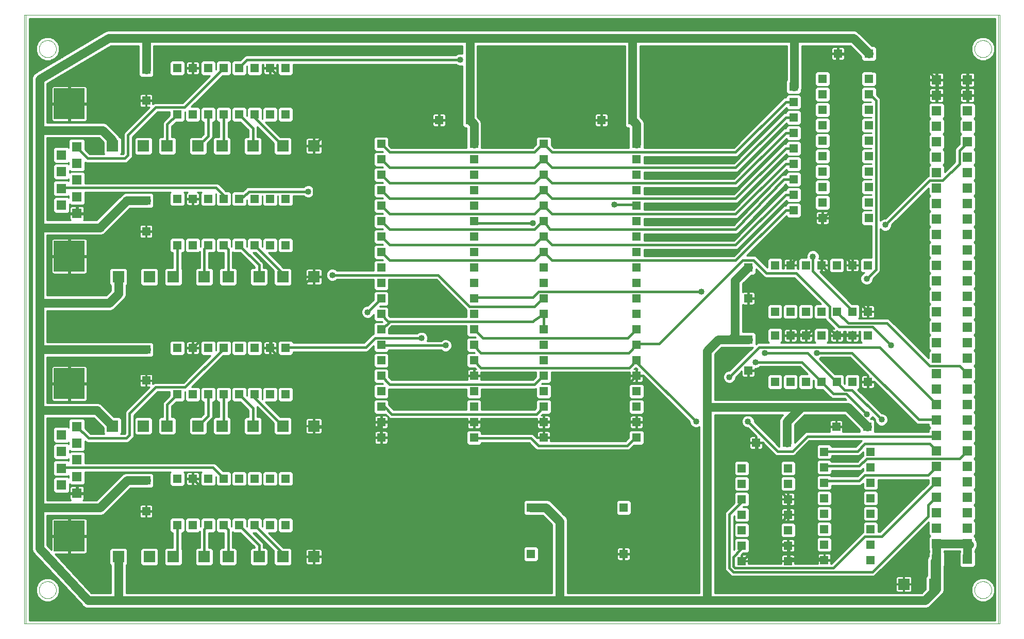
<source format=gtl>
G75*
G70*
%OFA0B0*%
%FSLAX24Y24*%
%IPPOS*%
%LPD*%
%AMOC8*
5,1,8,0,0,1.08239X$1,22.5*
%
%ADD10C,0.0000*%
%ADD11R,0.0560X0.0560*%
%ADD12R,0.0630X0.0630*%
%ADD13R,0.0750X0.0750*%
%ADD14R,0.0640X0.0640*%
%ADD15R,0.2000X0.2000*%
%ADD16C,0.0560*%
%ADD17C,0.0160*%
%ADD18C,0.0400*%
%ADD19C,0.0100*%
D10*
X004848Y007428D02*
X004848Y046798D01*
X067840Y046798D01*
X067840Y007428D01*
X004848Y007428D01*
X004948Y007423D02*
X004948Y046803D01*
X067948Y046803D01*
X067948Y007423D01*
X004948Y007423D01*
X005798Y009613D02*
X005800Y009660D01*
X005806Y009706D01*
X005816Y009752D01*
X005829Y009796D01*
X005847Y009840D01*
X005868Y009881D01*
X005892Y009921D01*
X005920Y009959D01*
X005951Y009994D01*
X005985Y010026D01*
X006021Y010055D01*
X006060Y010081D01*
X006100Y010104D01*
X006143Y010123D01*
X006187Y010139D01*
X006232Y010151D01*
X006278Y010159D01*
X006325Y010163D01*
X006371Y010163D01*
X006418Y010159D01*
X006464Y010151D01*
X006509Y010139D01*
X006553Y010123D01*
X006596Y010104D01*
X006636Y010081D01*
X006675Y010055D01*
X006711Y010026D01*
X006745Y009994D01*
X006776Y009959D01*
X006804Y009921D01*
X006828Y009881D01*
X006849Y009840D01*
X006867Y009796D01*
X006880Y009752D01*
X006890Y009706D01*
X006896Y009660D01*
X006898Y009613D01*
X006896Y009566D01*
X006890Y009520D01*
X006880Y009474D01*
X006867Y009430D01*
X006849Y009386D01*
X006828Y009345D01*
X006804Y009305D01*
X006776Y009267D01*
X006745Y009232D01*
X006711Y009200D01*
X006675Y009171D01*
X006636Y009145D01*
X006596Y009122D01*
X006553Y009103D01*
X006509Y009087D01*
X006464Y009075D01*
X006418Y009067D01*
X006371Y009063D01*
X006325Y009063D01*
X006278Y009067D01*
X006232Y009075D01*
X006187Y009087D01*
X006143Y009103D01*
X006100Y009122D01*
X006060Y009145D01*
X006021Y009171D01*
X005985Y009200D01*
X005951Y009232D01*
X005920Y009267D01*
X005892Y009305D01*
X005868Y009345D01*
X005847Y009386D01*
X005829Y009430D01*
X005816Y009474D01*
X005806Y009520D01*
X005800Y009566D01*
X005798Y009613D01*
X005798Y044613D02*
X005800Y044660D01*
X005806Y044706D01*
X005816Y044752D01*
X005829Y044796D01*
X005847Y044840D01*
X005868Y044881D01*
X005892Y044921D01*
X005920Y044959D01*
X005951Y044994D01*
X005985Y045026D01*
X006021Y045055D01*
X006060Y045081D01*
X006100Y045104D01*
X006143Y045123D01*
X006187Y045139D01*
X006232Y045151D01*
X006278Y045159D01*
X006325Y045163D01*
X006371Y045163D01*
X006418Y045159D01*
X006464Y045151D01*
X006509Y045139D01*
X006553Y045123D01*
X006596Y045104D01*
X006636Y045081D01*
X006675Y045055D01*
X006711Y045026D01*
X006745Y044994D01*
X006776Y044959D01*
X006804Y044921D01*
X006828Y044881D01*
X006849Y044840D01*
X006867Y044796D01*
X006880Y044752D01*
X006890Y044706D01*
X006896Y044660D01*
X006898Y044613D01*
X006896Y044566D01*
X006890Y044520D01*
X006880Y044474D01*
X006867Y044430D01*
X006849Y044386D01*
X006828Y044345D01*
X006804Y044305D01*
X006776Y044267D01*
X006745Y044232D01*
X006711Y044200D01*
X006675Y044171D01*
X006636Y044145D01*
X006596Y044122D01*
X006553Y044103D01*
X006509Y044087D01*
X006464Y044075D01*
X006418Y044067D01*
X006371Y044063D01*
X006325Y044063D01*
X006278Y044067D01*
X006232Y044075D01*
X006187Y044087D01*
X006143Y044103D01*
X006100Y044122D01*
X006060Y044145D01*
X006021Y044171D01*
X005985Y044200D01*
X005951Y044232D01*
X005920Y044267D01*
X005892Y044305D01*
X005868Y044345D01*
X005847Y044386D01*
X005829Y044430D01*
X005816Y044474D01*
X005806Y044520D01*
X005800Y044566D01*
X005798Y044613D01*
X066298Y044613D02*
X066300Y044660D01*
X066306Y044706D01*
X066316Y044752D01*
X066329Y044796D01*
X066347Y044840D01*
X066368Y044881D01*
X066392Y044921D01*
X066420Y044959D01*
X066451Y044994D01*
X066485Y045026D01*
X066521Y045055D01*
X066560Y045081D01*
X066600Y045104D01*
X066643Y045123D01*
X066687Y045139D01*
X066732Y045151D01*
X066778Y045159D01*
X066825Y045163D01*
X066871Y045163D01*
X066918Y045159D01*
X066964Y045151D01*
X067009Y045139D01*
X067053Y045123D01*
X067096Y045104D01*
X067136Y045081D01*
X067175Y045055D01*
X067211Y045026D01*
X067245Y044994D01*
X067276Y044959D01*
X067304Y044921D01*
X067328Y044881D01*
X067349Y044840D01*
X067367Y044796D01*
X067380Y044752D01*
X067390Y044706D01*
X067396Y044660D01*
X067398Y044613D01*
X067396Y044566D01*
X067390Y044520D01*
X067380Y044474D01*
X067367Y044430D01*
X067349Y044386D01*
X067328Y044345D01*
X067304Y044305D01*
X067276Y044267D01*
X067245Y044232D01*
X067211Y044200D01*
X067175Y044171D01*
X067136Y044145D01*
X067096Y044122D01*
X067053Y044103D01*
X067009Y044087D01*
X066964Y044075D01*
X066918Y044067D01*
X066871Y044063D01*
X066825Y044063D01*
X066778Y044067D01*
X066732Y044075D01*
X066687Y044087D01*
X066643Y044103D01*
X066600Y044122D01*
X066560Y044145D01*
X066521Y044171D01*
X066485Y044200D01*
X066451Y044232D01*
X066420Y044267D01*
X066392Y044305D01*
X066368Y044345D01*
X066347Y044386D01*
X066329Y044430D01*
X066316Y044474D01*
X066306Y044520D01*
X066300Y044566D01*
X066298Y044613D01*
X066298Y009613D02*
X066300Y009660D01*
X066306Y009706D01*
X066316Y009752D01*
X066329Y009796D01*
X066347Y009840D01*
X066368Y009881D01*
X066392Y009921D01*
X066420Y009959D01*
X066451Y009994D01*
X066485Y010026D01*
X066521Y010055D01*
X066560Y010081D01*
X066600Y010104D01*
X066643Y010123D01*
X066687Y010139D01*
X066732Y010151D01*
X066778Y010159D01*
X066825Y010163D01*
X066871Y010163D01*
X066918Y010159D01*
X066964Y010151D01*
X067009Y010139D01*
X067053Y010123D01*
X067096Y010104D01*
X067136Y010081D01*
X067175Y010055D01*
X067211Y010026D01*
X067245Y009994D01*
X067276Y009959D01*
X067304Y009921D01*
X067328Y009881D01*
X067349Y009840D01*
X067367Y009796D01*
X067380Y009752D01*
X067390Y009706D01*
X067396Y009660D01*
X067398Y009613D01*
X067396Y009566D01*
X067390Y009520D01*
X067380Y009474D01*
X067367Y009430D01*
X067349Y009386D01*
X067328Y009345D01*
X067304Y009305D01*
X067276Y009267D01*
X067245Y009232D01*
X067211Y009200D01*
X067175Y009171D01*
X067136Y009145D01*
X067096Y009122D01*
X067053Y009103D01*
X067009Y009087D01*
X066964Y009075D01*
X066918Y009067D01*
X066871Y009063D01*
X066825Y009063D01*
X066778Y009067D01*
X066732Y009075D01*
X066687Y009087D01*
X066643Y009103D01*
X066600Y009122D01*
X066560Y009145D01*
X066521Y009171D01*
X066485Y009200D01*
X066451Y009232D01*
X066420Y009267D01*
X066392Y009305D01*
X066368Y009345D01*
X066347Y009386D01*
X066329Y009430D01*
X066316Y009474D01*
X066306Y009520D01*
X066300Y009566D01*
X066298Y009613D01*
D11*
X059585Y011549D03*
X059585Y012549D03*
X059585Y013549D03*
X059585Y014549D03*
X059585Y015549D03*
X059585Y016549D03*
X059585Y017549D03*
X059585Y018549D03*
X059354Y020167D03*
X057354Y020167D03*
X056585Y018549D03*
X056585Y017549D03*
X056585Y016549D03*
X056585Y015549D03*
X056585Y014549D03*
X056585Y013549D03*
X056585Y012549D03*
X056585Y011549D03*
X054247Y011485D03*
X054247Y012485D03*
X054247Y013485D03*
X054247Y014485D03*
X054247Y015485D03*
X054247Y016485D03*
X054247Y017485D03*
X054174Y019127D03*
X052174Y019127D03*
X051247Y017485D03*
X051247Y016485D03*
X051247Y015485D03*
X051247Y014485D03*
X051247Y013485D03*
X051247Y012485D03*
X051247Y011485D03*
X043612Y011944D03*
X043612Y014944D03*
X044439Y019462D03*
X044439Y020462D03*
X044439Y021462D03*
X044439Y022462D03*
X044439Y023462D03*
X044439Y024462D03*
X044439Y025462D03*
X044439Y026462D03*
X044439Y027462D03*
X044439Y028462D03*
X044439Y029462D03*
X044439Y030462D03*
X044439Y031462D03*
X044439Y032462D03*
X044439Y033462D03*
X044439Y034462D03*
X044439Y035462D03*
X044439Y036462D03*
X044439Y037462D03*
X044439Y038462D03*
X044177Y040004D03*
X042177Y040004D03*
X038439Y038462D03*
X038439Y037462D03*
X038439Y036462D03*
X038439Y035462D03*
X038439Y034462D03*
X038439Y033462D03*
X038439Y032462D03*
X038439Y031462D03*
X038439Y030462D03*
X038439Y029462D03*
X038439Y028462D03*
X038439Y027462D03*
X038439Y026462D03*
X038439Y025462D03*
X038439Y024462D03*
X038439Y023462D03*
X038439Y022462D03*
X038439Y021462D03*
X038439Y020462D03*
X038439Y019462D03*
X033925Y019461D03*
X033925Y020461D03*
X033925Y021461D03*
X033925Y022461D03*
X033925Y023461D03*
X033925Y024461D03*
X033925Y025461D03*
X033925Y026461D03*
X033925Y027461D03*
X033925Y028461D03*
X033925Y029461D03*
X033925Y030461D03*
X033925Y031461D03*
X033925Y032461D03*
X033925Y033461D03*
X033925Y034461D03*
X033925Y035461D03*
X033925Y036461D03*
X033925Y037461D03*
X033925Y038461D03*
X033662Y040004D03*
X031662Y040004D03*
X027925Y038461D03*
X027925Y037461D03*
X027925Y036461D03*
X027925Y035461D03*
X027925Y034461D03*
X027925Y033461D03*
X027925Y032461D03*
X027925Y031461D03*
X027925Y030461D03*
X027925Y029461D03*
X027925Y028461D03*
X027925Y027461D03*
X027925Y026461D03*
X027925Y025461D03*
X027925Y024461D03*
X027925Y023461D03*
X027925Y022461D03*
X027925Y021461D03*
X027925Y020461D03*
X027925Y019461D03*
X021734Y016802D03*
X020734Y016802D03*
X019734Y016802D03*
X018734Y016802D03*
X017734Y016802D03*
X016734Y016802D03*
X015734Y016802D03*
X014734Y016802D03*
X012722Y016696D03*
X012722Y014696D03*
X014734Y013802D03*
X015734Y013802D03*
X016734Y013802D03*
X017734Y013802D03*
X018734Y013802D03*
X019734Y013802D03*
X020734Y013802D03*
X021734Y013802D03*
X021734Y022264D03*
X020734Y022264D03*
X019734Y022264D03*
X018734Y022264D03*
X017734Y022264D03*
X016734Y022264D03*
X015734Y022264D03*
X014734Y022264D03*
X012722Y023157D03*
X012722Y025157D03*
X014734Y025264D03*
X015734Y025264D03*
X016734Y025264D03*
X017734Y025264D03*
X018734Y025264D03*
X019734Y025264D03*
X020734Y025264D03*
X021734Y025264D03*
X021734Y031912D03*
X020734Y031912D03*
X019734Y031912D03*
X018734Y031912D03*
X017734Y031912D03*
X016734Y031912D03*
X015734Y031912D03*
X014734Y031912D03*
X012722Y032806D03*
X012722Y034806D03*
X014734Y034912D03*
X015734Y034912D03*
X016734Y034912D03*
X017734Y034912D03*
X018734Y034912D03*
X019734Y034912D03*
X020734Y034912D03*
X021734Y034912D03*
X021734Y040374D03*
X020734Y040374D03*
X019734Y040374D03*
X018734Y040374D03*
X017734Y040374D03*
X016734Y040374D03*
X015734Y040374D03*
X014734Y040374D03*
X012722Y041268D03*
X012722Y043268D03*
X014734Y043374D03*
X015734Y043374D03*
X016734Y043374D03*
X017734Y043374D03*
X018734Y043374D03*
X019734Y043374D03*
X020734Y043374D03*
X021734Y043374D03*
X051680Y030475D03*
X053395Y030621D03*
X054395Y030621D03*
X055395Y030621D03*
X056395Y030621D03*
X057395Y030621D03*
X058395Y030621D03*
X059395Y030621D03*
X059395Y027621D03*
X058395Y027621D03*
X057395Y027621D03*
X056395Y027621D03*
X055395Y027621D03*
X054395Y027621D03*
X053395Y027621D03*
X053395Y026075D03*
X054395Y026075D03*
X055395Y026075D03*
X056395Y026075D03*
X057395Y026075D03*
X058395Y026075D03*
X059395Y026075D03*
X059395Y023075D03*
X058395Y023075D03*
X057395Y023075D03*
X056395Y023075D03*
X055395Y023075D03*
X054395Y023075D03*
X053395Y023075D03*
X051668Y023804D03*
X051668Y025804D03*
X051680Y028475D03*
X056473Y033678D03*
X056473Y034678D03*
X056473Y035678D03*
X056473Y036678D03*
X056473Y037678D03*
X056473Y038678D03*
X056473Y039678D03*
X056473Y040678D03*
X056473Y041678D03*
X056473Y042678D03*
X057473Y044303D03*
X059473Y044303D03*
X059473Y042678D03*
X059473Y041678D03*
X059473Y040678D03*
X059473Y039678D03*
X059473Y038678D03*
X059473Y037678D03*
X059473Y036678D03*
X059473Y035678D03*
X059473Y034678D03*
X059473Y033678D03*
X054598Y034178D03*
X054598Y035178D03*
X054598Y036178D03*
X054598Y037178D03*
X054598Y038178D03*
X054598Y039178D03*
X054598Y040178D03*
X054598Y041178D03*
X054598Y042178D03*
X037612Y014944D03*
X037612Y011944D03*
D12*
X063848Y011613D03*
X063848Y012613D03*
X063848Y013613D03*
X063848Y014613D03*
X063848Y015613D03*
X063848Y016613D03*
X063848Y017613D03*
X063848Y018613D03*
X063848Y019613D03*
X063848Y020613D03*
X063848Y021613D03*
X063848Y022613D03*
X063848Y023613D03*
X063848Y024613D03*
X063848Y025613D03*
X063848Y026613D03*
X063848Y027613D03*
X063848Y028613D03*
X063848Y029613D03*
X063848Y030613D03*
X063848Y031613D03*
X063848Y032613D03*
X063848Y033613D03*
X063848Y034613D03*
X063848Y035613D03*
X063848Y036613D03*
X063848Y037613D03*
X063848Y038613D03*
X063848Y039613D03*
X063848Y040613D03*
X063848Y041613D03*
X063848Y042613D03*
X065848Y042613D03*
X065848Y041613D03*
X065848Y040613D03*
X065848Y039613D03*
X065848Y038613D03*
X065848Y037613D03*
X065848Y036613D03*
X065848Y035613D03*
X065848Y034613D03*
X065848Y033613D03*
X065848Y032613D03*
X065848Y031613D03*
X065848Y030613D03*
X065848Y029613D03*
X065848Y028613D03*
X065848Y027613D03*
X065848Y026613D03*
X065848Y025613D03*
X065848Y024613D03*
X065848Y023613D03*
X065848Y022613D03*
X065848Y021613D03*
X065848Y020613D03*
X065848Y019613D03*
X065848Y018613D03*
X065848Y017613D03*
X065848Y016613D03*
X065848Y015613D03*
X065848Y014613D03*
X065848Y013613D03*
X065848Y012613D03*
X065848Y011613D03*
D13*
X063722Y009987D03*
X061722Y009987D03*
X023564Y011759D03*
X021564Y011759D03*
X020021Y011759D03*
X018021Y011759D03*
X016478Y011759D03*
X014478Y011759D03*
X012934Y011759D03*
X010934Y011759D03*
X010541Y020220D03*
X012541Y020220D03*
X014084Y020220D03*
X016084Y020220D03*
X017627Y020220D03*
X019627Y020220D03*
X021564Y020220D03*
X023564Y020220D03*
X023564Y029869D03*
X021564Y029869D03*
X020021Y029869D03*
X018021Y029869D03*
X016478Y029869D03*
X014478Y029869D03*
X012934Y029869D03*
X010934Y029869D03*
X010541Y038331D03*
X012541Y038331D03*
X014084Y038331D03*
X016084Y038331D03*
X017627Y038331D03*
X019627Y038331D03*
X021564Y038331D03*
X023564Y038331D03*
D14*
X008248Y038288D03*
X007248Y037748D03*
X008248Y037208D03*
X007248Y036668D03*
X008248Y036128D03*
X007248Y035588D03*
X008248Y035048D03*
X007248Y034508D03*
X008248Y033968D03*
X008248Y020188D03*
X007248Y019648D03*
X008248Y019108D03*
X007248Y018568D03*
X008248Y018028D03*
X007248Y017488D03*
X008248Y016948D03*
X007248Y016408D03*
X008248Y015868D03*
D15*
X007748Y013098D03*
X007748Y022958D03*
X007748Y031198D03*
X007748Y041058D03*
D16*
X005881Y042680D02*
X005828Y042627D01*
X005828Y039228D01*
X005948Y039348D01*
X009888Y039348D01*
X010541Y038695D01*
X010541Y038331D01*
X010541Y038360D01*
X011476Y034806D02*
X009723Y033053D01*
X005828Y033053D01*
X005828Y028178D01*
X010348Y028178D01*
X010934Y028765D01*
X010934Y029869D01*
X005828Y028178D02*
X005828Y025188D01*
X005859Y025157D01*
X012722Y025157D01*
X009528Y021228D02*
X005948Y021228D01*
X005828Y021108D01*
X005828Y025188D01*
X009528Y021228D02*
X010536Y020220D01*
X010541Y020220D01*
X010541Y020235D01*
X005828Y021108D02*
X005828Y014868D01*
X005888Y014928D01*
X009723Y014928D01*
X011491Y016696D01*
X012722Y016696D01*
X010934Y011759D02*
X010934Y008966D01*
X010973Y008928D01*
X039598Y008928D01*
X039473Y009053D01*
X039473Y014053D01*
X038582Y014944D01*
X037612Y014944D01*
X039598Y008928D02*
X049128Y008928D01*
X049008Y009048D01*
X049008Y021588D01*
X049168Y021428D01*
X055098Y021428D01*
X058093Y021428D01*
X059354Y020167D01*
X055098Y021428D02*
X054174Y020504D01*
X054174Y019127D01*
X049008Y021588D02*
X049008Y025068D01*
X049744Y025804D01*
X050568Y025804D01*
X050808Y026044D01*
X050808Y029628D01*
X051655Y030475D01*
X051680Y030475D01*
X051668Y025804D02*
X050568Y025804D01*
X044439Y038462D02*
X044439Y039741D01*
X044177Y040004D01*
X044177Y045257D01*
X044223Y045303D01*
X054648Y045303D01*
X054648Y042178D01*
X054598Y042178D01*
X054648Y045303D02*
X058473Y045303D01*
X059473Y044303D01*
X044223Y045303D02*
X033723Y045303D01*
X033662Y045242D01*
X033662Y040004D01*
X033925Y039741D01*
X033925Y038461D01*
X033723Y045303D02*
X012723Y045303D01*
X012722Y045302D01*
X012722Y043268D01*
X012723Y045303D02*
X010293Y045303D01*
X005881Y042680D01*
X005828Y042638D01*
X005828Y039228D02*
X005828Y033053D01*
X011476Y034806D02*
X012722Y034806D01*
X005828Y014868D02*
X005828Y012313D01*
X008973Y008928D01*
X010973Y008928D01*
X049128Y008928D02*
X063098Y008928D01*
X063848Y009678D01*
X063848Y012613D01*
X065848Y012613D01*
X065908Y012553D01*
X065973Y012553D01*
X065848Y012428D01*
X065848Y011613D01*
X063848Y011613D02*
X063722Y011487D01*
X063722Y009987D01*
X063848Y011613D02*
X063848Y012613D01*
D17*
X063288Y014388D02*
X063288Y015108D01*
X063768Y015588D01*
X063848Y015613D01*
X063768Y016548D02*
X063848Y016613D01*
X063768Y016548D02*
X060288Y013068D01*
X059208Y013068D01*
X057168Y011028D01*
X050808Y011028D01*
X050688Y011148D01*
X050688Y011748D01*
X051168Y012228D01*
X051168Y012468D01*
X051247Y012485D01*
X051288Y011508D02*
X052368Y012588D01*
X054168Y012588D01*
X054247Y012485D01*
X054288Y012468D01*
X054288Y011628D01*
X054247Y011485D01*
X054288Y011508D01*
X054288Y011628D01*
X056568Y011628D01*
X056585Y011549D01*
X059688Y010788D02*
X063288Y014388D01*
X063288Y017028D02*
X063768Y017508D01*
X063848Y017613D01*
X063288Y017028D02*
X059208Y017028D01*
X058848Y016668D01*
X056688Y016668D01*
X056585Y016549D01*
X056585Y017549D02*
X056688Y017628D01*
X058848Y017628D01*
X059328Y018108D01*
X065328Y018108D01*
X065808Y018588D01*
X065848Y018613D01*
X063848Y018613D02*
X063768Y018708D01*
X063408Y019068D01*
X059208Y019068D01*
X058728Y018588D01*
X056688Y018588D01*
X056585Y018549D01*
X055488Y019548D02*
X054528Y018588D01*
X053568Y018588D01*
X051648Y020508D01*
X052174Y019127D02*
X052248Y019068D01*
X052248Y017508D01*
X054168Y015588D01*
X054247Y015485D01*
X054288Y015468D01*
X054288Y014508D01*
X054247Y014485D01*
X054168Y014388D01*
X052368Y012588D01*
X051288Y011508D02*
X051247Y011485D01*
X050688Y010788D02*
X050448Y011028D01*
X050448Y014508D01*
X051168Y015228D01*
X051168Y015468D01*
X051247Y015485D01*
X055488Y019548D02*
X063768Y019548D01*
X063848Y019613D01*
X063848Y020613D02*
X063768Y020628D01*
X062688Y020628D01*
X058368Y024948D01*
X056088Y024948D01*
X055488Y024948D02*
X057288Y023148D01*
X057395Y023075D01*
X057408Y023028D01*
X057888Y022548D01*
X058368Y022548D01*
X060288Y020628D01*
X059328Y020988D02*
X058008Y022308D01*
X057168Y022308D01*
X056448Y023028D01*
X056395Y023075D01*
X056328Y023148D01*
X055128Y024348D01*
X052128Y024348D01*
X052728Y024948D02*
X055488Y024948D01*
X055395Y026075D02*
X055488Y026148D01*
X055968Y026628D01*
X056808Y026628D01*
X057288Y026148D01*
X057395Y026075D01*
X057408Y026148D01*
X058368Y026148D01*
X058395Y026075D01*
X058128Y026868D02*
X060648Y026868D01*
X063408Y024108D01*
X065328Y024108D01*
X065808Y023628D01*
X065848Y023613D01*
X063768Y021708D02*
X063848Y021613D01*
X063768Y021708D02*
X060168Y025308D01*
X052368Y025308D01*
X050448Y023388D01*
X054395Y026075D02*
X054408Y026148D01*
X055368Y026148D01*
X055395Y026075D01*
X056928Y027228D02*
X056928Y027948D01*
X054768Y030108D01*
X052848Y030108D01*
X052008Y030948D01*
X051288Y030948D01*
X045888Y025548D01*
X044448Y025548D01*
X044439Y025462D01*
X043926Y024948D01*
X034368Y024948D01*
X033925Y025391D01*
X033925Y025461D01*
X034488Y025908D02*
X043886Y025908D01*
X044439Y026462D01*
X044439Y024462D02*
X044448Y024348D01*
X048288Y020508D01*
X044439Y020462D02*
X044328Y020508D01*
X041448Y020508D01*
X044328Y023388D01*
X044439Y023462D01*
X043966Y023988D02*
X044439Y024462D01*
X043966Y023988D02*
X034368Y023988D01*
X033925Y024431D01*
X033925Y024461D01*
X034488Y025908D02*
X033934Y026461D01*
X033925Y026461D01*
X032088Y025428D02*
X028008Y025428D01*
X027925Y025461D01*
X027528Y025908D02*
X030528Y025908D01*
X028488Y026988D02*
X028008Y026508D01*
X027925Y026461D01*
X027528Y025908D02*
X026928Y025308D01*
X021768Y025308D01*
X021734Y025264D01*
X020808Y025308D02*
X020808Y025788D01*
X016248Y025788D01*
X015768Y025308D01*
X015734Y025264D01*
X017734Y025214D02*
X017734Y025264D01*
X017734Y025214D02*
X015248Y022728D01*
X013348Y022728D01*
X011648Y021028D01*
X011648Y019628D01*
X011448Y019428D01*
X009008Y019428D01*
X008248Y020188D01*
X007288Y017528D02*
X007248Y017488D01*
X007288Y017528D02*
X017048Y017528D01*
X017734Y016842D01*
X017734Y016802D01*
X016248Y016308D02*
X023568Y016308D01*
X023568Y011868D01*
X023564Y011759D01*
X021564Y011759D02*
X021564Y011971D01*
X019734Y013802D01*
X018734Y013802D02*
X020021Y012515D01*
X020021Y011759D01*
X018021Y011759D02*
X018021Y013515D01*
X017734Y013802D01*
X016734Y013802D02*
X016478Y013546D01*
X016478Y011759D01*
X014734Y012015D02*
X014478Y011759D01*
X014734Y012015D02*
X014734Y013802D01*
X016248Y016308D02*
X015768Y016788D01*
X015734Y016802D01*
X016084Y020220D02*
X016734Y020870D01*
X016734Y022264D01*
X017734Y022264D02*
X017734Y020327D01*
X017627Y020220D01*
X019627Y020220D02*
X019627Y021370D01*
X018734Y022264D01*
X019734Y022264D02*
X019734Y022051D01*
X021564Y020220D01*
X023564Y020220D02*
X023568Y020148D01*
X023568Y016308D01*
X027925Y019461D02*
X027888Y019548D01*
X027888Y020148D01*
X025848Y020148D01*
X020808Y025188D01*
X020734Y025264D01*
X020808Y025308D01*
X020808Y025788D02*
X020808Y027228D01*
X023448Y029868D01*
X023564Y029869D01*
X023568Y029988D01*
X023568Y038268D01*
X023564Y038331D01*
X023568Y038388D01*
X024648Y039468D01*
X020808Y043308D01*
X020734Y043374D01*
X019248Y043908D02*
X033048Y043908D01*
X031662Y040004D02*
X031608Y039948D01*
X025128Y039948D01*
X024648Y039468D01*
X021564Y038331D02*
X019734Y040161D01*
X019734Y040374D01*
X019627Y039480D02*
X018734Y040374D01*
X017734Y040374D02*
X017734Y038437D01*
X017627Y038331D01*
X016734Y038980D02*
X016084Y038331D01*
X016734Y038980D02*
X016734Y040374D01*
X015188Y040828D02*
X013348Y040828D01*
X011548Y039028D01*
X011548Y037728D01*
X011348Y037528D01*
X008948Y037528D01*
X008248Y038228D01*
X008248Y038288D01*
X007288Y035628D02*
X007248Y035588D01*
X007288Y035628D02*
X017248Y035628D01*
X017734Y035142D01*
X017734Y034912D01*
X018734Y034912D02*
X018768Y035028D01*
X019008Y035028D01*
X019368Y035388D01*
X023208Y035388D01*
X019627Y038331D02*
X019627Y039480D01*
X017734Y043374D02*
X015188Y040828D01*
X014734Y040374D02*
X014084Y039724D01*
X014084Y038331D01*
X018734Y043374D02*
X018768Y043428D01*
X019248Y043908D01*
X027925Y038461D02*
X028458Y037928D01*
X037848Y037928D01*
X038381Y038462D01*
X038439Y038462D01*
X038973Y037928D01*
X050848Y037928D01*
X054098Y041178D01*
X054598Y041178D01*
X054598Y040178D02*
X054098Y040178D01*
X050848Y036928D01*
X038973Y036928D01*
X038439Y037462D01*
X038381Y037462D01*
X037848Y036928D01*
X028458Y036928D01*
X027925Y037461D01*
X027925Y036461D02*
X028458Y035928D01*
X037848Y035928D01*
X038381Y036462D01*
X038439Y036462D01*
X038973Y035928D01*
X050848Y035928D01*
X054098Y039178D01*
X054598Y039178D01*
X054598Y038178D02*
X054098Y038178D01*
X050848Y034928D01*
X038973Y034928D01*
X038439Y035462D01*
X038381Y035462D01*
X037848Y034928D01*
X028458Y034928D01*
X027925Y035461D01*
X027925Y034461D02*
X028458Y033928D01*
X037848Y033928D01*
X038381Y034462D01*
X038439Y034462D01*
X038973Y033928D01*
X050848Y033928D01*
X054098Y037178D01*
X054598Y037178D01*
X054598Y036178D02*
X053973Y036178D01*
X050848Y032928D01*
X038848Y032928D01*
X038439Y033462D01*
X038381Y033462D01*
X037848Y032928D01*
X028458Y032928D01*
X027925Y033461D01*
X027925Y032461D02*
X028458Y031928D01*
X037848Y031928D01*
X038381Y032462D01*
X038439Y032462D01*
X038973Y031928D01*
X050848Y031928D01*
X054098Y035178D01*
X054598Y035178D01*
X054598Y034178D02*
X054098Y034178D01*
X050848Y030928D01*
X038973Y030928D01*
X038439Y031462D01*
X038381Y031462D01*
X037848Y030928D01*
X028458Y030928D01*
X027925Y031461D01*
X024768Y029988D02*
X031608Y029988D01*
X033648Y027948D01*
X037848Y027948D01*
X038328Y028428D01*
X038439Y028462D01*
X038088Y028908D02*
X048648Y028908D01*
X054395Y030621D02*
X054408Y030708D01*
X056448Y032748D01*
X056448Y032628D01*
X058368Y030708D01*
X058395Y030621D01*
X059328Y029748D02*
X059928Y030348D01*
X059928Y041268D01*
X059568Y041628D01*
X059473Y041678D01*
X059688Y043188D02*
X063288Y043188D01*
X063768Y042708D01*
X063848Y042613D01*
X063888Y042588D01*
X063888Y041628D01*
X063848Y041613D01*
X063888Y041628D02*
X065808Y041628D01*
X065848Y041613D01*
X065808Y041628D02*
X065808Y042588D01*
X065848Y042613D01*
X065848Y038613D02*
X065808Y038508D01*
X065328Y038028D01*
X065328Y037188D01*
X064248Y036108D01*
X063408Y036108D01*
X060528Y033228D01*
X057408Y034548D02*
X056568Y033708D01*
X056473Y033678D01*
X056448Y033588D01*
X056448Y032748D01*
X056448Y032628D02*
X056448Y030708D01*
X056395Y030621D01*
X056448Y030588D01*
X059328Y027708D01*
X059395Y027621D01*
X058395Y027621D02*
X058368Y027708D01*
X055848Y030228D01*
X055848Y031188D01*
X057408Y034548D02*
X057408Y044268D01*
X057473Y044303D01*
X057528Y044268D01*
X058608Y044268D01*
X059688Y043188D01*
X044439Y034462D02*
X044328Y034548D01*
X043008Y034548D01*
X037728Y033348D02*
X034008Y033348D01*
X033925Y033461D01*
X038088Y028908D02*
X037728Y028548D01*
X034008Y028548D01*
X033925Y028461D01*
X037726Y026988D02*
X037811Y027044D01*
X038439Y027462D01*
X038439Y026462D01*
X037726Y026988D02*
X028488Y026988D01*
X028368Y026988D01*
X027925Y027431D01*
X027925Y027461D01*
X027048Y027588D02*
X027888Y028428D01*
X027925Y028461D01*
X027925Y023461D02*
X028478Y022908D01*
X037848Y022908D01*
X038401Y023462D01*
X038439Y023462D01*
X038439Y021462D02*
X037966Y020988D01*
X028608Y020988D01*
X028134Y021461D01*
X027925Y021461D01*
X028008Y020508D02*
X027925Y020461D01*
X027888Y020388D01*
X027888Y020148D01*
X028008Y020508D02*
X033888Y020508D01*
X033925Y020461D01*
X034008Y020508D01*
X038328Y020508D01*
X038439Y020462D01*
X038448Y020508D01*
X041448Y020508D01*
X043848Y018948D02*
X044328Y019428D01*
X044439Y019462D01*
X043848Y018948D02*
X038088Y018948D01*
X037608Y019428D01*
X034008Y019428D01*
X033925Y019461D01*
X038439Y019462D02*
X038448Y019548D01*
X038448Y020388D01*
X038439Y020462D01*
X025848Y020148D02*
X023568Y020148D01*
X014734Y022264D02*
X014084Y021614D01*
X014084Y020220D01*
X014478Y029869D02*
X014734Y030125D01*
X014734Y031912D01*
X016478Y031656D02*
X016478Y029869D01*
X018021Y029869D02*
X018021Y031625D01*
X017734Y031912D01*
X016734Y031912D02*
X016478Y031656D01*
X018734Y031912D02*
X020021Y030625D01*
X020021Y029869D01*
X021564Y029869D02*
X021564Y030082D01*
X019734Y031912D01*
X050688Y010788D02*
X059688Y010788D01*
X060888Y025428D02*
X059688Y026628D01*
X057528Y026628D01*
X056928Y027228D01*
X057408Y027588D02*
X057395Y027621D01*
X057408Y027588D02*
X058128Y026868D01*
D18*
X056088Y024948D03*
X052728Y024948D03*
X052128Y024348D03*
X050448Y023388D03*
X051648Y020508D03*
X048288Y020508D03*
X059328Y020988D03*
X060288Y020628D03*
X060888Y025428D03*
X059328Y029748D03*
X055848Y031188D03*
X060528Y033228D03*
X048648Y028908D03*
X043008Y034548D03*
X037728Y033348D03*
X030528Y025908D03*
X032088Y025428D03*
X027048Y027588D03*
X024768Y029988D03*
X023208Y035388D03*
X033048Y043908D03*
D19*
X032758Y043618D02*
X032816Y043560D01*
X032966Y043498D01*
X033129Y043498D01*
X033172Y043516D01*
X033172Y040101D01*
X033172Y039906D01*
X033172Y039637D01*
X033295Y039514D01*
X033435Y039514D01*
X033435Y038828D01*
X033435Y038218D01*
X028578Y038218D01*
X028415Y038382D01*
X028415Y038828D01*
X028292Y038951D01*
X027558Y038951D01*
X027435Y038828D01*
X027435Y038094D01*
X027558Y037971D01*
X028004Y037971D01*
X028025Y037951D01*
X027558Y037951D01*
X027435Y037828D01*
X027435Y037094D01*
X027558Y036971D01*
X028004Y036971D01*
X028025Y036951D01*
X027558Y036951D01*
X027435Y036828D01*
X027435Y036094D01*
X027558Y035971D01*
X028004Y035971D01*
X028025Y035951D01*
X027558Y035951D01*
X027435Y035828D01*
X027435Y035094D01*
X027558Y034971D01*
X028005Y034971D01*
X028025Y034951D01*
X027558Y034951D01*
X027435Y034828D01*
X027435Y034094D01*
X027558Y033971D01*
X028004Y033971D01*
X028025Y033951D01*
X027558Y033951D01*
X027435Y033828D01*
X027435Y033094D01*
X027558Y032971D01*
X028004Y032971D01*
X028025Y032951D01*
X027558Y032951D01*
X027435Y032828D01*
X027435Y032094D01*
X027558Y031971D01*
X028004Y031971D01*
X028025Y031951D01*
X027558Y031951D01*
X027435Y031828D01*
X027435Y031094D01*
X027558Y030971D01*
X028004Y030971D01*
X028025Y030951D01*
X027558Y030951D01*
X027435Y030828D01*
X027435Y030278D01*
X025058Y030278D01*
X025000Y030336D01*
X024849Y030398D01*
X024686Y030398D01*
X024536Y030336D01*
X024420Y030220D01*
X024358Y030070D01*
X024358Y029906D01*
X024420Y029756D01*
X024536Y029640D01*
X024686Y029578D01*
X024849Y029578D01*
X025000Y029640D01*
X025058Y029698D01*
X027435Y029698D01*
X027435Y029094D01*
X027558Y028971D01*
X028292Y028971D01*
X028415Y029094D01*
X028415Y029698D01*
X031488Y029698D01*
X033402Y027784D01*
X033435Y027751D01*
X033435Y027278D01*
X028546Y027278D01*
X028488Y027278D01*
X028415Y027351D01*
X028415Y027828D01*
X028292Y027951D01*
X027821Y027951D01*
X027841Y027971D01*
X028292Y027971D01*
X028415Y028094D01*
X028415Y028828D01*
X028292Y028951D01*
X027558Y028951D01*
X027435Y028828D01*
X027435Y028385D01*
X027048Y027998D01*
X026966Y027998D01*
X026816Y027936D01*
X026700Y027820D01*
X026638Y027670D01*
X026638Y027506D01*
X026700Y027356D01*
X026816Y027240D01*
X026966Y027178D01*
X027129Y027178D01*
X027280Y027240D01*
X027395Y027356D01*
X027435Y027451D01*
X027435Y027094D01*
X027558Y026971D01*
X027974Y026971D01*
X027994Y026951D01*
X027558Y026951D01*
X027435Y026828D01*
X027435Y026183D01*
X027364Y026154D01*
X027282Y026072D01*
X026808Y025598D01*
X022224Y025598D01*
X022224Y025631D01*
X022101Y025754D01*
X021367Y025754D01*
X021244Y025631D01*
X021244Y024897D01*
X021367Y024774D01*
X022101Y024774D01*
X022224Y024897D01*
X022224Y025018D01*
X026870Y025018D01*
X026986Y025018D01*
X027092Y025062D01*
X027435Y025405D01*
X027435Y025094D01*
X027558Y024971D01*
X028292Y024971D01*
X028415Y025094D01*
X028415Y025138D01*
X031798Y025138D01*
X031856Y025080D01*
X032006Y025018D01*
X032169Y025018D01*
X032320Y025080D01*
X032435Y025196D01*
X032498Y025346D01*
X032498Y025510D01*
X032435Y025660D01*
X032320Y025776D01*
X032169Y025838D01*
X032006Y025838D01*
X031856Y025776D01*
X031798Y025718D01*
X030893Y025718D01*
X030938Y025826D01*
X030938Y025990D01*
X030875Y026140D01*
X030760Y026256D01*
X030609Y026318D01*
X030446Y026318D01*
X030296Y026256D01*
X030238Y026198D01*
X028415Y026198D01*
X028415Y026505D01*
X028608Y026698D01*
X033435Y026698D01*
X033435Y026094D01*
X033558Y025971D01*
X034014Y025971D01*
X034034Y025951D01*
X033558Y025951D01*
X033435Y025828D01*
X033435Y025094D01*
X033558Y024971D01*
X033934Y024971D01*
X033954Y024951D01*
X033558Y024951D01*
X033435Y024828D01*
X033435Y024094D01*
X033558Y023971D01*
X033974Y023971D01*
X034054Y023891D01*
X033955Y023891D01*
X033955Y023492D01*
X033895Y023492D01*
X033895Y023891D01*
X033625Y023891D01*
X033587Y023881D01*
X033553Y023861D01*
X033525Y023834D01*
X033505Y023799D01*
X033495Y023761D01*
X033495Y023491D01*
X033894Y023491D01*
X028415Y023491D01*
X028415Y023589D02*
X033495Y023589D01*
X033495Y023688D02*
X028415Y023688D01*
X028415Y023786D02*
X033501Y023786D01*
X033600Y023885D02*
X028358Y023885D01*
X028415Y023828D02*
X028292Y023951D01*
X027558Y023951D01*
X027435Y023828D01*
X027435Y023094D01*
X027558Y022971D01*
X028005Y022971D01*
X028025Y022951D01*
X027558Y022951D01*
X027435Y022828D01*
X027435Y022094D01*
X027558Y021971D01*
X028292Y021971D01*
X028415Y022094D01*
X028415Y022620D01*
X028420Y022618D01*
X028536Y022618D01*
X033435Y022618D01*
X033435Y022094D01*
X033558Y021971D01*
X034292Y021971D01*
X034415Y022094D01*
X034415Y022618D01*
X037906Y022618D01*
X037949Y022636D01*
X037949Y022095D01*
X038072Y021972D01*
X038806Y021972D01*
X038929Y022095D01*
X038929Y022829D01*
X038806Y022951D01*
X038301Y022951D01*
X038321Y022972D01*
X038806Y022972D01*
X038929Y023095D01*
X038929Y023698D01*
X043908Y023698D01*
X044009Y023698D01*
X044009Y023492D01*
X044409Y023492D01*
X044409Y023891D01*
X044279Y023891D01*
X044360Y023972D01*
X044414Y023972D01*
X044494Y023891D01*
X044469Y023891D01*
X044469Y023492D01*
X044409Y023492D01*
X044409Y023431D01*
X044469Y023431D01*
X044469Y023032D01*
X044739Y023032D01*
X044777Y023042D01*
X044811Y023061D01*
X044839Y023089D01*
X044859Y023124D01*
X044869Y023162D01*
X044869Y023431D01*
X044470Y023431D01*
X044470Y023492D01*
X044869Y023492D01*
X044869Y023516D01*
X047878Y020508D01*
X047878Y020426D01*
X047940Y020276D01*
X048056Y020160D01*
X048206Y020098D01*
X048369Y020098D01*
X048518Y020160D01*
X048518Y009418D01*
X039963Y009418D01*
X039963Y014150D01*
X039888Y014331D01*
X039750Y014468D01*
X038860Y015359D01*
X038680Y015434D01*
X038485Y015434D01*
X037979Y015434D01*
X037245Y015434D01*
X037122Y015311D01*
X037122Y014577D01*
X037245Y014454D01*
X037979Y014454D01*
X038379Y014454D01*
X038983Y013850D01*
X038983Y009418D01*
X011424Y009418D01*
X011424Y011202D01*
X011519Y011297D01*
X011519Y012221D01*
X011396Y012344D01*
X010472Y012344D01*
X010349Y012221D01*
X010349Y011297D01*
X010444Y011202D01*
X010444Y009418D01*
X009186Y009418D01*
X006836Y011948D01*
X007698Y011948D01*
X007698Y013048D01*
X007798Y013048D01*
X007798Y013148D01*
X008898Y013148D01*
X008898Y014118D01*
X008888Y014156D01*
X008868Y014190D01*
X008840Y014218D01*
X008806Y014238D01*
X008768Y014248D01*
X007798Y014248D01*
X007798Y013148D01*
X007698Y013148D01*
X007698Y014248D01*
X006728Y014248D01*
X006690Y014238D01*
X006656Y014218D01*
X006628Y014190D01*
X006608Y014156D01*
X006598Y014118D01*
X006598Y013148D01*
X007698Y013148D01*
X007698Y013048D01*
X006598Y013048D01*
X006598Y012204D01*
X006318Y012505D01*
X006318Y014438D01*
X009625Y014438D01*
X009820Y014438D01*
X010000Y014513D01*
X011694Y016206D01*
X012355Y016206D01*
X013089Y016206D01*
X013212Y016329D01*
X013212Y017063D01*
X013089Y017186D01*
X012355Y017186D01*
X011588Y017186D01*
X011393Y017186D01*
X011213Y017111D01*
X009520Y015418D01*
X008643Y015418D01*
X008660Y015428D01*
X008688Y015456D01*
X008708Y015490D01*
X008718Y015528D01*
X008718Y015818D01*
X008298Y015818D01*
X008298Y015918D01*
X008718Y015918D01*
X008718Y016208D01*
X008708Y016246D01*
X008688Y016280D01*
X008660Y016308D01*
X008626Y016328D01*
X008588Y016338D01*
X008298Y016338D01*
X008298Y015918D01*
X008198Y015918D01*
X008198Y016338D01*
X007908Y016338D01*
X007870Y016328D01*
X007836Y016308D01*
X007808Y016280D01*
X007788Y016246D01*
X007778Y016208D01*
X007778Y015918D01*
X008198Y015918D01*
X008198Y015818D01*
X007778Y015818D01*
X007778Y015528D01*
X007788Y015490D01*
X007808Y015456D01*
X007836Y015428D01*
X007853Y015418D01*
X006318Y015418D01*
X006318Y020738D01*
X009325Y020738D01*
X009956Y020107D01*
X009956Y019758D01*
X009996Y019718D01*
X009128Y019718D01*
X008778Y020068D01*
X008778Y020595D01*
X008655Y020718D01*
X007841Y020718D01*
X007718Y020595D01*
X007718Y020115D01*
X007655Y020178D01*
X006841Y020178D01*
X006718Y020055D01*
X006718Y019241D01*
X006841Y019118D01*
X007655Y019118D01*
X007718Y019181D01*
X007718Y019035D01*
X007655Y019098D01*
X006841Y019098D01*
X006718Y018975D01*
X006718Y018161D01*
X006841Y018038D01*
X007655Y018038D01*
X007718Y018101D01*
X007718Y017955D01*
X007655Y018018D01*
X006841Y018018D01*
X006718Y017895D01*
X006718Y017081D01*
X006841Y016958D01*
X007655Y016958D01*
X007718Y017021D01*
X007718Y016875D01*
X007655Y016938D01*
X006841Y016938D01*
X006718Y016815D01*
X006718Y016001D01*
X006841Y015878D01*
X007655Y015878D01*
X007778Y016001D01*
X007778Y016481D01*
X007841Y016418D01*
X008655Y016418D01*
X008778Y016541D01*
X008778Y017238D01*
X014313Y017238D01*
X014244Y017169D01*
X014244Y016435D01*
X014367Y016312D01*
X015101Y016312D01*
X015224Y016435D01*
X015224Y017169D01*
X015155Y017238D01*
X016313Y017238D01*
X016244Y017169D01*
X016244Y016435D01*
X016367Y016312D01*
X017101Y016312D01*
X017224Y016435D01*
X017224Y016942D01*
X017244Y016922D01*
X017244Y016435D01*
X017367Y016312D01*
X018101Y016312D01*
X018224Y016435D01*
X018224Y017169D01*
X018101Y017292D01*
X017694Y017292D01*
X017294Y017692D01*
X017212Y017774D01*
X017106Y017818D01*
X008778Y017818D01*
X008778Y018435D01*
X008655Y018558D01*
X007841Y018558D01*
X007778Y018495D01*
X007778Y018641D01*
X007841Y018578D01*
X008655Y018578D01*
X008778Y018701D01*
X008778Y019248D01*
X008844Y019182D01*
X008950Y019138D01*
X009066Y019138D01*
X011506Y019138D01*
X011612Y019182D01*
X011694Y019264D01*
X011812Y019382D01*
X011812Y019382D01*
X011894Y019464D01*
X011938Y019570D01*
X011938Y020908D01*
X013468Y022438D01*
X014244Y022438D01*
X014244Y022184D01*
X013838Y021778D01*
X013794Y021672D01*
X013794Y021556D01*
X013794Y020805D01*
X013622Y020805D01*
X013499Y020682D01*
X013499Y019758D01*
X013622Y019635D01*
X014546Y019635D01*
X014669Y019758D01*
X014669Y020682D01*
X014546Y020805D01*
X014374Y020805D01*
X014374Y021494D01*
X014654Y021774D01*
X015101Y021774D01*
X015224Y021897D01*
X015224Y022438D01*
X015244Y022438D01*
X015244Y021897D01*
X015367Y021774D01*
X016101Y021774D01*
X016224Y021897D01*
X016224Y022631D01*
X016101Y022754D01*
X015684Y022754D01*
X017704Y024774D01*
X018101Y024774D01*
X018224Y024897D01*
X018224Y025631D01*
X018101Y025754D01*
X017367Y025754D01*
X017244Y025631D01*
X017244Y025134D01*
X017224Y025114D01*
X017224Y025631D01*
X017101Y025754D01*
X016367Y025754D01*
X016244Y025631D01*
X016244Y024897D01*
X016367Y024774D01*
X016883Y024774D01*
X015128Y023018D01*
X013406Y023018D01*
X013290Y023018D01*
X013184Y022974D01*
X013152Y022942D01*
X013152Y023127D01*
X012752Y023127D01*
X012752Y022727D01*
X012937Y022727D01*
X011484Y021274D01*
X011402Y021192D01*
X011358Y021086D01*
X011358Y019748D01*
X011328Y019718D01*
X011085Y019718D01*
X011126Y019758D01*
X011126Y020682D01*
X011003Y020805D01*
X010643Y020805D01*
X009943Y021506D01*
X009805Y021643D01*
X009625Y021718D01*
X006318Y021718D01*
X006318Y024667D01*
X012819Y024667D01*
X013089Y024667D01*
X013212Y024790D01*
X013212Y025060D01*
X013212Y025255D01*
X013212Y025524D01*
X013089Y025647D01*
X012819Y025647D01*
X006318Y025647D01*
X006318Y027688D01*
X010445Y027688D01*
X010625Y027763D01*
X010763Y027900D01*
X010763Y027900D01*
X011350Y028487D01*
X011424Y028667D01*
X011424Y028862D01*
X011424Y029312D01*
X011519Y029407D01*
X011519Y030331D01*
X011396Y030454D01*
X010472Y030454D01*
X010349Y030331D01*
X010349Y029407D01*
X010444Y029312D01*
X010444Y028968D01*
X010145Y028668D01*
X006318Y028668D01*
X006318Y032563D01*
X009820Y032563D01*
X010000Y032638D01*
X010138Y032775D01*
X010138Y032775D01*
X011679Y034316D01*
X012819Y034316D01*
X013089Y034316D01*
X013212Y034439D01*
X013212Y034709D01*
X013212Y034903D01*
X013212Y035173D01*
X013089Y035296D01*
X012819Y035296D01*
X011573Y035296D01*
X011378Y035296D01*
X011198Y035221D01*
X009520Y033543D01*
X008675Y033543D01*
X008688Y033556D01*
X008708Y033590D01*
X008718Y033628D01*
X008718Y033918D01*
X008298Y033918D01*
X008298Y034018D01*
X008718Y034018D01*
X008718Y034308D01*
X008708Y034346D01*
X008688Y034380D01*
X008660Y034408D01*
X008626Y034428D01*
X008588Y034438D01*
X008298Y034438D01*
X008298Y034018D01*
X008198Y034018D01*
X008198Y034438D01*
X007908Y034438D01*
X007870Y034428D01*
X007836Y034408D01*
X007808Y034380D01*
X007788Y034346D01*
X007778Y034308D01*
X007778Y034018D01*
X008198Y034018D01*
X008198Y033918D01*
X007778Y033918D01*
X007778Y033628D01*
X007788Y033590D01*
X007808Y033556D01*
X007821Y033543D01*
X006318Y033543D01*
X006318Y038858D01*
X009685Y038858D01*
X009956Y038587D01*
X009956Y037869D01*
X010006Y037818D01*
X009068Y037818D01*
X008778Y038108D01*
X008778Y038695D01*
X008655Y038818D01*
X007841Y038818D01*
X007718Y038695D01*
X007718Y038215D01*
X007655Y038278D01*
X006841Y038278D01*
X006718Y038155D01*
X006718Y037341D01*
X006841Y037218D01*
X007655Y037218D01*
X007718Y037281D01*
X007718Y037135D01*
X007655Y037198D01*
X006841Y037198D01*
X006718Y037075D01*
X006718Y036261D01*
X006841Y036138D01*
X007655Y036138D01*
X007718Y036201D01*
X007718Y036055D01*
X007655Y036118D01*
X006841Y036118D01*
X006718Y035995D01*
X006718Y035181D01*
X006841Y035058D01*
X007655Y035058D01*
X007718Y035121D01*
X007718Y034975D01*
X007655Y035038D01*
X006841Y035038D01*
X006718Y034915D01*
X006718Y034101D01*
X006841Y033978D01*
X007655Y033978D01*
X007778Y034101D01*
X007778Y034581D01*
X007841Y034518D01*
X008655Y034518D01*
X008778Y034641D01*
X008778Y035338D01*
X014303Y035338D01*
X014244Y035279D01*
X014244Y034545D01*
X014367Y034422D01*
X015101Y034422D01*
X015224Y034545D01*
X015224Y035279D01*
X015165Y035338D01*
X015418Y035338D01*
X015396Y035332D01*
X015362Y035312D01*
X015334Y035284D01*
X015314Y035250D01*
X015304Y035212D01*
X015304Y034942D01*
X015703Y034942D01*
X015703Y034882D01*
X015304Y034882D01*
X015304Y034613D01*
X015314Y034574D01*
X015334Y034540D01*
X015362Y034512D01*
X015396Y034493D01*
X015434Y034482D01*
X015704Y034482D01*
X015704Y034882D01*
X015764Y034882D01*
X015764Y034942D01*
X016164Y034942D01*
X016164Y035212D01*
X016153Y035250D01*
X016134Y035284D01*
X016106Y035312D01*
X016072Y035332D01*
X016049Y035338D01*
X016303Y035338D01*
X016244Y035279D01*
X016244Y034545D01*
X016367Y034422D01*
X017101Y034422D01*
X017224Y034545D01*
X017224Y035242D01*
X017244Y035222D01*
X017244Y034545D01*
X017367Y034422D01*
X018101Y034422D01*
X018224Y034545D01*
X018224Y035279D01*
X018101Y035402D01*
X017884Y035402D01*
X017494Y035792D01*
X017412Y035874D01*
X017306Y035918D01*
X008778Y035918D01*
X008778Y036535D01*
X008655Y036658D01*
X007841Y036658D01*
X007778Y036595D01*
X007778Y036741D01*
X007841Y036678D01*
X008655Y036678D01*
X008778Y036801D01*
X008778Y037288D01*
X008784Y037282D01*
X008890Y037238D01*
X009006Y037238D01*
X011406Y037238D01*
X011512Y037282D01*
X011594Y037364D01*
X011712Y037482D01*
X011712Y037482D01*
X011794Y037564D01*
X011838Y037670D01*
X011838Y038908D01*
X013468Y040538D01*
X014244Y040538D01*
X014244Y040294D01*
X013920Y039970D01*
X013838Y039889D01*
X013794Y039782D01*
X013794Y038916D01*
X013622Y038916D01*
X013499Y038793D01*
X013499Y037869D01*
X013622Y037746D01*
X014546Y037746D01*
X014669Y037869D01*
X014669Y038793D01*
X014546Y038916D01*
X014374Y038916D01*
X014374Y039604D01*
X014654Y039884D01*
X015101Y039884D01*
X015224Y040007D01*
X015224Y040538D01*
X015244Y040538D01*
X015244Y040007D01*
X015367Y039884D01*
X016101Y039884D01*
X016224Y040007D01*
X016224Y040741D01*
X016101Y040864D01*
X015634Y040864D01*
X017654Y042884D01*
X018101Y042884D01*
X018224Y043007D01*
X018224Y043741D01*
X018101Y043864D01*
X017367Y043864D01*
X017244Y043741D01*
X017244Y043294D01*
X017224Y043274D01*
X017224Y043741D01*
X017101Y043864D01*
X016367Y043864D01*
X016244Y043741D01*
X016244Y043007D01*
X016367Y042884D01*
X016834Y042884D01*
X015068Y041118D01*
X013406Y041118D01*
X013290Y041118D01*
X013184Y041074D01*
X013152Y041042D01*
X013152Y041238D01*
X012752Y041238D01*
X012752Y041298D01*
X012692Y041298D01*
X012692Y041698D01*
X012422Y041698D01*
X012384Y041687D01*
X012350Y041668D01*
X012322Y041640D01*
X012302Y041605D01*
X012292Y041567D01*
X012292Y041298D01*
X012692Y041298D01*
X012692Y041238D01*
X012292Y041238D01*
X012292Y040968D01*
X012302Y040930D01*
X012322Y040895D01*
X012350Y040868D01*
X012384Y040848D01*
X012422Y040838D01*
X012692Y040838D01*
X012692Y041237D01*
X012752Y041237D01*
X012752Y040838D01*
X012947Y040838D01*
X011384Y039274D01*
X011302Y039192D01*
X011258Y039086D01*
X011258Y037848D01*
X011228Y037818D01*
X011075Y037818D01*
X011126Y037869D01*
X011126Y038793D01*
X011003Y038916D01*
X010980Y038916D01*
X010956Y038973D01*
X010303Y039626D01*
X010165Y039763D01*
X009985Y039838D01*
X006318Y039838D01*
X006318Y042370D01*
X010428Y044813D01*
X012232Y044813D01*
X012232Y043635D01*
X012232Y042901D01*
X012355Y042778D01*
X013089Y042778D01*
X013212Y042901D01*
X013212Y043635D01*
X013212Y044813D01*
X033172Y044813D01*
X033172Y044300D01*
X033129Y044318D01*
X032966Y044318D01*
X032816Y044256D01*
X032758Y044198D01*
X019190Y044198D01*
X019084Y044154D01*
X019002Y044072D01*
X018794Y043864D01*
X018367Y043864D01*
X018244Y043741D01*
X018244Y043007D01*
X018367Y042884D01*
X019101Y042884D01*
X019224Y043007D01*
X019224Y043474D01*
X019244Y043494D01*
X019244Y043007D01*
X019367Y042884D01*
X020101Y042884D01*
X020224Y043007D01*
X020224Y043618D01*
X020304Y043618D01*
X020304Y043404D01*
X020703Y043404D01*
X020703Y043344D01*
X020304Y043344D01*
X020304Y043074D01*
X020314Y043036D01*
X020334Y043002D01*
X020362Y042974D01*
X020396Y042954D01*
X020434Y042944D01*
X020704Y042944D01*
X020704Y043344D01*
X020764Y043344D01*
X020764Y043404D01*
X021164Y043404D01*
X021164Y043618D01*
X021244Y043618D01*
X021244Y043007D01*
X021367Y042884D01*
X022101Y042884D01*
X022224Y043007D01*
X022224Y043618D01*
X032758Y043618D01*
X032783Y043593D02*
X022224Y043593D01*
X022224Y043495D02*
X033172Y043495D01*
X033172Y043396D02*
X022224Y043396D01*
X022224Y043298D02*
X033172Y043298D01*
X033172Y043199D02*
X022224Y043199D01*
X022224Y043101D02*
X033172Y043101D01*
X033172Y043002D02*
X022219Y043002D01*
X022120Y042904D02*
X033172Y042904D01*
X033172Y042805D02*
X017575Y042805D01*
X017476Y042707D02*
X033172Y042707D01*
X033172Y042608D02*
X017378Y042608D01*
X017279Y042509D02*
X033172Y042509D01*
X033172Y042411D02*
X017181Y042411D01*
X017082Y042312D02*
X033172Y042312D01*
X033172Y042214D02*
X016984Y042214D01*
X016885Y042115D02*
X033172Y042115D01*
X033172Y042017D02*
X016787Y042017D01*
X016688Y041918D02*
X033172Y041918D01*
X033172Y041820D02*
X016590Y041820D01*
X016491Y041721D02*
X033172Y041721D01*
X033172Y041623D02*
X016392Y041623D01*
X016294Y041524D02*
X033172Y041524D01*
X033172Y041425D02*
X016195Y041425D01*
X016097Y041327D02*
X033172Y041327D01*
X033172Y041228D02*
X015998Y041228D01*
X015900Y041130D02*
X033172Y041130D01*
X033172Y041031D02*
X015801Y041031D01*
X015703Y040933D02*
X033172Y040933D01*
X033172Y040834D02*
X022130Y040834D01*
X022101Y040864D02*
X022224Y040741D01*
X022224Y040007D01*
X022101Y039884D01*
X021367Y039884D01*
X021244Y040007D01*
X021244Y040741D01*
X021367Y040864D01*
X022101Y040864D01*
X022224Y040736D02*
X033172Y040736D01*
X033172Y040637D02*
X022224Y040637D01*
X022224Y040539D02*
X033172Y040539D01*
X033172Y040440D02*
X022224Y040440D01*
X022224Y040341D02*
X031242Y040341D01*
X031242Y040342D02*
X031232Y040304D01*
X031232Y040034D01*
X031632Y040034D01*
X031632Y040434D01*
X031362Y040434D01*
X031324Y040424D01*
X031290Y040404D01*
X031262Y040376D01*
X031242Y040342D01*
X031232Y040243D02*
X022224Y040243D01*
X022224Y040144D02*
X031232Y040144D01*
X031232Y040046D02*
X022224Y040046D01*
X022164Y039947D02*
X031232Y039947D01*
X031232Y039974D02*
X031232Y039704D01*
X031242Y039666D01*
X031262Y039632D01*
X031290Y039604D01*
X031324Y039584D01*
X031362Y039574D01*
X031632Y039574D01*
X031632Y039974D01*
X031232Y039974D01*
X031232Y039849D02*
X020456Y039849D01*
X020421Y039884D02*
X021101Y039884D01*
X021224Y040007D01*
X021224Y040741D01*
X021101Y040864D01*
X020367Y040864D01*
X020244Y040741D01*
X020244Y040061D01*
X020224Y040081D01*
X020224Y040741D01*
X020101Y040864D01*
X019367Y040864D01*
X019244Y040741D01*
X019244Y040274D01*
X019224Y040294D01*
X019224Y040741D01*
X019101Y040864D01*
X018367Y040864D01*
X018244Y040741D01*
X018244Y040007D01*
X018367Y039884D01*
X018814Y039884D01*
X019337Y039360D01*
X019337Y038916D01*
X019165Y038916D01*
X019042Y038793D01*
X019042Y037869D01*
X019165Y037746D01*
X020089Y037746D01*
X020212Y037869D01*
X020212Y038793D01*
X020089Y038916D01*
X019917Y038916D01*
X019917Y039538D01*
X019896Y039588D01*
X020979Y038505D01*
X020979Y037869D01*
X021102Y037746D01*
X022026Y037746D01*
X022149Y037869D01*
X022149Y038793D01*
X022026Y038916D01*
X021390Y038916D01*
X020421Y039884D01*
X020555Y039750D02*
X031232Y039750D01*
X031250Y039652D02*
X020653Y039652D01*
X020752Y039553D02*
X033256Y039553D01*
X033172Y039652D02*
X032073Y039652D01*
X032082Y039666D02*
X032092Y039704D01*
X032092Y039974D01*
X031692Y039974D01*
X031692Y040034D01*
X031632Y040034D01*
X031632Y039974D01*
X031692Y039974D01*
X031692Y039574D01*
X031962Y039574D01*
X032000Y039584D01*
X032034Y039604D01*
X032062Y039632D01*
X032082Y039666D01*
X032092Y039750D02*
X033172Y039750D01*
X033172Y039849D02*
X032092Y039849D01*
X032092Y039947D02*
X033172Y039947D01*
X033172Y040046D02*
X032092Y040046D01*
X032092Y040034D02*
X032092Y040304D01*
X032082Y040342D01*
X032062Y040376D01*
X032034Y040404D01*
X032000Y040424D01*
X031962Y040434D01*
X031692Y040434D01*
X031692Y040034D01*
X032092Y040034D01*
X032092Y040144D02*
X033172Y040144D01*
X033172Y040243D02*
X032092Y040243D01*
X032082Y040341D02*
X033172Y040341D01*
X033435Y039455D02*
X020850Y039455D01*
X020949Y039356D02*
X033435Y039356D01*
X033435Y039258D02*
X021048Y039258D01*
X021146Y039159D02*
X033435Y039159D01*
X033435Y039060D02*
X021245Y039060D01*
X021343Y038962D02*
X033435Y038962D01*
X033435Y038863D02*
X028380Y038863D01*
X028415Y038765D02*
X033435Y038765D01*
X033435Y038666D02*
X028415Y038666D01*
X028415Y038568D02*
X033435Y038568D01*
X033435Y038469D02*
X028415Y038469D01*
X028426Y038371D02*
X033435Y038371D01*
X033435Y038272D02*
X028524Y038272D01*
X027553Y037976D02*
X024089Y037976D01*
X024089Y037936D02*
X024089Y038301D01*
X023595Y038301D01*
X023595Y038361D01*
X024089Y038361D01*
X024089Y038725D01*
X024079Y038763D01*
X024059Y038798D01*
X024031Y038826D01*
X023997Y038845D01*
X023959Y038856D01*
X023594Y038856D01*
X023594Y038361D01*
X023534Y038361D01*
X023534Y038856D01*
X023170Y038856D01*
X023131Y038845D01*
X023097Y038826D01*
X023069Y038798D01*
X023050Y038763D01*
X023039Y038725D01*
X023039Y038361D01*
X023534Y038361D01*
X023534Y038301D01*
X023039Y038301D01*
X023039Y037936D01*
X023050Y037898D01*
X023069Y037863D01*
X023097Y037836D01*
X023131Y037816D01*
X023170Y037806D01*
X023534Y037806D01*
X023534Y038300D01*
X023594Y038300D01*
X023594Y037806D01*
X023959Y037806D01*
X023997Y037816D01*
X024031Y037836D01*
X024059Y037863D01*
X024079Y037898D01*
X024089Y037936D01*
X024068Y037878D02*
X027484Y037878D01*
X027435Y037779D02*
X022060Y037779D01*
X022149Y037878D02*
X023061Y037878D01*
X023039Y037976D02*
X022149Y037976D01*
X022149Y038075D02*
X023039Y038075D01*
X023039Y038174D02*
X022149Y038174D01*
X022149Y038272D02*
X023039Y038272D01*
X023039Y038371D02*
X022149Y038371D01*
X022149Y038469D02*
X023039Y038469D01*
X023039Y038568D02*
X022149Y038568D01*
X022149Y038666D02*
X023039Y038666D01*
X023050Y038765D02*
X022149Y038765D01*
X022079Y038863D02*
X027470Y038863D01*
X027435Y038765D02*
X024078Y038765D01*
X024089Y038666D02*
X027435Y038666D01*
X027435Y038568D02*
X024089Y038568D01*
X024089Y038469D02*
X027435Y038469D01*
X027435Y038371D02*
X024089Y038371D01*
X024089Y038272D02*
X027435Y038272D01*
X027435Y038174D02*
X024089Y038174D01*
X024089Y038075D02*
X027454Y038075D01*
X027435Y037681D02*
X011838Y037681D01*
X011838Y037779D02*
X012045Y037779D01*
X012079Y037746D02*
X011956Y037869D01*
X011956Y038793D01*
X012079Y038916D01*
X013003Y038916D01*
X013126Y038793D01*
X013126Y037869D01*
X013003Y037746D01*
X012079Y037746D01*
X011956Y037878D02*
X011838Y037878D01*
X011838Y037976D02*
X011956Y037976D01*
X011956Y038075D02*
X011838Y038075D01*
X011838Y038174D02*
X011956Y038174D01*
X011956Y038272D02*
X011838Y038272D01*
X011838Y038371D02*
X011956Y038371D01*
X011956Y038469D02*
X011838Y038469D01*
X011838Y038568D02*
X011956Y038568D01*
X011956Y038666D02*
X011838Y038666D01*
X011838Y038765D02*
X011956Y038765D01*
X012027Y038863D02*
X011838Y038863D01*
X011892Y038962D02*
X013794Y038962D01*
X013794Y039060D02*
X011990Y039060D01*
X012089Y039159D02*
X013794Y039159D01*
X013794Y039258D02*
X012187Y039258D01*
X012286Y039356D02*
X013794Y039356D01*
X013794Y039455D02*
X012385Y039455D01*
X012483Y039553D02*
X013794Y039553D01*
X013794Y039652D02*
X012582Y039652D01*
X012680Y039750D02*
X013794Y039750D01*
X013822Y039849D02*
X012779Y039849D01*
X012877Y039947D02*
X013897Y039947D01*
X013996Y040046D02*
X012976Y040046D01*
X013074Y040144D02*
X014094Y040144D01*
X014193Y040243D02*
X013173Y040243D01*
X013271Y040341D02*
X014244Y040341D01*
X014244Y040440D02*
X013370Y040440D01*
X012944Y040834D02*
X008898Y040834D01*
X008898Y040736D02*
X012845Y040736D01*
X012747Y040637D02*
X008898Y040637D01*
X008898Y040539D02*
X012648Y040539D01*
X012550Y040440D02*
X008898Y040440D01*
X008898Y040341D02*
X012451Y040341D01*
X012353Y040243D02*
X008898Y040243D01*
X008898Y040144D02*
X012254Y040144D01*
X012156Y040046D02*
X008898Y040046D01*
X008898Y040038D02*
X008898Y041008D01*
X007798Y041008D01*
X007798Y041108D01*
X008898Y041108D01*
X008898Y042078D01*
X008888Y042116D01*
X008868Y042150D01*
X008840Y042178D01*
X008806Y042198D01*
X008768Y042208D01*
X007798Y042208D01*
X007798Y041108D01*
X007698Y041108D01*
X007698Y042208D01*
X006728Y042208D01*
X006690Y042198D01*
X006656Y042178D01*
X006628Y042150D01*
X006608Y042116D01*
X006598Y042078D01*
X006598Y041108D01*
X007698Y041108D01*
X007698Y041008D01*
X007798Y041008D01*
X007798Y039908D01*
X008768Y039908D01*
X008806Y039918D01*
X008840Y039938D01*
X008868Y039966D01*
X008888Y040000D01*
X008898Y040038D01*
X008849Y039947D02*
X012057Y039947D01*
X011959Y039849D02*
X006318Y039849D01*
X006318Y039947D02*
X006646Y039947D01*
X006656Y039938D02*
X006690Y039918D01*
X006728Y039908D01*
X007698Y039908D01*
X007698Y041008D01*
X006598Y041008D01*
X006598Y040038D01*
X006608Y040000D01*
X006628Y039966D01*
X006656Y039938D01*
X006598Y040046D02*
X006318Y040046D01*
X006318Y040144D02*
X006598Y040144D01*
X006598Y040243D02*
X006318Y040243D01*
X006318Y040341D02*
X006598Y040341D01*
X006598Y040440D02*
X006318Y040440D01*
X006318Y040539D02*
X006598Y040539D01*
X006598Y040637D02*
X006318Y040637D01*
X006318Y040736D02*
X006598Y040736D01*
X006598Y040834D02*
X006318Y040834D01*
X006318Y040933D02*
X006598Y040933D01*
X006598Y041130D02*
X006318Y041130D01*
X006318Y041228D02*
X006598Y041228D01*
X006598Y041327D02*
X006318Y041327D01*
X006318Y041425D02*
X006598Y041425D01*
X006598Y041524D02*
X006318Y041524D01*
X006318Y041623D02*
X006598Y041623D01*
X006598Y041721D02*
X006318Y041721D01*
X006318Y041820D02*
X006598Y041820D01*
X006598Y041918D02*
X006318Y041918D01*
X006318Y042017D02*
X006598Y042017D01*
X006608Y042115D02*
X006318Y042115D01*
X006318Y042214D02*
X016164Y042214D01*
X016262Y042312D02*
X006318Y042312D01*
X006387Y042411D02*
X016361Y042411D01*
X016459Y042509D02*
X006553Y042509D01*
X006719Y042608D02*
X016558Y042608D01*
X016656Y042707D02*
X006885Y042707D01*
X007050Y042805D02*
X012327Y042805D01*
X012232Y042904D02*
X007216Y042904D01*
X007382Y043002D02*
X012232Y043002D01*
X012232Y043101D02*
X007548Y043101D01*
X007713Y043199D02*
X012232Y043199D01*
X012232Y043298D02*
X007879Y043298D01*
X008045Y043396D02*
X012232Y043396D01*
X012232Y043495D02*
X008211Y043495D01*
X008376Y043593D02*
X012232Y043593D01*
X012232Y043692D02*
X008542Y043692D01*
X008708Y043791D02*
X012232Y043791D01*
X012232Y043889D02*
X008873Y043889D01*
X009039Y043988D02*
X012232Y043988D01*
X012232Y044086D02*
X009205Y044086D01*
X009371Y044185D02*
X012232Y044185D01*
X012232Y044283D02*
X009536Y044283D01*
X009702Y044382D02*
X012232Y044382D01*
X012232Y044480D02*
X009868Y044480D01*
X010034Y044579D02*
X012232Y044579D01*
X012232Y044677D02*
X010199Y044677D01*
X010365Y044776D02*
X012232Y044776D01*
X013212Y044776D02*
X033172Y044776D01*
X033172Y044677D02*
X013212Y044677D01*
X013212Y044579D02*
X033172Y044579D01*
X033172Y044480D02*
X013212Y044480D01*
X013212Y044382D02*
X033172Y044382D01*
X032882Y044283D02*
X013212Y044283D01*
X013212Y044185D02*
X019158Y044185D01*
X019016Y044086D02*
X013212Y044086D01*
X013212Y043988D02*
X018917Y043988D01*
X018819Y043889D02*
X013212Y043889D01*
X013212Y043791D02*
X014293Y043791D01*
X014244Y043741D02*
X014244Y043007D01*
X014367Y042884D01*
X015101Y042884D01*
X015224Y043007D01*
X015224Y043741D01*
X015101Y043864D01*
X014367Y043864D01*
X014244Y043741D01*
X014244Y043692D02*
X013212Y043692D01*
X013212Y043593D02*
X014244Y043593D01*
X014244Y043495D02*
X013212Y043495D01*
X013212Y043396D02*
X014244Y043396D01*
X014244Y043298D02*
X013212Y043298D01*
X013212Y043199D02*
X014244Y043199D01*
X014244Y043101D02*
X013212Y043101D01*
X013212Y043002D02*
X014248Y043002D01*
X014347Y042904D02*
X013212Y042904D01*
X013116Y042805D02*
X016755Y042805D01*
X016347Y042904D02*
X015120Y042904D01*
X015219Y043002D02*
X015333Y043002D01*
X015334Y043002D02*
X015362Y042974D01*
X015396Y042954D01*
X015434Y042944D01*
X015704Y042944D01*
X015704Y043344D01*
X015764Y043344D01*
X015764Y043404D01*
X016164Y043404D01*
X016164Y043674D01*
X016153Y043712D01*
X016134Y043746D01*
X016106Y043774D01*
X016072Y043794D01*
X016033Y043804D01*
X015764Y043804D01*
X015764Y043404D01*
X015704Y043404D01*
X015704Y043804D01*
X015434Y043804D01*
X015396Y043794D01*
X015362Y043774D01*
X015334Y043746D01*
X015314Y043712D01*
X015304Y043674D01*
X015304Y043404D01*
X015703Y043404D01*
X015703Y043344D01*
X015304Y043344D01*
X015304Y043074D01*
X015314Y043036D01*
X015334Y043002D01*
X015304Y043101D02*
X015224Y043101D01*
X015224Y043199D02*
X015304Y043199D01*
X015304Y043298D02*
X015224Y043298D01*
X015224Y043396D02*
X015703Y043396D01*
X015764Y043396D02*
X016244Y043396D01*
X016164Y043344D02*
X015764Y043344D01*
X015764Y042944D01*
X016033Y042944D01*
X016072Y042954D01*
X016106Y042974D01*
X016134Y043002D01*
X016248Y043002D01*
X016244Y043101D02*
X016164Y043101D01*
X016164Y043074D02*
X016164Y043344D01*
X016164Y043298D02*
X016244Y043298D01*
X016244Y043199D02*
X016164Y043199D01*
X016164Y043074D02*
X016153Y043036D01*
X016134Y043002D01*
X015764Y043002D02*
X015704Y043002D01*
X015704Y043101D02*
X015764Y043101D01*
X015764Y043199D02*
X015704Y043199D01*
X015704Y043298D02*
X015764Y043298D01*
X015764Y043495D02*
X015704Y043495D01*
X015704Y043593D02*
X015764Y043593D01*
X015764Y043692D02*
X015704Y043692D01*
X015704Y043791D02*
X015764Y043791D01*
X016077Y043791D02*
X016293Y043791D01*
X016244Y043692D02*
X016159Y043692D01*
X016164Y043593D02*
X016244Y043593D01*
X016244Y043495D02*
X016164Y043495D01*
X015390Y043791D02*
X015174Y043791D01*
X015224Y043692D02*
X015309Y043692D01*
X015304Y043593D02*
X015224Y043593D01*
X015224Y043495D02*
X015304Y043495D01*
X016065Y042115D02*
X008888Y042115D01*
X008898Y042017D02*
X015966Y042017D01*
X015868Y041918D02*
X008898Y041918D01*
X008898Y041820D02*
X015769Y041820D01*
X015671Y041721D02*
X008898Y041721D01*
X008898Y041623D02*
X012312Y041623D01*
X012292Y041524D02*
X008898Y041524D01*
X008898Y041425D02*
X012292Y041425D01*
X012292Y041327D02*
X008898Y041327D01*
X008898Y041228D02*
X012292Y041228D01*
X012292Y041130D02*
X008898Y041130D01*
X008898Y040933D02*
X012301Y040933D01*
X012292Y041031D02*
X007798Y041031D01*
X007798Y040933D02*
X007698Y040933D01*
X007698Y041031D02*
X006318Y041031D01*
X005338Y041031D02*
X005158Y041031D01*
X005158Y040933D02*
X005338Y040933D01*
X005338Y040834D02*
X005158Y040834D01*
X005158Y040736D02*
X005338Y040736D01*
X005338Y040637D02*
X005158Y040637D01*
X005158Y040539D02*
X005338Y040539D01*
X005338Y040440D02*
X005158Y040440D01*
X005158Y040341D02*
X005338Y040341D01*
X005338Y040243D02*
X005158Y040243D01*
X005158Y040144D02*
X005338Y040144D01*
X005338Y040046D02*
X005158Y040046D01*
X005158Y039947D02*
X005338Y039947D01*
X005338Y039849D02*
X005158Y039849D01*
X005158Y039750D02*
X005338Y039750D01*
X005338Y039652D02*
X005158Y039652D01*
X005158Y039553D02*
X005338Y039553D01*
X005338Y039455D02*
X005158Y039455D01*
X005158Y039356D02*
X005338Y039356D01*
X005338Y039258D02*
X005158Y039258D01*
X005158Y039159D02*
X005338Y039159D01*
X005338Y039131D02*
X005338Y033150D01*
X005338Y028081D01*
X005338Y025285D01*
X005338Y025091D01*
X005338Y021011D01*
X005338Y014771D01*
X005338Y012322D01*
X005335Y012234D01*
X005338Y012225D01*
X005338Y012216D01*
X005372Y012134D01*
X005403Y012051D01*
X005409Y012044D01*
X005412Y012035D01*
X005475Y011973D01*
X008554Y008659D01*
X008557Y008650D01*
X008620Y008588D01*
X008680Y008523D01*
X008689Y008519D01*
X008695Y008513D01*
X008777Y008479D01*
X008857Y008442D01*
X008867Y008442D01*
X008875Y008438D01*
X008963Y008438D01*
X009052Y008435D01*
X009061Y008438D01*
X010875Y008438D01*
X039500Y008438D01*
X049030Y008438D01*
X049225Y008438D01*
X063195Y008438D01*
X063375Y008513D01*
X063513Y008650D01*
X064263Y009400D01*
X064338Y009581D01*
X064338Y009775D01*
X064338Y011176D01*
X064373Y011211D01*
X064373Y012015D01*
X064338Y012050D01*
X064338Y012123D01*
X065358Y012123D01*
X065358Y012050D01*
X065323Y012015D01*
X065323Y011211D01*
X065446Y011088D01*
X066250Y011088D01*
X066373Y011211D01*
X066373Y012015D01*
X066338Y012050D01*
X066338Y012176D01*
X066373Y012211D01*
X066373Y012260D01*
X066388Y012275D01*
X066463Y012456D01*
X066463Y012650D01*
X066388Y012831D01*
X066373Y012846D01*
X066373Y013015D01*
X066275Y013113D01*
X066373Y013211D01*
X066373Y014015D01*
X066275Y014113D01*
X066373Y014211D01*
X066373Y015015D01*
X066275Y015113D01*
X066373Y015211D01*
X066373Y016015D01*
X066275Y016113D01*
X066373Y016211D01*
X066373Y017015D01*
X066275Y017113D01*
X066373Y017211D01*
X066373Y018015D01*
X066275Y018113D01*
X066373Y018211D01*
X066373Y019015D01*
X066275Y019113D01*
X066373Y019211D01*
X066373Y020015D01*
X066275Y020113D01*
X066373Y020211D01*
X066373Y021015D01*
X066275Y021113D01*
X066373Y021211D01*
X066373Y022015D01*
X066275Y022113D01*
X066373Y022211D01*
X066373Y023015D01*
X066275Y023113D01*
X066373Y023211D01*
X066373Y024015D01*
X066275Y024113D01*
X066373Y024211D01*
X066373Y025015D01*
X066275Y025113D01*
X066373Y025211D01*
X066373Y026015D01*
X066275Y026113D01*
X066373Y026211D01*
X066373Y027015D01*
X066275Y027113D01*
X066373Y027211D01*
X066373Y028015D01*
X066275Y028113D01*
X066373Y028211D01*
X066373Y029015D01*
X066275Y029113D01*
X066373Y029211D01*
X066373Y030015D01*
X066275Y030113D01*
X066373Y030211D01*
X066373Y031015D01*
X066275Y031113D01*
X066373Y031211D01*
X066373Y032015D01*
X066275Y032113D01*
X066373Y032211D01*
X066373Y033015D01*
X066275Y033113D01*
X066373Y033211D01*
X066373Y034015D01*
X066275Y034113D01*
X066373Y034211D01*
X066373Y035015D01*
X066275Y035113D01*
X066373Y035211D01*
X066373Y036015D01*
X066275Y036113D01*
X066373Y036211D01*
X066373Y037015D01*
X066275Y037113D01*
X066373Y037211D01*
X066373Y038015D01*
X066275Y038113D01*
X066373Y038211D01*
X066373Y039015D01*
X066275Y039113D01*
X066373Y039211D01*
X066373Y040015D01*
X066275Y040113D01*
X066373Y040211D01*
X066373Y041015D01*
X066250Y041138D01*
X065446Y041138D01*
X065323Y041015D01*
X065323Y040211D01*
X065421Y040113D01*
X065323Y040015D01*
X065323Y039211D01*
X065421Y039113D01*
X065323Y039015D01*
X065323Y038433D01*
X065082Y038192D01*
X065038Y038086D01*
X065038Y037970D01*
X065038Y037308D01*
X064373Y036643D01*
X064373Y037015D01*
X064275Y037113D01*
X064373Y037211D01*
X064373Y038015D01*
X064275Y038113D01*
X064373Y038211D01*
X064373Y039015D01*
X064275Y039113D01*
X064373Y039211D01*
X064373Y040015D01*
X064275Y040113D01*
X064373Y040211D01*
X064373Y041015D01*
X064250Y041138D01*
X063446Y041138D01*
X063323Y041015D01*
X063323Y040211D01*
X063421Y040113D01*
X063323Y040015D01*
X063323Y039211D01*
X063421Y039113D01*
X063323Y039015D01*
X063323Y038211D01*
X063421Y038113D01*
X063323Y038015D01*
X063323Y037211D01*
X063421Y037113D01*
X063323Y037015D01*
X063323Y036387D01*
X063244Y036354D01*
X063162Y036272D01*
X060528Y033638D01*
X060446Y033638D01*
X060296Y033576D01*
X060218Y033498D01*
X060218Y041210D01*
X060218Y041326D01*
X060174Y041432D01*
X059963Y041643D01*
X059963Y042045D01*
X059840Y042168D01*
X059106Y042168D01*
X058983Y042045D01*
X058983Y041311D01*
X059106Y041188D01*
X059598Y041188D01*
X059618Y041168D01*
X059106Y041168D01*
X058983Y041045D01*
X058983Y040311D01*
X059106Y040188D01*
X059638Y040188D01*
X059638Y040168D01*
X059106Y040168D01*
X058983Y040045D01*
X058983Y039311D01*
X059106Y039188D01*
X059638Y039188D01*
X059638Y039168D01*
X059106Y039168D01*
X058983Y039045D01*
X058983Y038311D01*
X059106Y038188D01*
X059638Y038188D01*
X059638Y038168D01*
X059106Y038168D01*
X058983Y038045D01*
X058983Y037311D01*
X059106Y037188D01*
X059638Y037188D01*
X059638Y037168D01*
X059106Y037168D01*
X058983Y037045D01*
X058983Y036311D01*
X059106Y036188D01*
X059638Y036188D01*
X059638Y036168D01*
X059106Y036168D01*
X058983Y036045D01*
X058983Y035311D01*
X059106Y035188D01*
X059638Y035188D01*
X059638Y035168D01*
X059106Y035168D01*
X058983Y035045D01*
X058983Y034311D01*
X059106Y034188D01*
X059638Y034188D01*
X059638Y034168D01*
X059106Y034168D01*
X058983Y034045D01*
X058983Y033311D01*
X059106Y033188D01*
X059638Y033188D01*
X059638Y031111D01*
X059028Y031111D01*
X058905Y030988D01*
X058905Y030254D01*
X059028Y030131D01*
X059181Y030131D01*
X059096Y030096D01*
X058980Y029980D01*
X058918Y029830D01*
X058918Y029666D01*
X058980Y029516D01*
X059096Y029400D01*
X059246Y029338D01*
X059409Y029338D01*
X059560Y029400D01*
X059675Y029516D01*
X059738Y029666D01*
X059738Y029748D01*
X060092Y030102D01*
X060092Y030102D01*
X060174Y030184D01*
X060218Y030290D01*
X063323Y030290D01*
X063323Y030211D02*
X063421Y030113D01*
X063323Y030015D01*
X063323Y029211D01*
X063421Y029113D01*
X063323Y029015D01*
X063323Y028211D01*
X063421Y028113D01*
X063323Y028015D01*
X063323Y027211D01*
X063421Y027113D01*
X063323Y027015D01*
X063323Y026211D01*
X063421Y026113D01*
X063323Y026015D01*
X063323Y025211D01*
X063421Y025113D01*
X063323Y025015D01*
X063323Y024603D01*
X060812Y027114D01*
X060706Y027158D01*
X060590Y027158D01*
X058789Y027158D01*
X058885Y027254D01*
X058885Y027988D01*
X058762Y028111D01*
X058375Y028111D01*
X056295Y030191D01*
X056365Y030191D01*
X056365Y030591D01*
X056425Y030591D01*
X056425Y030191D01*
X056695Y030191D01*
X056733Y030201D01*
X056767Y030221D01*
X056795Y030249D01*
X056815Y030283D01*
X056825Y030321D01*
X056825Y030591D01*
X056425Y030591D01*
X056425Y030651D01*
X056365Y030651D01*
X056365Y031051D01*
X056235Y031051D01*
X056258Y031106D01*
X056258Y031270D01*
X056195Y031420D01*
X056080Y031536D01*
X055929Y031598D01*
X055766Y031598D01*
X055616Y031536D01*
X055500Y031420D01*
X055438Y031270D01*
X055438Y031111D01*
X055028Y031111D01*
X054905Y030988D01*
X054905Y030365D01*
X054826Y030398D01*
X054825Y030398D01*
X054825Y030591D01*
X054425Y030591D01*
X054425Y030651D01*
X054365Y030651D01*
X054365Y030591D01*
X053965Y030591D01*
X053965Y030398D01*
X053885Y030398D01*
X053885Y030988D01*
X053762Y031111D01*
X053028Y031111D01*
X052905Y030988D01*
X052905Y030461D01*
X052254Y031112D01*
X052172Y031194D01*
X052066Y031238D01*
X051568Y031238D01*
X054124Y033794D01*
X054231Y033688D01*
X054965Y033688D01*
X055088Y033811D01*
X055088Y034545D01*
X054965Y034668D01*
X054231Y034668D01*
X054108Y034545D01*
X054108Y034468D01*
X054040Y034468D01*
X053934Y034424D01*
X053852Y034342D01*
X050728Y031218D01*
X044929Y031218D01*
X044929Y031638D01*
X050790Y031638D01*
X050906Y031638D01*
X051012Y031682D01*
X054124Y034794D01*
X054231Y034688D01*
X054965Y034688D01*
X055088Y034811D01*
X055088Y035545D01*
X054965Y035668D01*
X054231Y035668D01*
X054108Y035545D01*
X054108Y035468D01*
X054040Y035468D01*
X053934Y035424D01*
X053852Y035342D01*
X050728Y032218D01*
X044929Y032218D01*
X044929Y032638D01*
X050793Y032638D01*
X050796Y032637D01*
X050851Y032638D01*
X050906Y032638D01*
X050908Y032639D01*
X050911Y032639D01*
X050962Y032661D01*
X051012Y032682D01*
X051014Y032684D01*
X051017Y032685D01*
X051055Y032725D01*
X051094Y032764D01*
X051095Y032766D01*
X054096Y035888D01*
X054108Y035888D01*
X054108Y035811D01*
X054231Y035688D01*
X054965Y035688D01*
X055088Y035811D01*
X055088Y036545D01*
X054965Y036668D01*
X054231Y036668D01*
X054108Y036545D01*
X054108Y036468D01*
X054028Y036468D01*
X054025Y036469D01*
X053970Y036468D01*
X053915Y036468D01*
X053912Y036467D01*
X053909Y036467D01*
X053859Y036445D01*
X053809Y036424D01*
X053807Y036422D01*
X053804Y036421D01*
X053765Y036381D01*
X053727Y036342D01*
X053726Y036340D01*
X050724Y033218D01*
X044929Y033218D01*
X044929Y033638D01*
X050790Y033638D01*
X050906Y033638D01*
X051012Y033682D01*
X054124Y036794D01*
X054125Y036794D01*
X054124Y036794D02*
X054231Y036688D01*
X054965Y036688D01*
X055088Y036811D01*
X055088Y037545D01*
X054965Y037668D01*
X054231Y037668D01*
X054108Y037545D01*
X054108Y037468D01*
X054040Y037468D01*
X053934Y037424D01*
X053852Y037342D01*
X050728Y034218D01*
X044929Y034218D01*
X044929Y034638D01*
X050790Y034638D01*
X050906Y034638D01*
X051012Y034682D01*
X054124Y037794D01*
X054231Y037688D01*
X054965Y037688D01*
X055088Y037811D01*
X055088Y038545D01*
X054965Y038668D01*
X054231Y038668D01*
X054108Y038545D01*
X054108Y038468D01*
X054040Y038468D01*
X053934Y038424D01*
X053852Y038342D01*
X050728Y035218D01*
X044929Y035218D01*
X044929Y035638D01*
X050790Y035638D01*
X050906Y035638D01*
X051012Y035682D01*
X054124Y038794D01*
X054231Y038688D01*
X054965Y038688D01*
X055088Y038811D01*
X055088Y039545D01*
X054965Y039668D01*
X054231Y039668D01*
X054108Y039545D01*
X054108Y039468D01*
X054040Y039468D01*
X053934Y039424D01*
X053852Y039342D01*
X050728Y036218D01*
X044929Y036218D01*
X044929Y036638D01*
X050790Y036638D01*
X050906Y036638D01*
X051012Y036682D01*
X054124Y039794D01*
X054231Y039688D01*
X054965Y039688D01*
X055088Y039811D01*
X055088Y040545D01*
X054965Y040668D01*
X054231Y040668D01*
X054108Y040545D01*
X054108Y040468D01*
X054040Y040468D01*
X053934Y040424D01*
X053852Y040342D01*
X050728Y037218D01*
X044929Y037218D01*
X044929Y037638D01*
X050790Y037638D01*
X050906Y037638D01*
X051012Y037682D01*
X054124Y040794D01*
X054231Y040688D01*
X054965Y040688D01*
X055088Y040811D01*
X055088Y041545D01*
X054965Y041668D01*
X054231Y041668D01*
X054108Y041545D01*
X054108Y041468D01*
X054040Y041468D01*
X053934Y041424D01*
X053852Y041342D01*
X050728Y038218D01*
X044929Y038218D01*
X044929Y038364D01*
X044929Y039644D01*
X044929Y039839D01*
X044855Y040019D01*
X044667Y040207D01*
X044667Y044813D01*
X054158Y044813D01*
X054158Y042595D01*
X054108Y042545D01*
X054108Y041811D01*
X054231Y041688D01*
X054965Y041688D01*
X055088Y041811D01*
X055088Y041960D01*
X055138Y042081D01*
X055138Y044813D01*
X058270Y044813D01*
X058983Y044100D01*
X058983Y043936D01*
X059106Y043813D01*
X059375Y043813D01*
X059570Y043813D01*
X059840Y043813D01*
X059963Y043936D01*
X059963Y044206D01*
X059963Y044400D01*
X059963Y044670D01*
X059840Y044793D01*
X059676Y044793D01*
X058750Y045718D01*
X058570Y045793D01*
X058375Y045793D01*
X054550Y045793D01*
X044320Y045793D01*
X044125Y045793D01*
X033820Y045793D01*
X033625Y045793D01*
X012625Y045793D01*
X010354Y045793D01*
X010319Y045802D01*
X010258Y045793D01*
X010195Y045793D01*
X010162Y045779D01*
X010126Y045774D01*
X010073Y045742D01*
X010015Y045718D01*
X009990Y045693D01*
X005686Y043134D01*
X005654Y043125D01*
X005631Y043107D01*
X005603Y043095D01*
X005578Y043070D01*
X005547Y043051D01*
X005527Y043025D01*
X005448Y042963D01*
X005419Y042911D01*
X005412Y042904D01*
X005158Y042904D01*
X005158Y043002D02*
X005498Y043002D01*
X005412Y042904D02*
X005404Y042884D01*
X005353Y042793D01*
X005347Y042747D01*
X005338Y042724D01*
X005338Y042667D01*
X005330Y042599D01*
X005338Y042570D01*
X005338Y042529D01*
X005338Y039131D01*
X005338Y039060D02*
X005158Y039060D01*
X005158Y038962D02*
X005338Y038962D01*
X005338Y038863D02*
X005158Y038863D01*
X005158Y038765D02*
X005338Y038765D01*
X005338Y038666D02*
X005158Y038666D01*
X005158Y038568D02*
X005338Y038568D01*
X005338Y038469D02*
X005158Y038469D01*
X005158Y038371D02*
X005338Y038371D01*
X005338Y038272D02*
X005158Y038272D01*
X005158Y038174D02*
X005338Y038174D01*
X005338Y038075D02*
X005158Y038075D01*
X005158Y037976D02*
X005338Y037976D01*
X005338Y037878D02*
X005158Y037878D01*
X005158Y037779D02*
X005338Y037779D01*
X005338Y037681D02*
X005158Y037681D01*
X005158Y037582D02*
X005338Y037582D01*
X005338Y037484D02*
X005158Y037484D01*
X005158Y037385D02*
X005338Y037385D01*
X005338Y037287D02*
X005158Y037287D01*
X005158Y037188D02*
X005338Y037188D01*
X005338Y037090D02*
X005158Y037090D01*
X005158Y036991D02*
X005338Y036991D01*
X005338Y036892D02*
X005158Y036892D01*
X005158Y036794D02*
X005338Y036794D01*
X005338Y036695D02*
X005158Y036695D01*
X005158Y036597D02*
X005338Y036597D01*
X005338Y036498D02*
X005158Y036498D01*
X005158Y036400D02*
X005338Y036400D01*
X005338Y036301D02*
X005158Y036301D01*
X005158Y036203D02*
X005338Y036203D01*
X005338Y036104D02*
X005158Y036104D01*
X005158Y036006D02*
X005338Y036006D01*
X005338Y035907D02*
X005158Y035907D01*
X005158Y035809D02*
X005338Y035809D01*
X005338Y035710D02*
X005158Y035710D01*
X005158Y035611D02*
X005338Y035611D01*
X005338Y035513D02*
X005158Y035513D01*
X005158Y035414D02*
X005338Y035414D01*
X005338Y035316D02*
X005158Y035316D01*
X005158Y035217D02*
X005338Y035217D01*
X005338Y035119D02*
X005158Y035119D01*
X005158Y035020D02*
X005338Y035020D01*
X005338Y034922D02*
X005158Y034922D01*
X005158Y034823D02*
X005338Y034823D01*
X005338Y034725D02*
X005158Y034725D01*
X005158Y034626D02*
X005338Y034626D01*
X005338Y034527D02*
X005158Y034527D01*
X005158Y034429D02*
X005338Y034429D01*
X005338Y034330D02*
X005158Y034330D01*
X005158Y034232D02*
X005338Y034232D01*
X005338Y034133D02*
X005158Y034133D01*
X005158Y034035D02*
X005338Y034035D01*
X005338Y033936D02*
X005158Y033936D01*
X005158Y033838D02*
X005338Y033838D01*
X005338Y033739D02*
X005158Y033739D01*
X005158Y033641D02*
X005338Y033641D01*
X005338Y033542D02*
X005158Y033542D01*
X005158Y033443D02*
X005338Y033443D01*
X005338Y033345D02*
X005158Y033345D01*
X005158Y033246D02*
X005338Y033246D01*
X005338Y033148D02*
X005158Y033148D01*
X005158Y033049D02*
X005338Y033049D01*
X005338Y032951D02*
X005158Y032951D01*
X005158Y032852D02*
X005338Y032852D01*
X005338Y032754D02*
X005158Y032754D01*
X005158Y032655D02*
X005338Y032655D01*
X005338Y032557D02*
X005158Y032557D01*
X005158Y032458D02*
X005338Y032458D01*
X005338Y032359D02*
X005158Y032359D01*
X005158Y032261D02*
X005338Y032261D01*
X005338Y032162D02*
X005158Y032162D01*
X005158Y032064D02*
X005338Y032064D01*
X005338Y031965D02*
X005158Y031965D01*
X005158Y031867D02*
X005338Y031867D01*
X005338Y031768D02*
X005158Y031768D01*
X005158Y031670D02*
X005338Y031670D01*
X005338Y031571D02*
X005158Y031571D01*
X005158Y031473D02*
X005338Y031473D01*
X005338Y031374D02*
X005158Y031374D01*
X005158Y031276D02*
X005338Y031276D01*
X005338Y031177D02*
X005158Y031177D01*
X005158Y031078D02*
X005338Y031078D01*
X005338Y030980D02*
X005158Y030980D01*
X005158Y030881D02*
X005338Y030881D01*
X005338Y030783D02*
X005158Y030783D01*
X005158Y030684D02*
X005338Y030684D01*
X005338Y030586D02*
X005158Y030586D01*
X005158Y030487D02*
X005338Y030487D01*
X005338Y030389D02*
X005158Y030389D01*
X005158Y030290D02*
X005338Y030290D01*
X005338Y030192D02*
X005158Y030192D01*
X005158Y030093D02*
X005338Y030093D01*
X005338Y029994D02*
X005158Y029994D01*
X005158Y029896D02*
X005338Y029896D01*
X005338Y029797D02*
X005158Y029797D01*
X005158Y029699D02*
X005338Y029699D01*
X005338Y029600D02*
X005158Y029600D01*
X005158Y029502D02*
X005338Y029502D01*
X005338Y029403D02*
X005158Y029403D01*
X005158Y029305D02*
X005338Y029305D01*
X005338Y029206D02*
X005158Y029206D01*
X005158Y029108D02*
X005338Y029108D01*
X005338Y029009D02*
X005158Y029009D01*
X005158Y028910D02*
X005338Y028910D01*
X005338Y028812D02*
X005158Y028812D01*
X005158Y028713D02*
X005338Y028713D01*
X005338Y028615D02*
X005158Y028615D01*
X005158Y028516D02*
X005338Y028516D01*
X005338Y028418D02*
X005158Y028418D01*
X005158Y028319D02*
X005338Y028319D01*
X005338Y028221D02*
X005158Y028221D01*
X005158Y028122D02*
X005338Y028122D01*
X005338Y028024D02*
X005158Y028024D01*
X005158Y027925D02*
X005338Y027925D01*
X005338Y027826D02*
X005158Y027826D01*
X005158Y027728D02*
X005338Y027728D01*
X005338Y027629D02*
X005158Y027629D01*
X005158Y027531D02*
X005338Y027531D01*
X005338Y027432D02*
X005158Y027432D01*
X005158Y027334D02*
X005338Y027334D01*
X005338Y027235D02*
X005158Y027235D01*
X005158Y027137D02*
X005338Y027137D01*
X005338Y027038D02*
X005158Y027038D01*
X005158Y026940D02*
X005338Y026940D01*
X005338Y026841D02*
X005158Y026841D01*
X005158Y026743D02*
X005338Y026743D01*
X005338Y026644D02*
X005158Y026644D01*
X005158Y026545D02*
X005338Y026545D01*
X005338Y026447D02*
X005158Y026447D01*
X005158Y026348D02*
X005338Y026348D01*
X005338Y026250D02*
X005158Y026250D01*
X005158Y026151D02*
X005338Y026151D01*
X005338Y026053D02*
X005158Y026053D01*
X005158Y025954D02*
X005338Y025954D01*
X005338Y025856D02*
X005158Y025856D01*
X005158Y025757D02*
X005338Y025757D01*
X005338Y025659D02*
X005158Y025659D01*
X005158Y025560D02*
X005338Y025560D01*
X005338Y025461D02*
X005158Y025461D01*
X005158Y025363D02*
X005338Y025363D01*
X005338Y025264D02*
X005158Y025264D01*
X005158Y025166D02*
X005338Y025166D01*
X005338Y025067D02*
X005158Y025067D01*
X005158Y024969D02*
X005338Y024969D01*
X005338Y024870D02*
X005158Y024870D01*
X005158Y024772D02*
X005338Y024772D01*
X005338Y024673D02*
X005158Y024673D01*
X005158Y024575D02*
X005338Y024575D01*
X005338Y024476D02*
X005158Y024476D01*
X005158Y024377D02*
X005338Y024377D01*
X005338Y024279D02*
X005158Y024279D01*
X005158Y024180D02*
X005338Y024180D01*
X005338Y024082D02*
X005158Y024082D01*
X005158Y023983D02*
X005338Y023983D01*
X005338Y023885D02*
X005158Y023885D01*
X005158Y023786D02*
X005338Y023786D01*
X005338Y023688D02*
X005158Y023688D01*
X005158Y023589D02*
X005338Y023589D01*
X005338Y023491D02*
X005158Y023491D01*
X005158Y023392D02*
X005338Y023392D01*
X005338Y023294D02*
X005158Y023294D01*
X005158Y023195D02*
X005338Y023195D01*
X005338Y023096D02*
X005158Y023096D01*
X005158Y022998D02*
X005338Y022998D01*
X005338Y022899D02*
X005158Y022899D01*
X005158Y022801D02*
X005338Y022801D01*
X005338Y022702D02*
X005158Y022702D01*
X005158Y022604D02*
X005338Y022604D01*
X005338Y022505D02*
X005158Y022505D01*
X005158Y022407D02*
X005338Y022407D01*
X005338Y022308D02*
X005158Y022308D01*
X005158Y022210D02*
X005338Y022210D01*
X005338Y022111D02*
X005158Y022111D01*
X005158Y022012D02*
X005338Y022012D01*
X005338Y021914D02*
X005158Y021914D01*
X005158Y021815D02*
X005338Y021815D01*
X005338Y021717D02*
X005158Y021717D01*
X005158Y021618D02*
X005338Y021618D01*
X005338Y021520D02*
X005158Y021520D01*
X005158Y021421D02*
X005338Y021421D01*
X005338Y021323D02*
X005158Y021323D01*
X005158Y021224D02*
X005338Y021224D01*
X005338Y021126D02*
X005158Y021126D01*
X005158Y021027D02*
X005338Y021027D01*
X005338Y020928D02*
X005158Y020928D01*
X005158Y020830D02*
X005338Y020830D01*
X005338Y020731D02*
X005158Y020731D01*
X005158Y020633D02*
X005338Y020633D01*
X005338Y020534D02*
X005158Y020534D01*
X005158Y020436D02*
X005338Y020436D01*
X005338Y020337D02*
X005158Y020337D01*
X005158Y020239D02*
X005338Y020239D01*
X005338Y020140D02*
X005158Y020140D01*
X005158Y020042D02*
X005338Y020042D01*
X005338Y019943D02*
X005158Y019943D01*
X005158Y019844D02*
X005338Y019844D01*
X005338Y019746D02*
X005158Y019746D01*
X005158Y019647D02*
X005338Y019647D01*
X005338Y019549D02*
X005158Y019549D01*
X005158Y019450D02*
X005338Y019450D01*
X005338Y019352D02*
X005158Y019352D01*
X005158Y019253D02*
X005338Y019253D01*
X005338Y019155D02*
X005158Y019155D01*
X005158Y019056D02*
X005338Y019056D01*
X005338Y018958D02*
X005158Y018958D01*
X005158Y018859D02*
X005338Y018859D01*
X005338Y018761D02*
X005158Y018761D01*
X005158Y018662D02*
X005338Y018662D01*
X005338Y018563D02*
X005158Y018563D01*
X005158Y018465D02*
X005338Y018465D01*
X005338Y018366D02*
X005158Y018366D01*
X005158Y018268D02*
X005338Y018268D01*
X005338Y018169D02*
X005158Y018169D01*
X005158Y018071D02*
X005338Y018071D01*
X005338Y017972D02*
X005158Y017972D01*
X005158Y017874D02*
X005338Y017874D01*
X005338Y017775D02*
X005158Y017775D01*
X005158Y017677D02*
X005338Y017677D01*
X005338Y017578D02*
X005158Y017578D01*
X005158Y017479D02*
X005338Y017479D01*
X005338Y017381D02*
X005158Y017381D01*
X005158Y017282D02*
X005338Y017282D01*
X005338Y017184D02*
X005158Y017184D01*
X005158Y017085D02*
X005338Y017085D01*
X005338Y016987D02*
X005158Y016987D01*
X005158Y016888D02*
X005338Y016888D01*
X005338Y016790D02*
X005158Y016790D01*
X005158Y016691D02*
X005338Y016691D01*
X005338Y016593D02*
X005158Y016593D01*
X005158Y016494D02*
X005338Y016494D01*
X005338Y016395D02*
X005158Y016395D01*
X005158Y016297D02*
X005338Y016297D01*
X005338Y016198D02*
X005158Y016198D01*
X005158Y016100D02*
X005338Y016100D01*
X005338Y016001D02*
X005158Y016001D01*
X005158Y015903D02*
X005338Y015903D01*
X005338Y015804D02*
X005158Y015804D01*
X005158Y015706D02*
X005338Y015706D01*
X005338Y015607D02*
X005158Y015607D01*
X005158Y015509D02*
X005338Y015509D01*
X005338Y015410D02*
X005158Y015410D01*
X005158Y015311D02*
X005338Y015311D01*
X005338Y015213D02*
X005158Y015213D01*
X005158Y015114D02*
X005338Y015114D01*
X005338Y015016D02*
X005158Y015016D01*
X005158Y014917D02*
X005338Y014917D01*
X005338Y014819D02*
X005158Y014819D01*
X005158Y014720D02*
X005338Y014720D01*
X005338Y014622D02*
X005158Y014622D01*
X005158Y014523D02*
X005338Y014523D01*
X005338Y014425D02*
X005158Y014425D01*
X005158Y014326D02*
X005338Y014326D01*
X005338Y014228D02*
X005158Y014228D01*
X005158Y014129D02*
X005338Y014129D01*
X005338Y014030D02*
X005158Y014030D01*
X005158Y013932D02*
X005338Y013932D01*
X005338Y013833D02*
X005158Y013833D01*
X005158Y013735D02*
X005338Y013735D01*
X005338Y013636D02*
X005158Y013636D01*
X005158Y013538D02*
X005338Y013538D01*
X005338Y013439D02*
X005158Y013439D01*
X005158Y013341D02*
X005338Y013341D01*
X005338Y013242D02*
X005158Y013242D01*
X005158Y013144D02*
X005338Y013144D01*
X005338Y013045D02*
X005158Y013045D01*
X005158Y012946D02*
X005338Y012946D01*
X005338Y012848D02*
X005158Y012848D01*
X005158Y012749D02*
X005338Y012749D01*
X005338Y012651D02*
X005158Y012651D01*
X005158Y012552D02*
X005338Y012552D01*
X005338Y012454D02*
X005158Y012454D01*
X005158Y012355D02*
X005338Y012355D01*
X005335Y012257D02*
X005158Y012257D01*
X005158Y012158D02*
X005362Y012158D01*
X005399Y012060D02*
X005158Y012060D01*
X005158Y011961D02*
X005486Y011961D01*
X005578Y011862D02*
X005158Y011862D01*
X005158Y011764D02*
X005669Y011764D01*
X005761Y011665D02*
X005158Y011665D01*
X005158Y011567D02*
X005852Y011567D01*
X005944Y011468D02*
X005158Y011468D01*
X005158Y011370D02*
X006035Y011370D01*
X006127Y011271D02*
X005158Y011271D01*
X005158Y011173D02*
X006219Y011173D01*
X006310Y011074D02*
X005158Y011074D01*
X005158Y010976D02*
X006402Y010976D01*
X006493Y010877D02*
X005158Y010877D01*
X005158Y010779D02*
X006585Y010779D01*
X006676Y010680D02*
X005158Y010680D01*
X005158Y010581D02*
X006768Y010581D01*
X006859Y010483D02*
X005158Y010483D01*
X005158Y010384D02*
X006951Y010384D01*
X007043Y010286D02*
X006710Y010286D01*
X006778Y010257D02*
X006499Y010373D01*
X006197Y010373D01*
X005917Y010257D01*
X005704Y010044D01*
X005588Y009764D01*
X005588Y009462D01*
X005704Y009183D01*
X005917Y008969D01*
X006197Y008853D01*
X006499Y008853D01*
X006778Y008969D01*
X006992Y009183D01*
X007108Y009462D01*
X007108Y009764D01*
X006992Y010044D01*
X006778Y010257D01*
X006848Y010187D02*
X007134Y010187D01*
X007226Y010089D02*
X006947Y010089D01*
X007014Y009990D02*
X007317Y009990D01*
X007409Y009892D02*
X007055Y009892D01*
X007096Y009793D02*
X007500Y009793D01*
X007592Y009695D02*
X007108Y009695D01*
X007108Y009596D02*
X007683Y009596D01*
X007775Y009497D02*
X007108Y009497D01*
X007082Y009399D02*
X007867Y009399D01*
X007958Y009300D02*
X007041Y009300D01*
X007000Y009202D02*
X008050Y009202D01*
X008141Y009103D02*
X006913Y009103D01*
X006814Y009005D02*
X008233Y009005D01*
X008324Y008906D02*
X006627Y008906D01*
X006068Y008906D02*
X005158Y008906D01*
X005158Y008808D02*
X008416Y008808D01*
X008507Y008709D02*
X005158Y008709D01*
X005158Y008611D02*
X008597Y008611D01*
X008697Y008512D02*
X005158Y008512D01*
X005158Y008413D02*
X067630Y008413D01*
X067630Y008315D02*
X005158Y008315D01*
X005158Y008216D02*
X067630Y008216D01*
X067630Y008118D02*
X005158Y008118D01*
X005158Y008019D02*
X067630Y008019D01*
X067630Y007921D02*
X005158Y007921D01*
X005158Y007822D02*
X067630Y007822D01*
X067630Y007724D02*
X005158Y007724D01*
X005158Y007638D02*
X005158Y046588D01*
X067630Y046588D01*
X067630Y007638D01*
X005158Y007638D01*
X005158Y009005D02*
X005881Y009005D01*
X005783Y009103D02*
X005158Y009103D01*
X005158Y009202D02*
X005696Y009202D01*
X005655Y009300D02*
X005158Y009300D01*
X005158Y009399D02*
X005614Y009399D01*
X005588Y009497D02*
X005158Y009497D01*
X005158Y009596D02*
X005588Y009596D01*
X005588Y009695D02*
X005158Y009695D01*
X005158Y009793D02*
X005600Y009793D01*
X005641Y009892D02*
X005158Y009892D01*
X005158Y009990D02*
X005681Y009990D01*
X005749Y010089D02*
X005158Y010089D01*
X005158Y010187D02*
X005847Y010187D01*
X005986Y010286D02*
X005158Y010286D01*
X006915Y011862D02*
X010349Y011862D01*
X010349Y011764D02*
X007007Y011764D01*
X007098Y011665D02*
X010349Y011665D01*
X010349Y011567D02*
X007190Y011567D01*
X007281Y011468D02*
X010349Y011468D01*
X010349Y011370D02*
X007373Y011370D01*
X007465Y011271D02*
X010375Y011271D01*
X010444Y011173D02*
X007556Y011173D01*
X007648Y011074D02*
X010444Y011074D01*
X010444Y010976D02*
X007739Y010976D01*
X007831Y010877D02*
X010444Y010877D01*
X010444Y010779D02*
X007922Y010779D01*
X008014Y010680D02*
X010444Y010680D01*
X010444Y010581D02*
X008106Y010581D01*
X008197Y010483D02*
X010444Y010483D01*
X010444Y010384D02*
X008289Y010384D01*
X008380Y010286D02*
X010444Y010286D01*
X010444Y010187D02*
X008472Y010187D01*
X008563Y010089D02*
X010444Y010089D01*
X010444Y009990D02*
X008655Y009990D01*
X008746Y009892D02*
X010444Y009892D01*
X010444Y009793D02*
X008838Y009793D01*
X008929Y009695D02*
X010444Y009695D01*
X010444Y009596D02*
X009021Y009596D01*
X009113Y009497D02*
X010444Y009497D01*
X011424Y009497D02*
X038983Y009497D01*
X038983Y009596D02*
X011424Y009596D01*
X011424Y009695D02*
X038983Y009695D01*
X038983Y009793D02*
X011424Y009793D01*
X011424Y009892D02*
X038983Y009892D01*
X038983Y009990D02*
X011424Y009990D01*
X011424Y010089D02*
X038983Y010089D01*
X038983Y010187D02*
X011424Y010187D01*
X011424Y010286D02*
X038983Y010286D01*
X038983Y010384D02*
X011424Y010384D01*
X011424Y010483D02*
X038983Y010483D01*
X038983Y010581D02*
X011424Y010581D01*
X011424Y010680D02*
X038983Y010680D01*
X038983Y010779D02*
X011424Y010779D01*
X011424Y010877D02*
X038983Y010877D01*
X038983Y010976D02*
X011424Y010976D01*
X011424Y011074D02*
X038983Y011074D01*
X038983Y011173D02*
X011424Y011173D01*
X011494Y011271D02*
X012375Y011271D01*
X012349Y011297D02*
X012472Y011174D01*
X013396Y011174D01*
X013519Y011297D01*
X013519Y012221D01*
X013396Y012344D01*
X012472Y012344D01*
X012349Y012221D01*
X012349Y011297D01*
X012349Y011370D02*
X011519Y011370D01*
X011519Y011468D02*
X012349Y011468D01*
X012349Y011567D02*
X011519Y011567D01*
X011519Y011665D02*
X012349Y011665D01*
X012349Y011764D02*
X011519Y011764D01*
X011519Y011862D02*
X012349Y011862D01*
X012349Y011961D02*
X011519Y011961D01*
X011519Y012060D02*
X012349Y012060D01*
X012349Y012158D02*
X011519Y012158D01*
X011484Y012257D02*
X012385Y012257D01*
X013484Y012257D02*
X013929Y012257D01*
X013893Y012221D02*
X013893Y011297D01*
X014016Y011174D01*
X014940Y011174D01*
X015063Y011297D01*
X015063Y012221D01*
X015024Y012260D01*
X015024Y013312D01*
X015101Y013312D01*
X015224Y013435D01*
X015224Y014169D01*
X015101Y014292D01*
X014367Y014292D01*
X014244Y014169D01*
X014244Y013435D01*
X014367Y013312D01*
X014444Y013312D01*
X014444Y012344D01*
X014016Y012344D01*
X013893Y012221D01*
X013893Y012158D02*
X013519Y012158D01*
X013519Y012060D02*
X013893Y012060D01*
X013893Y011961D02*
X013519Y011961D01*
X013519Y011862D02*
X013893Y011862D01*
X013893Y011764D02*
X013519Y011764D01*
X013519Y011665D02*
X013893Y011665D01*
X013893Y011567D02*
X013519Y011567D01*
X013519Y011468D02*
X013893Y011468D01*
X013893Y011370D02*
X013519Y011370D01*
X013494Y011271D02*
X013918Y011271D01*
X015037Y011271D02*
X015918Y011271D01*
X015893Y011297D02*
X016016Y011174D01*
X016940Y011174D01*
X017063Y011297D01*
X017063Y012221D01*
X016940Y012344D01*
X016768Y012344D01*
X016768Y013312D01*
X017101Y013312D01*
X017224Y013435D01*
X017224Y014169D01*
X017101Y014292D01*
X016367Y014292D01*
X016244Y014169D01*
X016244Y013722D01*
X016232Y013710D01*
X016224Y013690D01*
X016224Y014169D01*
X016101Y014292D01*
X015367Y014292D01*
X015244Y014169D01*
X015244Y013435D01*
X015367Y013312D01*
X016101Y013312D01*
X016188Y013399D01*
X016188Y012344D01*
X016016Y012344D01*
X015893Y012221D01*
X015893Y011297D01*
X015893Y011370D02*
X015063Y011370D01*
X015063Y011468D02*
X015893Y011468D01*
X015893Y011567D02*
X015063Y011567D01*
X015063Y011665D02*
X015893Y011665D01*
X015893Y011764D02*
X015063Y011764D01*
X015063Y011862D02*
X015893Y011862D01*
X015893Y011961D02*
X015063Y011961D01*
X015063Y012060D02*
X015893Y012060D01*
X015893Y012158D02*
X015063Y012158D01*
X015027Y012257D02*
X015929Y012257D01*
X016188Y012355D02*
X015024Y012355D01*
X015024Y012454D02*
X016188Y012454D01*
X016188Y012552D02*
X015024Y012552D01*
X015024Y012651D02*
X016188Y012651D01*
X016188Y012749D02*
X015024Y012749D01*
X015024Y012848D02*
X016188Y012848D01*
X016188Y012946D02*
X015024Y012946D01*
X015024Y013045D02*
X016188Y013045D01*
X016188Y013144D02*
X015024Y013144D01*
X015024Y013242D02*
X016188Y013242D01*
X016188Y013341D02*
X016129Y013341D01*
X016224Y013735D02*
X016244Y013735D01*
X016244Y013833D02*
X016224Y013833D01*
X016224Y013932D02*
X016244Y013932D01*
X016244Y014030D02*
X016224Y014030D01*
X016224Y014129D02*
X016244Y014129D01*
X016302Y014228D02*
X016165Y014228D01*
X015302Y014228D02*
X015165Y014228D01*
X015224Y014129D02*
X015244Y014129D01*
X015244Y014030D02*
X015224Y014030D01*
X015224Y013932D02*
X015244Y013932D01*
X015244Y013833D02*
X015224Y013833D01*
X015224Y013735D02*
X015244Y013735D01*
X015244Y013636D02*
X015224Y013636D01*
X015224Y013538D02*
X015244Y013538D01*
X015244Y013439D02*
X015224Y013439D01*
X015129Y013341D02*
X015338Y013341D01*
X014444Y013242D02*
X008898Y013242D01*
X008898Y013341D02*
X014338Y013341D01*
X014244Y013439D02*
X008898Y013439D01*
X008898Y013538D02*
X014244Y013538D01*
X014244Y013636D02*
X008898Y013636D01*
X008898Y013735D02*
X014244Y013735D01*
X014244Y013833D02*
X008898Y013833D01*
X008898Y013932D02*
X014244Y013932D01*
X014244Y014030D02*
X008898Y014030D01*
X008895Y014129D02*
X014244Y014129D01*
X014302Y014228D02*
X008824Y014228D01*
X007798Y014228D02*
X007698Y014228D01*
X007698Y014129D02*
X007798Y014129D01*
X007798Y014030D02*
X007698Y014030D01*
X007698Y013932D02*
X007798Y013932D01*
X007798Y013833D02*
X007698Y013833D01*
X007698Y013735D02*
X007798Y013735D01*
X007798Y013636D02*
X007698Y013636D01*
X007698Y013538D02*
X007798Y013538D01*
X007798Y013439D02*
X007698Y013439D01*
X007698Y013341D02*
X007798Y013341D01*
X007798Y013242D02*
X007698Y013242D01*
X007698Y013144D02*
X006318Y013144D01*
X006318Y013242D02*
X006598Y013242D01*
X006598Y013341D02*
X006318Y013341D01*
X006318Y013439D02*
X006598Y013439D01*
X006598Y013538D02*
X006318Y013538D01*
X006318Y013636D02*
X006598Y013636D01*
X006598Y013735D02*
X006318Y013735D01*
X006318Y013833D02*
X006598Y013833D01*
X006598Y013932D02*
X006318Y013932D01*
X006318Y014030D02*
X006598Y014030D01*
X006601Y014129D02*
X006318Y014129D01*
X006318Y014228D02*
X006672Y014228D01*
X006318Y014326D02*
X012320Y014326D01*
X012322Y014324D02*
X012350Y014296D01*
X012384Y014276D01*
X012422Y014266D01*
X012692Y014266D01*
X012692Y014665D01*
X012752Y014665D01*
X012752Y014266D01*
X013022Y014266D01*
X013060Y014276D01*
X013094Y014296D01*
X013122Y014324D01*
X013142Y014358D01*
X013152Y014396D01*
X013152Y014666D01*
X012752Y014666D01*
X012752Y014726D01*
X012692Y014726D01*
X012692Y015126D01*
X012422Y015126D01*
X012384Y015115D01*
X012350Y015096D01*
X012322Y015068D01*
X012302Y015034D01*
X012292Y014995D01*
X012292Y014726D01*
X012692Y014726D01*
X012692Y014666D01*
X012292Y014666D01*
X012292Y014396D01*
X012302Y014358D01*
X012322Y014324D01*
X012292Y014425D02*
X006318Y014425D01*
X006318Y015509D02*
X007783Y015509D01*
X007778Y015607D02*
X006318Y015607D01*
X006318Y015706D02*
X007778Y015706D01*
X007778Y015804D02*
X006318Y015804D01*
X006318Y015903D02*
X006816Y015903D01*
X006718Y016001D02*
X006318Y016001D01*
X006318Y016100D02*
X006718Y016100D01*
X006718Y016198D02*
X006318Y016198D01*
X006318Y016297D02*
X006718Y016297D01*
X006718Y016395D02*
X006318Y016395D01*
X006318Y016494D02*
X006718Y016494D01*
X006718Y016593D02*
X006318Y016593D01*
X006318Y016691D02*
X006718Y016691D01*
X006718Y016790D02*
X006318Y016790D01*
X006318Y016888D02*
X006791Y016888D01*
X006812Y016987D02*
X006318Y016987D01*
X006318Y017085D02*
X006718Y017085D01*
X006718Y017184D02*
X006318Y017184D01*
X006318Y017282D02*
X006718Y017282D01*
X006718Y017381D02*
X006318Y017381D01*
X006318Y017479D02*
X006718Y017479D01*
X006718Y017578D02*
X006318Y017578D01*
X006318Y017677D02*
X006718Y017677D01*
X006718Y017775D02*
X006318Y017775D01*
X006318Y017874D02*
X006718Y017874D01*
X006795Y017972D02*
X006318Y017972D01*
X006318Y018071D02*
X006808Y018071D01*
X006718Y018169D02*
X006318Y018169D01*
X006318Y018268D02*
X006718Y018268D01*
X006718Y018366D02*
X006318Y018366D01*
X006318Y018465D02*
X006718Y018465D01*
X006718Y018563D02*
X006318Y018563D01*
X006318Y018662D02*
X006718Y018662D01*
X006718Y018761D02*
X006318Y018761D01*
X006318Y018859D02*
X006718Y018859D01*
X006718Y018958D02*
X006318Y018958D01*
X006318Y019056D02*
X006799Y019056D01*
X006804Y019155D02*
X006318Y019155D01*
X006318Y019253D02*
X006718Y019253D01*
X006718Y019352D02*
X006318Y019352D01*
X006318Y019450D02*
X006718Y019450D01*
X006718Y019549D02*
X006318Y019549D01*
X006318Y019647D02*
X006718Y019647D01*
X006718Y019746D02*
X006318Y019746D01*
X006318Y019844D02*
X006718Y019844D01*
X006718Y019943D02*
X006318Y019943D01*
X006318Y020042D02*
X006718Y020042D01*
X006803Y020140D02*
X006318Y020140D01*
X006318Y020239D02*
X007718Y020239D01*
X007718Y020337D02*
X006318Y020337D01*
X006318Y020436D02*
X007718Y020436D01*
X007718Y020534D02*
X006318Y020534D01*
X006318Y020633D02*
X007756Y020633D01*
X007718Y020140D02*
X007693Y020140D01*
X007691Y019155D02*
X007718Y019155D01*
X007718Y019056D02*
X007697Y019056D01*
X007778Y018563D02*
X048518Y018563D01*
X048518Y018465D02*
X008748Y018465D01*
X008778Y018366D02*
X048518Y018366D01*
X048518Y018268D02*
X008778Y018268D01*
X008778Y018169D02*
X048518Y018169D01*
X048518Y018071D02*
X008778Y018071D01*
X008778Y017972D02*
X048518Y017972D01*
X048518Y017874D02*
X008778Y017874D01*
X008778Y017184D02*
X011389Y017184D01*
X011187Y017085D02*
X008778Y017085D01*
X008778Y016987D02*
X011089Y016987D01*
X010990Y016888D02*
X008778Y016888D01*
X008778Y016790D02*
X010892Y016790D01*
X010793Y016691D02*
X008778Y016691D01*
X008778Y016593D02*
X010694Y016593D01*
X010596Y016494D02*
X008731Y016494D01*
X008671Y016297D02*
X010399Y016297D01*
X010497Y016395D02*
X007778Y016395D01*
X007778Y016297D02*
X007825Y016297D01*
X007778Y016198D02*
X007778Y016198D01*
X007778Y016100D02*
X007778Y016100D01*
X007778Y016001D02*
X007778Y016001D01*
X007680Y015903D02*
X008198Y015903D01*
X008198Y016001D02*
X008298Y016001D01*
X008298Y015903D02*
X010005Y015903D01*
X010103Y016001D02*
X008718Y016001D01*
X008718Y016100D02*
X010202Y016100D01*
X010300Y016198D02*
X008718Y016198D01*
X008718Y015804D02*
X009906Y015804D01*
X009808Y015706D02*
X008718Y015706D01*
X008718Y015607D02*
X009709Y015607D01*
X009610Y015509D02*
X008713Y015509D01*
X008298Y016100D02*
X008198Y016100D01*
X008198Y016198D02*
X008298Y016198D01*
X008298Y016297D02*
X008198Y016297D01*
X007718Y016888D02*
X007705Y016888D01*
X007718Y016987D02*
X007684Y016987D01*
X007701Y017972D02*
X007718Y017972D01*
X007718Y018071D02*
X007687Y018071D01*
X008739Y018662D02*
X038021Y018662D01*
X038030Y018658D02*
X043790Y018658D01*
X043906Y018658D01*
X044012Y018702D01*
X044281Y018972D01*
X044806Y018972D01*
X044929Y019095D01*
X044929Y019829D01*
X044806Y019951D01*
X044072Y019951D01*
X043949Y019829D01*
X043949Y019460D01*
X043728Y019238D01*
X038869Y019238D01*
X038869Y019431D01*
X038470Y019431D01*
X038470Y019492D01*
X038869Y019492D01*
X038869Y019761D01*
X038859Y019799D01*
X038839Y019834D01*
X038811Y019862D01*
X038777Y019881D01*
X038739Y019891D01*
X038469Y019891D01*
X038469Y019492D01*
X038409Y019492D01*
X038409Y019891D01*
X038140Y019891D01*
X038101Y019881D01*
X038067Y019862D01*
X038039Y019834D01*
X038020Y019799D01*
X038009Y019761D01*
X038009Y019492D01*
X038409Y019492D01*
X038409Y019431D01*
X038015Y019431D01*
X037772Y019674D01*
X037666Y019718D01*
X037550Y019718D01*
X034415Y019718D01*
X034415Y019828D01*
X034292Y019951D01*
X033558Y019951D01*
X033435Y019828D01*
X033435Y019094D01*
X033558Y018971D01*
X034292Y018971D01*
X034415Y019094D01*
X034415Y019138D01*
X037488Y019138D01*
X037842Y018784D01*
X037924Y018702D01*
X038030Y018658D01*
X037865Y018761D02*
X008778Y018761D01*
X008778Y018859D02*
X037767Y018859D01*
X037668Y018958D02*
X008778Y018958D01*
X008778Y019056D02*
X027562Y019056D01*
X027553Y019061D02*
X027587Y019042D01*
X027625Y019031D01*
X027895Y019031D01*
X027895Y019431D01*
X027955Y019431D01*
X027955Y019031D01*
X028224Y019031D01*
X028263Y019042D01*
X028297Y019061D01*
X028325Y019089D01*
X028344Y019124D01*
X028355Y019162D01*
X028355Y019431D01*
X027955Y019431D01*
X027955Y019491D01*
X028355Y019491D01*
X028355Y019761D01*
X028344Y019799D01*
X028325Y019834D01*
X028297Y019861D01*
X028263Y019881D01*
X028224Y019891D01*
X027955Y019891D01*
X027955Y019492D01*
X027895Y019492D01*
X027895Y019891D01*
X027625Y019891D01*
X027587Y019881D01*
X027553Y019861D01*
X027525Y019834D01*
X027505Y019799D01*
X027495Y019761D01*
X027495Y019491D01*
X027894Y019491D01*
X027894Y019431D01*
X027495Y019431D01*
X027495Y019162D01*
X027505Y019124D01*
X027525Y019089D01*
X027553Y019061D01*
X027497Y019155D02*
X011546Y019155D01*
X011683Y019253D02*
X027495Y019253D01*
X027495Y019352D02*
X011782Y019352D01*
X011694Y019264D02*
X011694Y019264D01*
X011880Y019450D02*
X027894Y019450D01*
X027955Y019450D02*
X033435Y019450D01*
X033435Y019352D02*
X028355Y019352D01*
X028355Y019253D02*
X033435Y019253D01*
X033435Y019155D02*
X028353Y019155D01*
X028287Y019056D02*
X033473Y019056D01*
X033435Y019549D02*
X028355Y019549D01*
X028355Y019647D02*
X033435Y019647D01*
X033435Y019746D02*
X028355Y019746D01*
X028314Y019844D02*
X033451Y019844D01*
X033549Y019943D02*
X024089Y019943D01*
X024089Y019844D02*
X027536Y019844D01*
X027495Y019746D02*
X024052Y019746D01*
X024059Y019753D02*
X024079Y019787D01*
X024089Y019826D01*
X024089Y020190D01*
X023595Y020190D01*
X023595Y020250D01*
X024089Y020250D01*
X024089Y020615D01*
X024079Y020653D01*
X024059Y020687D01*
X024031Y020715D01*
X023997Y020735D01*
X023959Y020745D01*
X023594Y020745D01*
X023594Y020251D01*
X023534Y020251D01*
X023534Y020745D01*
X023170Y020745D01*
X023131Y020735D01*
X023097Y020715D01*
X023069Y020687D01*
X023050Y020653D01*
X023039Y020615D01*
X023039Y020250D01*
X023534Y020250D01*
X023534Y020190D01*
X023039Y020190D01*
X023039Y019826D01*
X023050Y019787D01*
X023069Y019753D01*
X023097Y019725D01*
X023131Y019706D01*
X023170Y019695D01*
X023534Y019695D01*
X023534Y020190D01*
X023594Y020190D01*
X023594Y019695D01*
X023959Y019695D01*
X023997Y019706D01*
X024031Y019725D01*
X024059Y019753D01*
X024089Y020042D02*
X027587Y020042D01*
X027625Y020031D01*
X027895Y020031D01*
X027895Y020431D01*
X027955Y020431D01*
X027955Y020031D01*
X028224Y020031D01*
X028263Y020042D01*
X028297Y020061D01*
X028325Y020089D01*
X028344Y020124D01*
X028355Y020162D01*
X028355Y020431D01*
X027955Y020431D01*
X027955Y020491D01*
X028355Y020491D01*
X028355Y020761D01*
X028344Y020799D01*
X028325Y020834D01*
X028297Y020861D01*
X028263Y020881D01*
X028224Y020891D01*
X027955Y020891D01*
X027955Y020492D01*
X027895Y020492D01*
X027895Y020891D01*
X027625Y020891D01*
X027587Y020881D01*
X027553Y020861D01*
X027525Y020834D01*
X027505Y020799D01*
X027495Y020761D01*
X027495Y020491D01*
X027894Y020491D01*
X027894Y020431D01*
X027495Y020431D01*
X027495Y020162D01*
X027505Y020124D01*
X027525Y020089D01*
X027553Y020061D01*
X027587Y020042D01*
X027500Y020140D02*
X024089Y020140D01*
X024089Y020337D02*
X027495Y020337D01*
X027495Y020239D02*
X023595Y020239D01*
X023534Y020239D02*
X022149Y020239D01*
X022149Y020337D02*
X023039Y020337D01*
X023039Y020436D02*
X022149Y020436D01*
X022149Y020534D02*
X023039Y020534D01*
X023044Y020633D02*
X022149Y020633D01*
X022149Y020682D02*
X022026Y020805D01*
X021390Y020805D01*
X020421Y021774D01*
X021101Y021774D01*
X021224Y021897D01*
X021224Y022631D01*
X021101Y022754D01*
X020367Y022754D01*
X020244Y022631D01*
X020244Y021951D01*
X020224Y021971D01*
X020224Y022631D01*
X020101Y022754D01*
X019367Y022754D01*
X019244Y022631D01*
X019244Y022164D01*
X019224Y022184D01*
X019224Y022631D01*
X019101Y022754D01*
X018367Y022754D01*
X018244Y022631D01*
X018244Y021897D01*
X018367Y021774D01*
X018814Y021774D01*
X019337Y021250D01*
X019337Y020805D01*
X019165Y020805D01*
X019042Y020682D01*
X019042Y019758D01*
X019165Y019635D01*
X020089Y019635D01*
X020212Y019758D01*
X020212Y020682D01*
X020089Y020805D01*
X019917Y020805D01*
X019917Y021428D01*
X019896Y021478D01*
X020979Y020395D01*
X020979Y019758D01*
X021102Y019635D01*
X022026Y019635D01*
X022149Y019758D01*
X022149Y020682D01*
X022100Y020731D02*
X023125Y020731D01*
X023534Y020731D02*
X023594Y020731D01*
X023594Y020633D02*
X023534Y020633D01*
X023534Y020534D02*
X023594Y020534D01*
X023594Y020436D02*
X023534Y020436D01*
X023534Y020337D02*
X023594Y020337D01*
X023594Y020140D02*
X023534Y020140D01*
X023534Y020042D02*
X023594Y020042D01*
X023594Y019943D02*
X023534Y019943D01*
X023534Y019844D02*
X023594Y019844D01*
X023594Y019746D02*
X023534Y019746D01*
X023077Y019746D02*
X022137Y019746D01*
X022149Y019844D02*
X023039Y019844D01*
X023039Y019943D02*
X022149Y019943D01*
X022149Y020042D02*
X023039Y020042D01*
X023039Y020140D02*
X022149Y020140D01*
X022038Y019647D02*
X027495Y019647D01*
X027495Y019549D02*
X011929Y019549D01*
X011938Y019647D02*
X012067Y019647D01*
X012079Y019635D02*
X011956Y019758D01*
X011956Y020682D01*
X012079Y020805D01*
X013003Y020805D01*
X013126Y020682D01*
X013126Y019758D01*
X013003Y019635D01*
X012079Y019635D01*
X011968Y019746D02*
X011938Y019746D01*
X011938Y019844D02*
X011956Y019844D01*
X011956Y019943D02*
X011938Y019943D01*
X011938Y020042D02*
X011956Y020042D01*
X011956Y020140D02*
X011938Y020140D01*
X011938Y020239D02*
X011956Y020239D01*
X011956Y020337D02*
X011938Y020337D01*
X011938Y020436D02*
X011956Y020436D01*
X011956Y020534D02*
X011938Y020534D01*
X011938Y020633D02*
X011956Y020633D01*
X011938Y020731D02*
X012005Y020731D01*
X011938Y020830D02*
X013794Y020830D01*
X013794Y020928D02*
X011958Y020928D01*
X012057Y021027D02*
X013794Y021027D01*
X013794Y021126D02*
X012156Y021126D01*
X012254Y021224D02*
X013794Y021224D01*
X013794Y021323D02*
X012353Y021323D01*
X012451Y021421D02*
X013794Y021421D01*
X013794Y021520D02*
X012550Y021520D01*
X012648Y021618D02*
X013794Y021618D01*
X013813Y021717D02*
X012747Y021717D01*
X012845Y021815D02*
X013875Y021815D01*
X013974Y021914D02*
X012944Y021914D01*
X013042Y022012D02*
X014072Y022012D01*
X014171Y022111D02*
X013141Y022111D01*
X013239Y022210D02*
X014244Y022210D01*
X014244Y022308D02*
X013338Y022308D01*
X013437Y022407D02*
X014244Y022407D01*
X014597Y021717D02*
X016444Y021717D01*
X016444Y021774D02*
X016444Y020990D01*
X016259Y020805D01*
X015622Y020805D01*
X015499Y020682D01*
X015499Y019758D01*
X015622Y019635D01*
X016546Y019635D01*
X016669Y019758D01*
X016669Y020395D01*
X016898Y020624D01*
X016980Y020706D01*
X017024Y020812D01*
X017024Y021774D01*
X017101Y021774D01*
X017224Y021897D01*
X017224Y022631D01*
X017101Y022754D01*
X016367Y022754D01*
X016244Y022631D01*
X016244Y021897D01*
X016367Y021774D01*
X016444Y021774D01*
X016325Y021815D02*
X016142Y021815D01*
X016224Y021914D02*
X016244Y021914D01*
X016244Y022012D02*
X016224Y022012D01*
X016224Y022111D02*
X016244Y022111D01*
X016244Y022210D02*
X016224Y022210D01*
X016224Y022308D02*
X016244Y022308D01*
X016244Y022407D02*
X016224Y022407D01*
X016224Y022505D02*
X016244Y022505D01*
X016244Y022604D02*
X016224Y022604D01*
X016152Y022702D02*
X016315Y022702D01*
X015928Y022998D02*
X027531Y022998D01*
X027506Y022899D02*
X015829Y022899D01*
X015731Y022801D02*
X027435Y022801D01*
X027435Y022702D02*
X022152Y022702D01*
X022101Y022754D02*
X022224Y022631D01*
X022224Y021897D01*
X022101Y021774D01*
X021367Y021774D01*
X021244Y021897D01*
X021244Y022631D01*
X021367Y022754D01*
X022101Y022754D01*
X022224Y022604D02*
X027435Y022604D01*
X027435Y022505D02*
X022224Y022505D01*
X022224Y022407D02*
X027435Y022407D01*
X027435Y022308D02*
X022224Y022308D01*
X022224Y022210D02*
X027435Y022210D01*
X027435Y022111D02*
X022224Y022111D01*
X022224Y022012D02*
X027517Y022012D01*
X027558Y021951D02*
X027435Y021828D01*
X027435Y021094D01*
X027558Y020971D01*
X028214Y020971D01*
X028362Y020824D01*
X028444Y020742D01*
X028550Y020698D01*
X033495Y020698D01*
X033495Y020491D01*
X033894Y020491D01*
X033894Y020431D01*
X033495Y020431D01*
X033495Y020162D01*
X033505Y020124D01*
X033525Y020089D01*
X033553Y020061D01*
X033587Y020042D01*
X033625Y020031D01*
X033895Y020031D01*
X033895Y020431D01*
X033955Y020431D01*
X033955Y020031D01*
X034224Y020031D01*
X034263Y020042D01*
X034297Y020061D01*
X034325Y020089D01*
X034344Y020124D01*
X034355Y020162D01*
X034355Y020431D01*
X033955Y020431D01*
X033955Y020491D01*
X034355Y020491D01*
X034355Y020698D01*
X037908Y020698D01*
X038009Y020698D01*
X038009Y020492D01*
X038409Y020492D01*
X038409Y020891D01*
X038279Y020891D01*
X038360Y020972D01*
X038806Y020972D01*
X038929Y021095D01*
X038929Y021829D01*
X038806Y021951D01*
X038072Y021951D01*
X037949Y021829D01*
X037949Y021382D01*
X037846Y021278D01*
X034415Y021278D01*
X034415Y021828D01*
X034292Y021951D01*
X033558Y021951D01*
X033435Y021828D01*
X033435Y021278D01*
X028728Y021278D01*
X028415Y021591D01*
X028415Y021828D01*
X028292Y021951D01*
X027558Y021951D01*
X027520Y021914D02*
X022224Y021914D01*
X022142Y021815D02*
X027435Y021815D01*
X027435Y021717D02*
X020478Y021717D01*
X020577Y021618D02*
X027435Y021618D01*
X027435Y021520D02*
X020675Y021520D01*
X020774Y021421D02*
X027435Y021421D01*
X027435Y021323D02*
X020872Y021323D01*
X020971Y021224D02*
X027435Y021224D01*
X027435Y021126D02*
X021069Y021126D01*
X021168Y021027D02*
X027502Y021027D01*
X027523Y020830D02*
X021365Y020830D01*
X021266Y020928D02*
X028257Y020928D01*
X028327Y020830D02*
X028356Y020830D01*
X028355Y020731D02*
X028470Y020731D01*
X028355Y020633D02*
X033495Y020633D01*
X033495Y020534D02*
X028355Y020534D01*
X028355Y020337D02*
X033495Y020337D01*
X033495Y020239D02*
X028355Y020239D01*
X028349Y020140D02*
X033500Y020140D01*
X033587Y020042D02*
X028262Y020042D01*
X027955Y020042D02*
X027895Y020042D01*
X027895Y020140D02*
X027955Y020140D01*
X027955Y020239D02*
X027895Y020239D01*
X027895Y020337D02*
X027955Y020337D01*
X027955Y020436D02*
X033894Y020436D01*
X033955Y020436D02*
X038409Y020436D01*
X038409Y020431D02*
X038009Y020431D01*
X038009Y020162D01*
X038020Y020124D01*
X038039Y020089D01*
X038067Y020061D01*
X038101Y020042D01*
X038140Y020032D01*
X038409Y020032D01*
X038409Y020431D01*
X038469Y020431D01*
X038469Y020032D01*
X038739Y020032D01*
X038777Y020042D01*
X038811Y020061D01*
X038839Y020089D01*
X038859Y020124D01*
X038869Y020162D01*
X038869Y020431D01*
X038470Y020431D01*
X038470Y020492D01*
X038869Y020492D01*
X038869Y020761D01*
X038859Y020799D01*
X038839Y020834D01*
X038811Y020862D01*
X038777Y020881D01*
X038739Y020891D01*
X038469Y020891D01*
X038469Y020492D01*
X038409Y020492D01*
X038409Y020431D01*
X038470Y020436D02*
X044409Y020436D01*
X044409Y020431D02*
X044009Y020431D01*
X044009Y020162D01*
X044020Y020124D01*
X044039Y020089D01*
X044067Y020061D01*
X044101Y020042D01*
X044140Y020032D01*
X044409Y020032D01*
X044409Y020431D01*
X044469Y020431D01*
X044469Y020032D01*
X044739Y020032D01*
X044777Y020042D01*
X044811Y020061D01*
X044839Y020089D01*
X044859Y020124D01*
X044869Y020162D01*
X044869Y020431D01*
X044470Y020431D01*
X044470Y020492D01*
X044869Y020492D01*
X044869Y020761D01*
X044859Y020799D01*
X044839Y020834D01*
X044811Y020862D01*
X044777Y020881D01*
X044739Y020891D01*
X044469Y020891D01*
X044469Y020492D01*
X044409Y020492D01*
X044409Y020891D01*
X044140Y020891D01*
X044101Y020881D01*
X044067Y020862D01*
X044039Y020834D01*
X044020Y020799D01*
X044009Y020761D01*
X044009Y020492D01*
X044409Y020492D01*
X044409Y020431D01*
X044470Y020436D02*
X047878Y020436D01*
X047851Y020534D02*
X044869Y020534D01*
X044869Y020633D02*
X047753Y020633D01*
X047654Y020731D02*
X044869Y020731D01*
X044842Y020830D02*
X047556Y020830D01*
X047457Y020928D02*
X038316Y020928D01*
X038409Y020830D02*
X038469Y020830D01*
X038469Y020731D02*
X038409Y020731D01*
X038409Y020633D02*
X038469Y020633D01*
X038469Y020534D02*
X038409Y020534D01*
X038409Y020337D02*
X038469Y020337D01*
X038469Y020239D02*
X038409Y020239D01*
X038409Y020140D02*
X038469Y020140D01*
X038469Y020042D02*
X038409Y020042D01*
X038409Y019844D02*
X038469Y019844D01*
X038469Y019746D02*
X038409Y019746D01*
X038409Y019647D02*
X038469Y019647D01*
X038469Y019549D02*
X038409Y019549D01*
X038409Y019450D02*
X037996Y019450D01*
X038009Y019549D02*
X037897Y019549D01*
X037799Y019647D02*
X038009Y019647D01*
X038009Y019746D02*
X034415Y019746D01*
X034399Y019844D02*
X038050Y019844D01*
X038102Y020042D02*
X034262Y020042D01*
X034300Y019943D02*
X044064Y019943D01*
X044102Y020042D02*
X038777Y020042D01*
X038864Y020140D02*
X044015Y020140D01*
X044009Y020239D02*
X038869Y020239D01*
X038869Y020337D02*
X044009Y020337D01*
X044009Y020534D02*
X038869Y020534D01*
X038869Y020633D02*
X044009Y020633D01*
X044009Y020731D02*
X038869Y020731D01*
X038842Y020830D02*
X044037Y020830D01*
X044072Y020972D02*
X044806Y020972D01*
X044929Y021095D01*
X044929Y021829D01*
X044806Y021951D01*
X044072Y021951D01*
X043949Y021829D01*
X043949Y021095D01*
X044072Y020972D01*
X044017Y021027D02*
X038862Y021027D01*
X038929Y021126D02*
X043949Y021126D01*
X043949Y021224D02*
X038929Y021224D01*
X038929Y021323D02*
X043949Y021323D01*
X043949Y021421D02*
X038929Y021421D01*
X038929Y021520D02*
X043949Y021520D01*
X043949Y021618D02*
X038929Y021618D01*
X038929Y021717D02*
X043949Y021717D01*
X043949Y021815D02*
X038929Y021815D01*
X038844Y021914D02*
X044035Y021914D01*
X044072Y021972D02*
X044806Y021972D01*
X044929Y022095D01*
X044929Y022829D01*
X044806Y022951D01*
X044072Y022951D01*
X043949Y022829D01*
X043949Y022095D01*
X044072Y021972D01*
X044031Y022012D02*
X038847Y022012D01*
X038929Y022111D02*
X043949Y022111D01*
X043949Y022210D02*
X038929Y022210D01*
X038929Y022308D02*
X043949Y022308D01*
X043949Y022407D02*
X038929Y022407D01*
X038929Y022505D02*
X043949Y022505D01*
X043949Y022604D02*
X038929Y022604D01*
X038929Y022702D02*
X043949Y022702D01*
X043949Y022801D02*
X038929Y022801D01*
X038859Y022899D02*
X044020Y022899D01*
X044101Y023042D02*
X044140Y023032D01*
X044409Y023032D01*
X044409Y023431D01*
X044009Y023431D01*
X044009Y023162D01*
X044020Y023124D01*
X044039Y023089D01*
X044067Y023061D01*
X044101Y023042D01*
X044035Y023096D02*
X038929Y023096D01*
X038929Y023195D02*
X044009Y023195D01*
X044009Y023294D02*
X038929Y023294D01*
X038929Y023392D02*
X044009Y023392D01*
X044009Y023589D02*
X038929Y023589D01*
X038929Y023491D02*
X044409Y023491D01*
X044470Y023491D02*
X044895Y023491D01*
X044869Y023392D02*
X044994Y023392D01*
X045092Y023294D02*
X044869Y023294D01*
X044869Y023195D02*
X045191Y023195D01*
X045289Y023096D02*
X044843Y023096D01*
X044859Y022899D02*
X045486Y022899D01*
X045388Y022998D02*
X038833Y022998D01*
X038929Y023688D02*
X044009Y023688D01*
X044409Y023688D02*
X044469Y023688D01*
X044469Y023786D02*
X044409Y023786D01*
X044409Y023885D02*
X044469Y023885D01*
X044469Y023589D02*
X044409Y023589D01*
X044409Y023392D02*
X044469Y023392D01*
X044469Y023294D02*
X044409Y023294D01*
X044409Y023195D02*
X044469Y023195D01*
X044469Y023096D02*
X044409Y023096D01*
X044929Y022801D02*
X045585Y022801D01*
X045684Y022702D02*
X044929Y022702D01*
X044929Y022604D02*
X045782Y022604D01*
X045881Y022505D02*
X044929Y022505D01*
X044929Y022407D02*
X045979Y022407D01*
X046078Y022308D02*
X044929Y022308D01*
X044929Y022210D02*
X046176Y022210D01*
X046275Y022111D02*
X044929Y022111D01*
X044847Y022012D02*
X046373Y022012D01*
X046472Y021914D02*
X044844Y021914D01*
X044929Y021815D02*
X046570Y021815D01*
X046669Y021717D02*
X044929Y021717D01*
X044929Y021618D02*
X046768Y021618D01*
X046866Y021520D02*
X044929Y021520D01*
X044929Y021421D02*
X046965Y021421D01*
X047063Y021323D02*
X044929Y021323D01*
X044929Y021224D02*
X047162Y021224D01*
X047260Y021126D02*
X044929Y021126D01*
X044862Y021027D02*
X047359Y021027D01*
X047915Y020337D02*
X044869Y020337D01*
X044869Y020239D02*
X047977Y020239D01*
X048105Y020140D02*
X044864Y020140D01*
X044777Y020042D02*
X048518Y020042D01*
X048518Y020140D02*
X048471Y020140D01*
X048518Y019943D02*
X044815Y019943D01*
X044913Y019844D02*
X048518Y019844D01*
X048518Y019746D02*
X044929Y019746D01*
X044929Y019647D02*
X048518Y019647D01*
X048518Y019549D02*
X044929Y019549D01*
X044929Y019450D02*
X048518Y019450D01*
X048518Y019352D02*
X044929Y019352D01*
X044929Y019253D02*
X048518Y019253D01*
X048518Y019155D02*
X044929Y019155D01*
X044891Y019056D02*
X048518Y019056D01*
X048518Y018958D02*
X044268Y018958D01*
X044169Y018859D02*
X048518Y018859D01*
X048518Y018761D02*
X044070Y018761D01*
X043915Y018662D02*
X048518Y018662D01*
X049498Y018662D02*
X053084Y018662D01*
X053182Y018563D02*
X049498Y018563D01*
X049498Y018465D02*
X053281Y018465D01*
X053379Y018366D02*
X049498Y018366D01*
X049498Y018268D02*
X056095Y018268D01*
X056095Y018182D02*
X056218Y018059D01*
X056952Y018059D01*
X057075Y018182D01*
X057075Y018298D01*
X058670Y018298D01*
X058786Y018298D01*
X058892Y018342D01*
X059095Y018545D01*
X059095Y018285D01*
X059082Y018272D01*
X058728Y017918D01*
X057073Y017918D01*
X056952Y018039D01*
X056218Y018039D01*
X056095Y017916D01*
X056095Y017182D01*
X056218Y017059D01*
X056952Y017059D01*
X057075Y017182D01*
X057075Y017338D01*
X058790Y017338D01*
X058906Y017338D01*
X059012Y017382D01*
X059095Y017465D01*
X059095Y017295D01*
X059044Y017274D01*
X058962Y017192D01*
X058728Y016958D01*
X057033Y016958D01*
X056952Y017039D01*
X056218Y017039D01*
X056095Y016916D01*
X056095Y016182D01*
X056218Y016059D01*
X056952Y016059D01*
X057075Y016182D01*
X057075Y016378D01*
X058790Y016378D01*
X058906Y016378D01*
X059012Y016422D01*
X059095Y016505D01*
X059095Y016182D01*
X059218Y016059D01*
X059952Y016059D01*
X060075Y016182D01*
X060075Y016738D01*
X063230Y016738D01*
X063323Y016738D01*
X063323Y016513D01*
X060168Y013358D01*
X060075Y013358D01*
X060075Y013916D01*
X059952Y014039D01*
X059218Y014039D01*
X059095Y013916D01*
X059095Y013335D01*
X059044Y013314D01*
X058962Y013232D01*
X057048Y011318D01*
X057015Y011318D01*
X057015Y011519D01*
X056615Y011519D01*
X056615Y011579D01*
X056555Y011579D01*
X056555Y011519D01*
X056155Y011519D01*
X056155Y011318D01*
X054677Y011318D01*
X054677Y011455D01*
X054278Y011455D01*
X054278Y011515D01*
X054677Y011515D01*
X054677Y011785D01*
X054667Y011823D01*
X054647Y011857D01*
X054620Y011885D01*
X054585Y011905D01*
X054547Y011915D01*
X054277Y011915D01*
X054277Y011515D01*
X054217Y011515D01*
X054217Y011455D01*
X053817Y011455D01*
X053817Y011318D01*
X051677Y011318D01*
X051677Y011455D01*
X051278Y011455D01*
X051278Y011515D01*
X051677Y011515D01*
X051677Y011785D01*
X051667Y011823D01*
X051647Y011857D01*
X051620Y011885D01*
X051585Y011905D01*
X051547Y011915D01*
X051277Y011915D01*
X051277Y011515D01*
X051217Y011515D01*
X051217Y011867D01*
X051345Y011995D01*
X051614Y011995D01*
X051737Y012118D01*
X051737Y012852D01*
X051614Y012975D01*
X050880Y012975D01*
X050757Y012852D01*
X050757Y012228D01*
X050738Y012208D01*
X050738Y014388D01*
X050757Y014408D01*
X050757Y014118D01*
X050880Y013995D01*
X051614Y013995D01*
X051737Y014118D01*
X051737Y014852D01*
X051614Y014975D01*
X051325Y014975D01*
X051345Y014995D01*
X051614Y014995D01*
X051737Y015118D01*
X051737Y015852D01*
X051614Y015975D01*
X050880Y015975D01*
X050757Y015852D01*
X050757Y015228D01*
X050284Y014754D01*
X050202Y014672D01*
X050158Y014566D01*
X050158Y011086D01*
X050158Y010970D01*
X050202Y010864D01*
X050442Y010624D01*
X050524Y010542D01*
X050630Y010498D01*
X059630Y010498D01*
X059746Y010498D01*
X059852Y010542D01*
X063323Y014013D01*
X063323Y013211D01*
X063421Y013113D01*
X063323Y013015D01*
X063323Y012211D01*
X063358Y012176D01*
X063358Y012050D01*
X063323Y012015D01*
X063323Y011781D01*
X063306Y011765D01*
X063232Y011585D01*
X063232Y010544D01*
X063137Y010449D01*
X063137Y009660D01*
X062895Y009418D01*
X049498Y009418D01*
X049498Y020938D01*
X053915Y020938D01*
X053758Y020781D01*
X053684Y020601D01*
X053684Y020406D01*
X053684Y019029D01*
X053684Y018882D01*
X052058Y020508D01*
X052058Y020590D01*
X051995Y020740D01*
X051880Y020856D01*
X051729Y020918D01*
X051566Y020918D01*
X051416Y020856D01*
X051300Y020740D01*
X051238Y020590D01*
X051238Y020426D01*
X051300Y020276D01*
X051416Y020160D01*
X051566Y020098D01*
X051648Y020098D01*
X052204Y019542D01*
X052204Y019157D01*
X052589Y019157D01*
X053404Y018342D01*
X053510Y018298D01*
X053626Y018298D01*
X054586Y018298D01*
X054692Y018342D01*
X054774Y018424D01*
X055608Y019258D01*
X058988Y019258D01*
X058962Y019232D01*
X058608Y018878D01*
X057075Y018878D01*
X057075Y018916D01*
X056952Y019039D01*
X056218Y019039D01*
X056095Y018916D01*
X056095Y018182D01*
X056108Y018169D02*
X049498Y018169D01*
X049498Y018071D02*
X056206Y018071D01*
X056151Y017972D02*
X054617Y017972D01*
X054614Y017975D02*
X053880Y017975D01*
X053757Y017852D01*
X053757Y017118D01*
X053880Y016995D01*
X054614Y016995D01*
X054737Y017118D01*
X054737Y017852D01*
X054614Y017975D01*
X054716Y017874D02*
X056095Y017874D01*
X056095Y017775D02*
X054737Y017775D01*
X054737Y017677D02*
X056095Y017677D01*
X056095Y017578D02*
X054737Y017578D01*
X054737Y017479D02*
X056095Y017479D01*
X056095Y017381D02*
X054737Y017381D01*
X054737Y017282D02*
X056095Y017282D01*
X056095Y017184D02*
X054737Y017184D01*
X054705Y017085D02*
X056192Y017085D01*
X056166Y016987D02*
X049498Y016987D01*
X049498Y017085D02*
X050790Y017085D01*
X050757Y017118D02*
X050880Y016995D01*
X051614Y016995D01*
X051737Y017118D01*
X051737Y017852D01*
X051614Y017975D01*
X050880Y017975D01*
X050757Y017852D01*
X050757Y017118D01*
X050757Y017184D02*
X049498Y017184D01*
X049498Y017282D02*
X050757Y017282D01*
X050757Y017381D02*
X049498Y017381D01*
X049498Y017479D02*
X050757Y017479D01*
X050757Y017578D02*
X049498Y017578D01*
X049498Y017677D02*
X050757Y017677D01*
X050757Y017775D02*
X049498Y017775D01*
X049498Y017874D02*
X050779Y017874D01*
X050878Y017972D02*
X049498Y017972D01*
X049498Y018761D02*
X051770Y018761D01*
X051774Y018755D02*
X051802Y018727D01*
X051836Y018707D01*
X051874Y018697D01*
X052144Y018697D01*
X052144Y019097D01*
X052204Y019097D01*
X052204Y019157D01*
X052144Y019157D01*
X052144Y019557D01*
X051874Y019557D01*
X051836Y019547D01*
X051802Y019527D01*
X051774Y019499D01*
X051754Y019465D01*
X051744Y019427D01*
X051744Y019157D01*
X052143Y019157D01*
X052143Y019097D01*
X051744Y019097D01*
X051744Y018827D01*
X051754Y018789D01*
X051774Y018755D01*
X051744Y018859D02*
X049498Y018859D01*
X049498Y018958D02*
X051744Y018958D01*
X051744Y019056D02*
X049498Y019056D01*
X049498Y019155D02*
X052143Y019155D01*
X052204Y019155D02*
X052591Y019155D01*
X052604Y019097D02*
X052204Y019097D01*
X052204Y018697D01*
X052473Y018697D01*
X052512Y018707D01*
X052546Y018727D01*
X052574Y018755D01*
X052593Y018789D01*
X052604Y018827D01*
X052604Y019097D01*
X052604Y019056D02*
X052690Y019056D01*
X052604Y018958D02*
X052788Y018958D01*
X052887Y018859D02*
X052604Y018859D01*
X052577Y018761D02*
X052985Y018761D01*
X053411Y019155D02*
X053684Y019155D01*
X053684Y019253D02*
X053313Y019253D01*
X053214Y019352D02*
X053684Y019352D01*
X053684Y019450D02*
X053116Y019450D01*
X053017Y019549D02*
X053684Y019549D01*
X053684Y019647D02*
X052919Y019647D01*
X052820Y019746D02*
X053684Y019746D01*
X053684Y019844D02*
X052721Y019844D01*
X052623Y019943D02*
X053684Y019943D01*
X053684Y020042D02*
X052524Y020042D01*
X052426Y020140D02*
X053684Y020140D01*
X053684Y020239D02*
X052327Y020239D01*
X052229Y020337D02*
X053684Y020337D01*
X053684Y020436D02*
X052130Y020436D01*
X052058Y020534D02*
X053684Y020534D01*
X053697Y020633D02*
X052040Y020633D01*
X051999Y020731D02*
X053738Y020731D01*
X053807Y020830D02*
X051906Y020830D01*
X051390Y020830D02*
X049498Y020830D01*
X049498Y020928D02*
X053905Y020928D01*
X054664Y020301D02*
X054664Y019134D01*
X055324Y019794D01*
X055430Y019838D01*
X055546Y019838D01*
X056932Y019838D01*
X056924Y019867D01*
X056924Y020137D01*
X057324Y020137D01*
X057324Y020197D01*
X056924Y020197D01*
X056924Y020467D01*
X056934Y020505D01*
X056954Y020539D01*
X056982Y020567D01*
X057016Y020587D01*
X057054Y020597D01*
X057324Y020597D01*
X057324Y020197D01*
X057384Y020197D01*
X057784Y020197D01*
X057784Y020467D01*
X057774Y020505D01*
X057754Y020539D01*
X057726Y020567D01*
X057692Y020587D01*
X057654Y020597D01*
X057384Y020597D01*
X057384Y020197D01*
X057384Y020137D01*
X057784Y020137D01*
X057784Y019867D01*
X057776Y019838D01*
X058864Y019838D01*
X058864Y019964D01*
X057890Y020938D01*
X055301Y020938D01*
X054664Y020301D01*
X054700Y020337D02*
X056924Y020337D01*
X056924Y020239D02*
X054664Y020239D01*
X054664Y020140D02*
X057324Y020140D01*
X057384Y020140D02*
X058688Y020140D01*
X058786Y020042D02*
X057784Y020042D01*
X057784Y019943D02*
X058864Y019943D01*
X058864Y019844D02*
X057778Y019844D01*
X057784Y020239D02*
X058589Y020239D01*
X058491Y020337D02*
X057784Y020337D01*
X057784Y020436D02*
X058392Y020436D01*
X058294Y020534D02*
X057757Y020534D01*
X057384Y020534D02*
X057324Y020534D01*
X057324Y020436D02*
X057384Y020436D01*
X057384Y020337D02*
X057324Y020337D01*
X057324Y020239D02*
X057384Y020239D01*
X056924Y020436D02*
X054799Y020436D01*
X054897Y020534D02*
X056951Y020534D01*
X056924Y020042D02*
X054664Y020042D01*
X054664Y019943D02*
X056924Y019943D01*
X056930Y019844D02*
X054664Y019844D01*
X054664Y019746D02*
X055276Y019746D01*
X055177Y019647D02*
X054664Y019647D01*
X054664Y019549D02*
X055079Y019549D01*
X054980Y019450D02*
X054664Y019450D01*
X054664Y019352D02*
X054882Y019352D01*
X054783Y019253D02*
X054664Y019253D01*
X054664Y019155D02*
X054684Y019155D01*
X055110Y018761D02*
X056095Y018761D01*
X056095Y018859D02*
X055209Y018859D01*
X055308Y018958D02*
X056137Y018958D01*
X056095Y018662D02*
X055012Y018662D01*
X054913Y018563D02*
X056095Y018563D01*
X056095Y018465D02*
X054815Y018465D01*
X054716Y018366D02*
X056095Y018366D01*
X056964Y018071D02*
X058880Y018071D01*
X058782Y017972D02*
X057019Y017972D01*
X057062Y018169D02*
X058979Y018169D01*
X059078Y018268D02*
X057075Y018268D01*
X057034Y018958D02*
X058687Y018958D01*
X058786Y019056D02*
X055406Y019056D01*
X055505Y019155D02*
X058884Y019155D01*
X058983Y019253D02*
X055603Y019253D01*
X054996Y020633D02*
X058195Y020633D01*
X058097Y020731D02*
X055094Y020731D01*
X055193Y020830D02*
X057998Y020830D01*
X057900Y020928D02*
X055291Y020928D01*
X055000Y021918D02*
X049498Y021918D01*
X049498Y024865D01*
X049947Y025314D01*
X050470Y025314D01*
X050665Y025314D01*
X051765Y025314D01*
X051964Y025314D01*
X050448Y023798D01*
X050366Y023798D01*
X050216Y023736D01*
X050100Y023620D01*
X050038Y023470D01*
X050038Y023306D01*
X050100Y023156D01*
X050216Y023040D01*
X050366Y022978D01*
X050529Y022978D01*
X050680Y023040D01*
X050795Y023156D01*
X050858Y023306D01*
X050858Y023388D01*
X051238Y023768D01*
X051238Y023504D01*
X051248Y023466D01*
X051268Y023432D01*
X051296Y023404D01*
X051330Y023384D01*
X051368Y023374D01*
X051638Y023374D01*
X051638Y023774D01*
X051698Y023774D01*
X051698Y023834D01*
X052098Y023834D01*
X052098Y023938D01*
X052209Y023938D01*
X052360Y024000D01*
X052418Y024058D01*
X055008Y024058D01*
X055501Y023565D01*
X055028Y023565D01*
X054905Y023442D01*
X054905Y022708D01*
X055028Y022585D01*
X055762Y022585D01*
X055885Y022708D01*
X055885Y023181D01*
X055905Y023161D01*
X055905Y022708D01*
X056028Y022585D01*
X056481Y022585D01*
X057004Y022062D01*
X057110Y022018D01*
X057226Y022018D01*
X057888Y022018D01*
X057988Y021918D01*
X055000Y021918D01*
X055009Y022604D02*
X054781Y022604D01*
X054762Y022585D02*
X054885Y022708D01*
X054885Y023442D01*
X054762Y023565D01*
X054028Y023565D01*
X053905Y023442D01*
X053905Y022708D01*
X054028Y022585D01*
X054762Y022585D01*
X054879Y022702D02*
X054911Y022702D01*
X054905Y022801D02*
X054885Y022801D01*
X054885Y022899D02*
X054905Y022899D01*
X054905Y022998D02*
X054885Y022998D01*
X054885Y023096D02*
X054905Y023096D01*
X054905Y023195D02*
X054885Y023195D01*
X054885Y023294D02*
X054905Y023294D01*
X054905Y023392D02*
X054885Y023392D01*
X054836Y023491D02*
X054954Y023491D01*
X055280Y023786D02*
X051698Y023786D01*
X051698Y023774D02*
X052098Y023774D01*
X052098Y023504D01*
X052087Y023466D01*
X052068Y023432D01*
X052040Y023404D01*
X052006Y023384D01*
X051967Y023374D01*
X051698Y023374D01*
X051698Y023774D01*
X051698Y023688D02*
X051638Y023688D01*
X051638Y023589D02*
X051698Y023589D01*
X051698Y023491D02*
X051638Y023491D01*
X051638Y023392D02*
X051698Y023392D01*
X052019Y023392D02*
X052905Y023392D01*
X052905Y023442D02*
X052905Y022708D01*
X053028Y022585D01*
X053762Y022585D01*
X053885Y022708D01*
X053885Y023442D01*
X053762Y023565D01*
X053028Y023565D01*
X052905Y023442D01*
X052954Y023491D02*
X052094Y023491D01*
X052098Y023589D02*
X055477Y023589D01*
X055378Y023688D02*
X052098Y023688D01*
X052098Y023885D02*
X055181Y023885D01*
X055082Y023983D02*
X052319Y023983D01*
X051238Y023688D02*
X051158Y023688D01*
X051238Y023589D02*
X051059Y023589D01*
X050961Y023491D02*
X051241Y023491D01*
X051317Y023392D02*
X050862Y023392D01*
X050852Y023294D02*
X052905Y023294D01*
X052905Y023195D02*
X050812Y023195D01*
X050736Y023096D02*
X052905Y023096D01*
X052905Y022998D02*
X050577Y022998D01*
X050318Y022998D02*
X049498Y022998D01*
X049498Y023096D02*
X050160Y023096D01*
X050084Y023195D02*
X049498Y023195D01*
X049498Y023294D02*
X050043Y023294D01*
X050038Y023392D02*
X049498Y023392D01*
X049498Y023491D02*
X050047Y023491D01*
X050087Y023589D02*
X049498Y023589D01*
X049498Y023688D02*
X050168Y023688D01*
X050338Y023786D02*
X049498Y023786D01*
X049498Y023885D02*
X050535Y023885D01*
X050633Y023983D02*
X049498Y023983D01*
X049498Y024082D02*
X050732Y024082D01*
X050830Y024180D02*
X049498Y024180D01*
X049498Y024279D02*
X050929Y024279D01*
X051027Y024377D02*
X049498Y024377D01*
X049498Y024476D02*
X051126Y024476D01*
X051224Y024575D02*
X049498Y024575D01*
X049498Y024673D02*
X051323Y024673D01*
X051421Y024772D02*
X049498Y024772D01*
X049503Y024870D02*
X051520Y024870D01*
X051619Y024969D02*
X049602Y024969D01*
X049700Y025067D02*
X051717Y025067D01*
X051816Y025166D02*
X049799Y025166D01*
X049897Y025264D02*
X051914Y025264D01*
X052158Y025508D02*
X052158Y025707D01*
X052158Y025902D01*
X052158Y026171D01*
X052035Y026294D01*
X051765Y026294D01*
X051298Y026294D01*
X051298Y028085D01*
X051307Y028075D01*
X051342Y028056D01*
X051380Y028045D01*
X051650Y028045D01*
X051650Y028445D01*
X051710Y028445D01*
X051710Y028505D01*
X052110Y028505D01*
X052110Y028775D01*
X052099Y028813D01*
X052080Y028848D01*
X052052Y028875D01*
X052017Y028895D01*
X051979Y028905D01*
X051710Y028905D01*
X051710Y028506D01*
X051650Y028506D01*
X051650Y028905D01*
X051380Y028905D01*
X051342Y028895D01*
X051307Y028875D01*
X051298Y028866D01*
X051298Y029425D01*
X051858Y029985D01*
X052047Y029985D01*
X052170Y030108D01*
X052170Y030376D01*
X052684Y029862D01*
X052790Y029818D01*
X052906Y029818D01*
X054648Y029818D01*
X056355Y028111D01*
X056028Y028111D01*
X055905Y027988D01*
X055905Y027254D01*
X056028Y027131D01*
X056654Y027131D01*
X056682Y027064D01*
X056764Y026982D01*
X057241Y026505D01*
X057095Y026505D01*
X057057Y026495D01*
X057023Y026475D01*
X056995Y026447D01*
X056975Y026413D01*
X056965Y026375D01*
X056965Y026105D01*
X057365Y026105D01*
X057365Y026382D01*
X057425Y026357D01*
X057425Y026105D01*
X057365Y026105D01*
X057365Y026045D01*
X056965Y026045D01*
X056965Y025775D01*
X056975Y025737D01*
X056995Y025703D01*
X057023Y025675D01*
X057057Y025655D01*
X057095Y025645D01*
X057365Y025645D01*
X057365Y026045D01*
X057425Y026045D01*
X057425Y026105D01*
X057825Y026105D01*
X057825Y026338D01*
X057965Y026338D01*
X057965Y026105D01*
X058365Y026105D01*
X058365Y026338D01*
X058425Y026338D01*
X058425Y026105D01*
X058365Y026105D01*
X058365Y026045D01*
X057965Y026045D01*
X057965Y025775D01*
X057975Y025737D01*
X057995Y025703D01*
X058023Y025675D01*
X058057Y025655D01*
X058095Y025645D01*
X058365Y025645D01*
X058365Y026045D01*
X058425Y026045D01*
X058425Y026105D01*
X058825Y026105D01*
X058825Y026338D01*
X058905Y026338D01*
X058905Y025708D01*
X059015Y025598D01*
X056775Y025598D01*
X056885Y025708D01*
X056885Y026442D01*
X056762Y026565D01*
X056028Y026565D01*
X055905Y026442D01*
X055905Y025708D01*
X056015Y025598D01*
X053775Y025598D01*
X053885Y025708D01*
X053885Y026442D01*
X053762Y026565D01*
X053028Y026565D01*
X052905Y026442D01*
X052905Y025708D01*
X053015Y025598D01*
X052310Y025598D01*
X052204Y025554D01*
X052158Y025508D01*
X052158Y025560D02*
X052218Y025560D01*
X052158Y025659D02*
X052954Y025659D01*
X052905Y025757D02*
X052158Y025757D01*
X052158Y025856D02*
X052905Y025856D01*
X052905Y025954D02*
X052158Y025954D01*
X052158Y026053D02*
X052905Y026053D01*
X052905Y026151D02*
X052158Y026151D01*
X052079Y026250D02*
X052905Y026250D01*
X052905Y026348D02*
X051298Y026348D01*
X051298Y026447D02*
X052910Y026447D01*
X053009Y026545D02*
X051298Y026545D01*
X051298Y026644D02*
X057102Y026644D01*
X057200Y026545D02*
X056781Y026545D01*
X056880Y026447D02*
X056995Y026447D01*
X056965Y026348D02*
X056885Y026348D01*
X056885Y026250D02*
X056965Y026250D01*
X056965Y026151D02*
X056885Y026151D01*
X056885Y026053D02*
X057365Y026053D01*
X057425Y026053D02*
X058365Y026053D01*
X058425Y026053D02*
X058905Y026053D01*
X058825Y026045D02*
X058425Y026045D01*
X058425Y025645D01*
X058695Y025645D01*
X058733Y025655D01*
X058767Y025675D01*
X058795Y025703D01*
X058815Y025737D01*
X058825Y025775D01*
X058825Y026045D01*
X058825Y025954D02*
X058905Y025954D01*
X058905Y025856D02*
X058825Y025856D01*
X058820Y025757D02*
X058905Y025757D01*
X058954Y025659D02*
X058739Y025659D01*
X058425Y025659D02*
X058365Y025659D01*
X058365Y025757D02*
X058425Y025757D01*
X058425Y025856D02*
X058365Y025856D01*
X058365Y025954D02*
X058425Y025954D01*
X058425Y026151D02*
X058365Y026151D01*
X058365Y026250D02*
X058425Y026250D01*
X058825Y026250D02*
X058905Y026250D01*
X058905Y026151D02*
X058825Y026151D01*
X057965Y026151D02*
X057825Y026151D01*
X057825Y026250D02*
X057965Y026250D01*
X057825Y026045D02*
X057425Y026045D01*
X057425Y025645D01*
X057695Y025645D01*
X057733Y025655D01*
X057767Y025675D01*
X057795Y025703D01*
X057815Y025737D01*
X057825Y025775D01*
X057825Y026045D01*
X057825Y025954D02*
X057965Y025954D01*
X057965Y025856D02*
X057825Y025856D01*
X057820Y025757D02*
X057970Y025757D01*
X058051Y025659D02*
X057739Y025659D01*
X057425Y025659D02*
X057365Y025659D01*
X057365Y025757D02*
X057425Y025757D01*
X057425Y025856D02*
X057365Y025856D01*
X057365Y025954D02*
X057425Y025954D01*
X057425Y026151D02*
X057365Y026151D01*
X057365Y026250D02*
X057425Y026250D01*
X057425Y026348D02*
X057365Y026348D01*
X057003Y026743D02*
X051298Y026743D01*
X051298Y026841D02*
X056905Y026841D01*
X056806Y026940D02*
X051298Y026940D01*
X051298Y027038D02*
X056708Y027038D01*
X056023Y027137D02*
X055768Y027137D01*
X055762Y027131D02*
X055885Y027254D01*
X055885Y027988D01*
X055762Y028111D01*
X055028Y028111D01*
X054905Y027988D01*
X054905Y027254D01*
X055028Y027131D01*
X055762Y027131D01*
X055866Y027235D02*
X055924Y027235D01*
X055905Y027334D02*
X055885Y027334D01*
X055885Y027432D02*
X055905Y027432D01*
X055905Y027531D02*
X055885Y027531D01*
X055885Y027629D02*
X055905Y027629D01*
X055905Y027728D02*
X055885Y027728D01*
X055885Y027826D02*
X055905Y027826D01*
X055905Y027925D02*
X055885Y027925D01*
X055850Y028024D02*
X055941Y028024D01*
X056147Y028319D02*
X052110Y028319D01*
X052110Y028221D02*
X056245Y028221D01*
X056344Y028122D02*
X052090Y028122D01*
X052099Y028138D02*
X052110Y028176D01*
X052110Y028445D01*
X051710Y028445D01*
X051710Y028045D01*
X051979Y028045D01*
X052017Y028056D01*
X052052Y028075D01*
X052080Y028103D01*
X052099Y028138D01*
X052110Y028418D02*
X056048Y028418D01*
X055949Y028516D02*
X052110Y028516D01*
X052110Y028615D02*
X055851Y028615D01*
X055752Y028713D02*
X052110Y028713D01*
X052100Y028812D02*
X055654Y028812D01*
X055555Y028910D02*
X051298Y028910D01*
X051298Y029009D02*
X055457Y029009D01*
X055358Y029108D02*
X051298Y029108D01*
X051298Y029206D02*
X055260Y029206D01*
X055161Y029305D02*
X051298Y029305D01*
X051298Y029403D02*
X055063Y029403D01*
X054964Y029502D02*
X051374Y029502D01*
X051473Y029600D02*
X054865Y029600D01*
X054767Y029699D02*
X051572Y029699D01*
X051670Y029797D02*
X054668Y029797D01*
X054848Y030389D02*
X054905Y030389D01*
X054905Y030487D02*
X054825Y030487D01*
X054825Y030586D02*
X054905Y030586D01*
X054905Y030684D02*
X054825Y030684D01*
X054825Y030651D02*
X054825Y030921D01*
X054815Y030959D01*
X054795Y030993D01*
X054767Y031021D01*
X054733Y031041D01*
X054695Y031051D01*
X054425Y031051D01*
X054425Y030651D01*
X054825Y030651D01*
X054825Y030783D02*
X054905Y030783D01*
X054905Y030881D02*
X054825Y030881D01*
X054803Y030980D02*
X054905Y030980D01*
X054996Y031078D02*
X053795Y031078D01*
X053885Y030980D02*
X053987Y030980D01*
X053995Y030993D02*
X053975Y030959D01*
X053965Y030921D01*
X053965Y030651D01*
X054365Y030651D01*
X054365Y031051D01*
X054095Y031051D01*
X054057Y031041D01*
X054023Y031021D01*
X053995Y030993D01*
X053965Y030881D02*
X053885Y030881D01*
X053885Y030783D02*
X053965Y030783D01*
X053965Y030684D02*
X053885Y030684D01*
X053885Y030586D02*
X053965Y030586D01*
X053965Y030487D02*
X053885Y030487D01*
X054365Y030684D02*
X054425Y030684D01*
X054425Y030783D02*
X054365Y030783D01*
X054365Y030881D02*
X054425Y030881D01*
X054425Y030980D02*
X054365Y030980D01*
X055438Y031177D02*
X052189Y031177D01*
X052288Y031078D02*
X052996Y031078D01*
X052905Y030980D02*
X052386Y030980D01*
X052485Y030881D02*
X052905Y030881D01*
X052905Y030783D02*
X052583Y030783D01*
X052682Y030684D02*
X052905Y030684D01*
X052905Y030586D02*
X052780Y030586D01*
X052879Y030487D02*
X052905Y030487D01*
X052453Y030093D02*
X052154Y030093D01*
X052170Y030192D02*
X052354Y030192D01*
X052256Y030290D02*
X052170Y030290D01*
X052056Y029994D02*
X052551Y029994D01*
X052650Y029896D02*
X051769Y029896D01*
X051710Y028812D02*
X051650Y028812D01*
X051650Y028713D02*
X051710Y028713D01*
X051710Y028615D02*
X051650Y028615D01*
X051650Y028516D02*
X051710Y028516D01*
X051710Y028418D02*
X051650Y028418D01*
X051650Y028319D02*
X051710Y028319D01*
X051710Y028221D02*
X051650Y028221D01*
X051650Y028122D02*
X051710Y028122D01*
X051298Y028024D02*
X052941Y028024D01*
X052905Y027988D02*
X052905Y027254D01*
X053028Y027131D01*
X053762Y027131D01*
X053885Y027254D01*
X053885Y027988D01*
X053762Y028111D01*
X053028Y028111D01*
X052905Y027988D01*
X052905Y027925D02*
X051298Y027925D01*
X051298Y027826D02*
X052905Y027826D01*
X052905Y027728D02*
X051298Y027728D01*
X051298Y027629D02*
X052905Y027629D01*
X052905Y027531D02*
X051298Y027531D01*
X051298Y027432D02*
X052905Y027432D01*
X052905Y027334D02*
X051298Y027334D01*
X051298Y027235D02*
X052924Y027235D01*
X053023Y027137D02*
X051298Y027137D01*
X053768Y027137D02*
X054023Y027137D01*
X054028Y027131D02*
X054762Y027131D01*
X054885Y027254D01*
X054885Y027988D01*
X054762Y028111D01*
X054028Y028111D01*
X053905Y027988D01*
X053905Y027254D01*
X054028Y027131D01*
X053924Y027235D02*
X053866Y027235D01*
X053885Y027334D02*
X053905Y027334D01*
X053905Y027432D02*
X053885Y027432D01*
X053885Y027531D02*
X053905Y027531D01*
X053905Y027629D02*
X053885Y027629D01*
X053885Y027728D02*
X053905Y027728D01*
X053905Y027826D02*
X053885Y027826D01*
X053885Y027925D02*
X053905Y027925D01*
X053941Y028024D02*
X053850Y028024D01*
X054850Y028024D02*
X054941Y028024D01*
X054905Y027925D02*
X054885Y027925D01*
X054885Y027826D02*
X054905Y027826D01*
X054905Y027728D02*
X054885Y027728D01*
X054885Y027629D02*
X054905Y027629D01*
X054905Y027531D02*
X054885Y027531D01*
X054885Y027432D02*
X054905Y027432D01*
X054905Y027334D02*
X054885Y027334D01*
X054866Y027235D02*
X054924Y027235D01*
X055023Y027137D02*
X054768Y027137D01*
X054695Y026505D02*
X054425Y026505D01*
X054425Y026105D01*
X054365Y026105D01*
X054365Y026505D01*
X054095Y026505D01*
X054057Y026495D01*
X054023Y026475D01*
X053995Y026447D01*
X053975Y026413D01*
X053965Y026375D01*
X053965Y026105D01*
X054365Y026105D01*
X054365Y026045D01*
X053965Y026045D01*
X053965Y025775D01*
X053975Y025737D01*
X053995Y025703D01*
X054023Y025675D01*
X054057Y025655D01*
X054095Y025645D01*
X054365Y025645D01*
X054365Y026045D01*
X054425Y026045D01*
X054425Y026105D01*
X054825Y026105D01*
X054825Y026375D01*
X054815Y026413D01*
X054795Y026447D01*
X054767Y026475D01*
X054733Y026495D01*
X054695Y026505D01*
X054795Y026447D02*
X054995Y026447D01*
X054975Y026413D01*
X054965Y026375D01*
X054965Y026105D01*
X055365Y026105D01*
X055365Y026505D01*
X055095Y026505D01*
X055057Y026495D01*
X055023Y026475D01*
X054995Y026447D01*
X054965Y026348D02*
X054825Y026348D01*
X054825Y026250D02*
X054965Y026250D01*
X054965Y026151D02*
X054825Y026151D01*
X054825Y026045D02*
X054425Y026045D01*
X054425Y025645D01*
X054695Y025645D01*
X054733Y025655D01*
X054767Y025675D01*
X054795Y025703D01*
X054815Y025737D01*
X054825Y025775D01*
X054825Y026045D01*
X054825Y025954D02*
X054965Y025954D01*
X054965Y026045D02*
X054965Y025775D01*
X054975Y025737D01*
X054995Y025703D01*
X055023Y025675D01*
X055057Y025655D01*
X055095Y025645D01*
X055365Y025645D01*
X055365Y026045D01*
X054965Y026045D01*
X054965Y025856D02*
X054825Y025856D01*
X054820Y025757D02*
X054970Y025757D01*
X055051Y025659D02*
X054739Y025659D01*
X054425Y025659D02*
X054365Y025659D01*
X054365Y025757D02*
X054425Y025757D01*
X054425Y025856D02*
X054365Y025856D01*
X054365Y025954D02*
X054425Y025954D01*
X054425Y026053D02*
X055365Y026053D01*
X055365Y026045D02*
X055365Y026105D01*
X055425Y026105D01*
X055425Y026505D01*
X055695Y026505D01*
X055733Y026495D01*
X055767Y026475D01*
X055795Y026447D01*
X055815Y026413D01*
X055825Y026375D01*
X055825Y026105D01*
X055425Y026105D01*
X055425Y026045D01*
X055825Y026045D01*
X055825Y025775D01*
X055815Y025737D01*
X055795Y025703D01*
X055767Y025675D01*
X055733Y025655D01*
X055695Y025645D01*
X055425Y025645D01*
X055425Y026045D01*
X055365Y026045D01*
X055425Y026053D02*
X055905Y026053D01*
X055905Y026151D02*
X055825Y026151D01*
X055825Y026250D02*
X055905Y026250D01*
X055905Y026348D02*
X055825Y026348D01*
X055795Y026447D02*
X055910Y026447D01*
X056009Y026545D02*
X053781Y026545D01*
X053880Y026447D02*
X053995Y026447D01*
X053965Y026348D02*
X053885Y026348D01*
X053885Y026250D02*
X053965Y026250D01*
X053965Y026151D02*
X053885Y026151D01*
X053885Y026053D02*
X054365Y026053D01*
X054365Y026151D02*
X054425Y026151D01*
X054425Y026250D02*
X054365Y026250D01*
X054365Y026348D02*
X054425Y026348D01*
X054425Y026447D02*
X054365Y026447D01*
X053965Y025954D02*
X053885Y025954D01*
X053885Y025856D02*
X053965Y025856D01*
X053970Y025757D02*
X053885Y025757D01*
X053836Y025659D02*
X054051Y025659D01*
X055365Y025659D02*
X055425Y025659D01*
X055425Y025757D02*
X055365Y025757D01*
X055365Y025856D02*
X055425Y025856D01*
X055425Y025954D02*
X055365Y025954D01*
X055365Y026151D02*
X055425Y026151D01*
X055425Y026250D02*
X055365Y026250D01*
X055365Y026348D02*
X055425Y026348D01*
X055425Y026447D02*
X055365Y026447D01*
X055825Y025954D02*
X055905Y025954D01*
X055905Y025856D02*
X055825Y025856D01*
X055820Y025757D02*
X055905Y025757D01*
X055954Y025659D02*
X055739Y025659D01*
X056836Y025659D02*
X057051Y025659D01*
X056970Y025757D02*
X056885Y025757D01*
X056885Y025856D02*
X056965Y025856D01*
X056965Y025954D02*
X056885Y025954D01*
X056378Y024658D02*
X058248Y024658D01*
X059425Y023481D01*
X059425Y023105D01*
X059365Y023105D01*
X059365Y023505D01*
X059095Y023505D01*
X059057Y023495D01*
X059023Y023475D01*
X058995Y023447D01*
X058975Y023413D01*
X058965Y023375D01*
X058965Y023105D01*
X059365Y023105D01*
X059365Y023045D01*
X058965Y023045D01*
X058965Y022775D01*
X058975Y022737D01*
X058995Y022703D01*
X059023Y022675D01*
X059057Y022655D01*
X059095Y022645D01*
X059365Y022645D01*
X059365Y023045D01*
X059425Y023045D01*
X059425Y023105D01*
X059801Y023105D01*
X062524Y020382D01*
X062630Y020338D01*
X062746Y020338D01*
X063323Y020338D01*
X063323Y020211D01*
X063421Y020113D01*
X063323Y020015D01*
X063323Y019838D01*
X059844Y019838D01*
X059844Y020070D01*
X059844Y020265D01*
X059844Y020534D01*
X059721Y020657D01*
X059577Y020657D01*
X059675Y020756D01*
X059697Y020809D01*
X059878Y020628D01*
X059878Y020546D01*
X059940Y020396D01*
X060056Y020280D01*
X060206Y020218D01*
X060369Y020218D01*
X060520Y020280D01*
X060635Y020396D01*
X060698Y020546D01*
X060698Y020710D01*
X060635Y020860D01*
X060520Y020976D01*
X060369Y021038D01*
X060288Y021038D01*
X058741Y022585D01*
X058762Y022585D01*
X058885Y022708D01*
X058885Y023442D01*
X058762Y023565D01*
X058028Y023565D01*
X057905Y023442D01*
X057905Y022941D01*
X057885Y022961D01*
X057885Y023442D01*
X057762Y023565D01*
X057281Y023565D01*
X056267Y024579D01*
X056320Y024600D01*
X056378Y024658D01*
X056271Y024575D02*
X058331Y024575D01*
X058430Y024476D02*
X056370Y024476D01*
X056468Y024377D02*
X058528Y024377D01*
X058627Y024279D02*
X056567Y024279D01*
X056666Y024180D02*
X058725Y024180D01*
X058824Y024082D02*
X056764Y024082D01*
X056863Y023983D02*
X058922Y023983D01*
X059021Y023885D02*
X056961Y023885D01*
X057060Y023786D02*
X059120Y023786D01*
X059218Y023688D02*
X057158Y023688D01*
X057257Y023589D02*
X059317Y023589D01*
X059365Y023491D02*
X059415Y023491D01*
X059425Y023392D02*
X059365Y023392D01*
X059365Y023294D02*
X059425Y023294D01*
X059425Y023195D02*
X059365Y023195D01*
X059365Y023096D02*
X058885Y023096D01*
X058885Y022998D02*
X058965Y022998D01*
X058965Y022899D02*
X058885Y022899D01*
X058885Y022801D02*
X058965Y022801D01*
X058996Y022702D02*
X058879Y022702D01*
X058781Y022604D02*
X060302Y022604D01*
X060204Y022702D02*
X059795Y022702D01*
X059795Y022703D02*
X059815Y022737D01*
X059825Y022775D01*
X059825Y023045D01*
X059425Y023045D01*
X059425Y022645D01*
X059695Y022645D01*
X059733Y022655D01*
X059767Y022675D01*
X059795Y022703D01*
X059825Y022801D02*
X060105Y022801D01*
X060006Y022899D02*
X059825Y022899D01*
X059825Y022998D02*
X059908Y022998D01*
X059809Y023096D02*
X059425Y023096D01*
X059425Y022998D02*
X059365Y022998D01*
X059365Y022899D02*
X059425Y022899D01*
X059425Y022801D02*
X059365Y022801D01*
X059365Y022702D02*
X059425Y022702D01*
X059018Y022308D02*
X060598Y022308D01*
X060696Y022210D02*
X059116Y022210D01*
X059215Y022111D02*
X060795Y022111D01*
X060893Y022012D02*
X059314Y022012D01*
X059412Y021914D02*
X060992Y021914D01*
X061090Y021815D02*
X059511Y021815D01*
X059609Y021717D02*
X061189Y021717D01*
X061287Y021618D02*
X059708Y021618D01*
X059806Y021520D02*
X061386Y021520D01*
X061485Y021421D02*
X059905Y021421D01*
X060003Y021323D02*
X061583Y021323D01*
X061682Y021224D02*
X060102Y021224D01*
X060200Y021126D02*
X061780Y021126D01*
X061879Y021027D02*
X060396Y021027D01*
X060567Y020928D02*
X061977Y020928D01*
X062076Y020830D02*
X060648Y020830D01*
X060689Y020731D02*
X062174Y020731D01*
X062273Y020633D02*
X060698Y020633D01*
X060693Y020534D02*
X062371Y020534D01*
X062470Y020436D02*
X060652Y020436D01*
X060577Y020337D02*
X063323Y020337D01*
X063323Y020239D02*
X060419Y020239D01*
X060156Y020239D02*
X059844Y020239D01*
X059844Y020337D02*
X059999Y020337D01*
X059924Y020436D02*
X059844Y020436D01*
X059844Y020534D02*
X059883Y020534D01*
X059873Y020633D02*
X059745Y020633D01*
X059774Y020731D02*
X059651Y020731D01*
X059844Y020140D02*
X063394Y020140D01*
X063349Y020042D02*
X059844Y020042D01*
X059844Y019943D02*
X063323Y019943D01*
X063323Y019844D02*
X059844Y019844D01*
X059095Y018465D02*
X059015Y018465D01*
X059095Y018366D02*
X058916Y018366D01*
X059082Y018272D02*
X059082Y018272D01*
X059095Y017381D02*
X059009Y017381D01*
X059064Y017282D02*
X057075Y017282D01*
X057075Y017184D02*
X058954Y017184D01*
X058855Y017085D02*
X056978Y017085D01*
X057004Y016987D02*
X058756Y016987D01*
X059084Y016494D02*
X059095Y016494D01*
X059095Y016395D02*
X058948Y016395D01*
X059095Y016297D02*
X057075Y016297D01*
X057075Y016198D02*
X059095Y016198D01*
X059177Y016100D02*
X056993Y016100D01*
X056952Y016039D02*
X056218Y016039D01*
X056095Y015916D01*
X056095Y015182D01*
X056218Y015059D01*
X056952Y015059D01*
X057075Y015182D01*
X057075Y015916D01*
X056952Y016039D01*
X056990Y016001D02*
X059180Y016001D01*
X059218Y016039D02*
X059095Y015916D01*
X059095Y015182D01*
X059218Y015059D01*
X059952Y015059D01*
X060075Y015182D01*
X060075Y015916D01*
X059952Y016039D01*
X059218Y016039D01*
X059095Y015903D02*
X057075Y015903D01*
X057075Y015804D02*
X059095Y015804D01*
X059095Y015706D02*
X057075Y015706D01*
X057075Y015607D02*
X059095Y015607D01*
X059095Y015509D02*
X057075Y015509D01*
X057075Y015410D02*
X059095Y015410D01*
X059095Y015311D02*
X057075Y015311D01*
X057075Y015213D02*
X059095Y015213D01*
X059163Y015114D02*
X057007Y015114D01*
X056952Y015039D02*
X056218Y015039D01*
X056095Y014916D01*
X056095Y014182D01*
X056218Y014059D01*
X056952Y014059D01*
X057075Y014182D01*
X057075Y014916D01*
X056952Y015039D01*
X056975Y015016D02*
X059195Y015016D01*
X059218Y015039D02*
X059095Y014916D01*
X059095Y014182D01*
X059218Y014059D01*
X059952Y014059D01*
X060075Y014182D01*
X060075Y014916D01*
X059952Y015039D01*
X059218Y015039D01*
X059096Y014917D02*
X057074Y014917D01*
X057075Y014819D02*
X059095Y014819D01*
X059095Y014720D02*
X057075Y014720D01*
X057075Y014622D02*
X059095Y014622D01*
X059095Y014523D02*
X057075Y014523D01*
X057075Y014425D02*
X059095Y014425D01*
X059095Y014326D02*
X057075Y014326D01*
X057075Y014228D02*
X059095Y014228D01*
X059148Y014129D02*
X057022Y014129D01*
X056952Y014039D02*
X056218Y014039D01*
X056095Y013916D01*
X056095Y013182D01*
X056218Y013059D01*
X056952Y013059D01*
X057075Y013182D01*
X057075Y013916D01*
X056952Y014039D01*
X056961Y014030D02*
X059209Y014030D01*
X059111Y013932D02*
X057059Y013932D01*
X057075Y013833D02*
X059095Y013833D01*
X059095Y013735D02*
X057075Y013735D01*
X057075Y013636D02*
X059095Y013636D01*
X059095Y013538D02*
X057075Y013538D01*
X057075Y013439D02*
X059095Y013439D01*
X059095Y013341D02*
X057075Y013341D01*
X057075Y013242D02*
X058972Y013242D01*
X058873Y013144D02*
X057036Y013144D01*
X056952Y013039D02*
X056218Y013039D01*
X056095Y012916D01*
X056095Y012182D01*
X056218Y012059D01*
X056952Y012059D01*
X057075Y012182D01*
X057075Y012916D01*
X056952Y013039D01*
X057045Y012946D02*
X058676Y012946D01*
X058578Y012848D02*
X057075Y012848D01*
X057075Y012749D02*
X058479Y012749D01*
X058381Y012651D02*
X057075Y012651D01*
X057075Y012552D02*
X058282Y012552D01*
X058183Y012454D02*
X057075Y012454D01*
X057075Y012355D02*
X058085Y012355D01*
X057986Y012257D02*
X057075Y012257D01*
X057051Y012158D02*
X057888Y012158D01*
X057789Y012060D02*
X056953Y012060D01*
X056923Y011969D02*
X056885Y011979D01*
X056615Y011979D01*
X056615Y011579D01*
X057015Y011579D01*
X057015Y011849D01*
X057005Y011887D01*
X056985Y011921D01*
X056957Y011949D01*
X056923Y011969D01*
X056936Y011961D02*
X057691Y011961D01*
X057592Y011862D02*
X057011Y011862D01*
X057015Y011764D02*
X057494Y011764D01*
X057395Y011665D02*
X057015Y011665D01*
X057015Y011468D02*
X057198Y011468D01*
X057099Y011370D02*
X057015Y011370D01*
X057297Y011567D02*
X056615Y011567D01*
X056555Y011567D02*
X054677Y011567D01*
X054677Y011665D02*
X056155Y011665D01*
X056155Y011579D02*
X056555Y011579D01*
X056555Y011979D01*
X056285Y011979D01*
X056247Y011969D01*
X056213Y011949D01*
X056185Y011921D01*
X056165Y011887D01*
X056155Y011849D01*
X056155Y011579D01*
X056155Y011468D02*
X054278Y011468D01*
X054217Y011468D02*
X051278Y011468D01*
X051277Y011567D02*
X051217Y011567D01*
X051217Y011665D02*
X051277Y011665D01*
X051277Y011764D02*
X051217Y011764D01*
X051217Y011862D02*
X051277Y011862D01*
X051311Y011961D02*
X056234Y011961D01*
X056218Y012060D02*
X054564Y012060D01*
X054547Y012055D02*
X054585Y012065D01*
X054620Y012085D01*
X054647Y012113D01*
X054667Y012147D01*
X054677Y012185D01*
X054677Y012455D01*
X054278Y012455D01*
X054278Y012515D01*
X054677Y012515D01*
X054677Y012785D01*
X054667Y012823D01*
X054647Y012857D01*
X054620Y012885D01*
X054585Y012905D01*
X054547Y012915D01*
X054277Y012915D01*
X054277Y012515D01*
X054217Y012515D01*
X054217Y012455D01*
X053817Y012455D01*
X053817Y012185D01*
X053828Y012147D01*
X053847Y012113D01*
X053875Y012085D01*
X053910Y012065D01*
X053948Y012055D01*
X054217Y012055D01*
X054217Y012455D01*
X054277Y012455D01*
X054277Y012055D01*
X054547Y012055D01*
X054670Y012158D02*
X056119Y012158D01*
X056095Y012257D02*
X054677Y012257D01*
X054677Y012355D02*
X056095Y012355D01*
X056095Y012454D02*
X054677Y012454D01*
X054677Y012552D02*
X056095Y012552D01*
X056095Y012651D02*
X054677Y012651D01*
X054677Y012749D02*
X056095Y012749D01*
X056095Y012848D02*
X054653Y012848D01*
X054614Y012995D02*
X054737Y013118D01*
X054737Y013852D01*
X054614Y013975D01*
X053880Y013975D01*
X053757Y013852D01*
X053757Y013118D01*
X053880Y012995D01*
X054614Y012995D01*
X054664Y013045D02*
X058775Y013045D01*
X060075Y013439D02*
X060249Y013439D01*
X060347Y013538D02*
X060075Y013538D01*
X060075Y013636D02*
X060446Y013636D01*
X060545Y013735D02*
X060075Y013735D01*
X060075Y013833D02*
X060643Y013833D01*
X060742Y013932D02*
X060059Y013932D01*
X059961Y014030D02*
X060840Y014030D01*
X060939Y014129D02*
X060022Y014129D01*
X060075Y014228D02*
X061037Y014228D01*
X061136Y014326D02*
X060075Y014326D01*
X060075Y014425D02*
X061234Y014425D01*
X061333Y014523D02*
X060075Y014523D01*
X060075Y014622D02*
X061431Y014622D01*
X061530Y014720D02*
X060075Y014720D01*
X060075Y014819D02*
X061629Y014819D01*
X061727Y014917D02*
X060074Y014917D01*
X059975Y015016D02*
X061826Y015016D01*
X061924Y015114D02*
X060007Y015114D01*
X060075Y015213D02*
X062023Y015213D01*
X062121Y015311D02*
X060075Y015311D01*
X060075Y015410D02*
X062220Y015410D01*
X062318Y015509D02*
X060075Y015509D01*
X060075Y015607D02*
X062417Y015607D01*
X062515Y015706D02*
X060075Y015706D01*
X060075Y015804D02*
X062614Y015804D01*
X062712Y015903D02*
X060075Y015903D01*
X059990Y016001D02*
X062811Y016001D01*
X062910Y016100D02*
X059993Y016100D01*
X060075Y016198D02*
X063008Y016198D01*
X063107Y016297D02*
X060075Y016297D01*
X060075Y016395D02*
X063205Y016395D01*
X063304Y016494D02*
X060075Y016494D01*
X060075Y016593D02*
X063323Y016593D01*
X063323Y016691D02*
X060075Y016691D01*
X056177Y016100D02*
X054719Y016100D01*
X054737Y016118D02*
X054614Y015995D01*
X053880Y015995D01*
X053757Y016118D01*
X053757Y016852D01*
X053880Y016975D01*
X054614Y016975D01*
X054737Y016852D01*
X054737Y016118D01*
X054737Y016198D02*
X056095Y016198D01*
X056095Y016297D02*
X054737Y016297D01*
X054737Y016395D02*
X056095Y016395D01*
X056095Y016494D02*
X054737Y016494D01*
X054737Y016593D02*
X056095Y016593D01*
X056095Y016691D02*
X054737Y016691D01*
X054737Y016790D02*
X056095Y016790D01*
X056095Y016888D02*
X054701Y016888D01*
X054621Y016001D02*
X056180Y016001D01*
X056095Y015903D02*
X054589Y015903D01*
X054585Y015905D02*
X054547Y015915D01*
X054277Y015915D01*
X054277Y015515D01*
X054217Y015515D01*
X054217Y015455D01*
X053817Y015455D01*
X053817Y015185D01*
X053828Y015147D01*
X053847Y015113D01*
X053875Y015085D01*
X053910Y015065D01*
X053948Y015055D01*
X054217Y015055D01*
X054217Y015455D01*
X054277Y015455D01*
X054277Y015055D01*
X054547Y015055D01*
X054585Y015065D01*
X054620Y015085D01*
X054647Y015113D01*
X054667Y015147D01*
X054677Y015185D01*
X054677Y015455D01*
X054278Y015455D01*
X054278Y015515D01*
X054677Y015515D01*
X054677Y015785D01*
X054667Y015823D01*
X054647Y015857D01*
X054620Y015885D01*
X054585Y015905D01*
X054672Y015804D02*
X056095Y015804D01*
X056095Y015706D02*
X054677Y015706D01*
X054677Y015607D02*
X056095Y015607D01*
X056095Y015509D02*
X054278Y015509D01*
X054217Y015509D02*
X051737Y015509D01*
X051737Y015607D02*
X053817Y015607D01*
X053817Y015515D02*
X054217Y015515D01*
X054217Y015915D01*
X053948Y015915D01*
X053910Y015905D01*
X053875Y015885D01*
X053847Y015857D01*
X053828Y015823D01*
X053817Y015785D01*
X053817Y015515D01*
X053817Y015410D02*
X051737Y015410D01*
X051737Y015311D02*
X053817Y015311D01*
X053817Y015213D02*
X051737Y015213D01*
X051734Y015114D02*
X053847Y015114D01*
X053910Y014905D02*
X053875Y014885D01*
X053847Y014857D01*
X053828Y014823D01*
X053817Y014785D01*
X053817Y014515D01*
X054217Y014515D01*
X054217Y014455D01*
X053817Y014455D01*
X053817Y014185D01*
X053828Y014147D01*
X053847Y014113D01*
X053875Y014085D01*
X053910Y014065D01*
X053948Y014055D01*
X054217Y014055D01*
X054217Y014455D01*
X054277Y014455D01*
X054277Y014055D01*
X054547Y014055D01*
X054585Y014065D01*
X054620Y014085D01*
X054647Y014113D01*
X054667Y014147D01*
X054677Y014185D01*
X054677Y014455D01*
X054278Y014455D01*
X054278Y014515D01*
X054677Y014515D01*
X054677Y014785D01*
X054667Y014823D01*
X054647Y014857D01*
X054620Y014885D01*
X054585Y014905D01*
X054547Y014915D01*
X054277Y014915D01*
X054277Y014515D01*
X054217Y014515D01*
X054217Y014915D01*
X053948Y014915D01*
X053910Y014905D01*
X053827Y014819D02*
X051737Y014819D01*
X051737Y014720D02*
X053817Y014720D01*
X053817Y014622D02*
X051737Y014622D01*
X051737Y014523D02*
X053817Y014523D01*
X053817Y014425D02*
X051737Y014425D01*
X051737Y014326D02*
X053817Y014326D01*
X053817Y014228D02*
X051737Y014228D01*
X051737Y014129D02*
X053838Y014129D01*
X053837Y013932D02*
X051658Y013932D01*
X051614Y013975D02*
X050880Y013975D01*
X050757Y013852D01*
X050757Y013118D01*
X050880Y012995D01*
X051614Y012995D01*
X051737Y013118D01*
X051737Y013852D01*
X051614Y013975D01*
X051650Y014030D02*
X056209Y014030D01*
X056148Y014129D02*
X054657Y014129D01*
X054677Y014228D02*
X056095Y014228D01*
X056095Y014326D02*
X054677Y014326D01*
X054677Y014425D02*
X056095Y014425D01*
X056095Y014523D02*
X054677Y014523D01*
X054677Y014622D02*
X056095Y014622D01*
X056095Y014720D02*
X054677Y014720D01*
X054668Y014819D02*
X056095Y014819D01*
X056096Y014917D02*
X051672Y014917D01*
X051635Y015016D02*
X056195Y015016D01*
X056163Y015114D02*
X054648Y015114D01*
X054677Y015213D02*
X056095Y015213D01*
X056095Y015311D02*
X054677Y015311D01*
X054677Y015410D02*
X056095Y015410D01*
X056111Y013932D02*
X054658Y013932D01*
X054737Y013833D02*
X056095Y013833D01*
X056095Y013735D02*
X054737Y013735D01*
X054737Y013636D02*
X056095Y013636D01*
X056095Y013538D02*
X054737Y013538D01*
X054737Y013439D02*
X056095Y013439D01*
X056095Y013341D02*
X054737Y013341D01*
X054737Y013242D02*
X056095Y013242D01*
X056134Y013144D02*
X054737Y013144D01*
X054277Y012848D02*
X054217Y012848D01*
X054217Y012915D02*
X053948Y012915D01*
X053910Y012905D01*
X053875Y012885D01*
X053847Y012857D01*
X053828Y012823D01*
X053817Y012785D01*
X053817Y012515D01*
X054217Y012515D01*
X054217Y012915D01*
X054217Y012749D02*
X054277Y012749D01*
X054277Y012651D02*
X054217Y012651D01*
X054217Y012552D02*
X054277Y012552D01*
X054277Y012454D02*
X054217Y012454D01*
X054217Y012355D02*
X054277Y012355D01*
X054277Y012257D02*
X054217Y012257D01*
X054217Y012158D02*
X054277Y012158D01*
X054277Y012060D02*
X054217Y012060D01*
X054217Y011915D02*
X053948Y011915D01*
X053910Y011905D01*
X053875Y011885D01*
X053847Y011857D01*
X053828Y011823D01*
X053817Y011785D01*
X053817Y011515D01*
X054217Y011515D01*
X054217Y011915D01*
X054217Y011862D02*
X054277Y011862D01*
X054277Y011764D02*
X054217Y011764D01*
X054217Y011665D02*
X054277Y011665D01*
X054277Y011567D02*
X054217Y011567D01*
X053817Y011567D02*
X051677Y011567D01*
X051677Y011665D02*
X053817Y011665D01*
X053817Y011764D02*
X051677Y011764D01*
X051642Y011862D02*
X053853Y011862D01*
X053931Y012060D02*
X051679Y012060D01*
X051737Y012158D02*
X053825Y012158D01*
X053817Y012257D02*
X051737Y012257D01*
X051737Y012355D02*
X053817Y012355D01*
X053817Y012454D02*
X051737Y012454D01*
X051737Y012552D02*
X053817Y012552D01*
X053817Y012651D02*
X051737Y012651D01*
X051737Y012749D02*
X053817Y012749D01*
X053842Y012848D02*
X051737Y012848D01*
X051643Y012946D02*
X056125Y012946D01*
X056555Y011961D02*
X056615Y011961D01*
X056615Y011862D02*
X056555Y011862D01*
X056555Y011764D02*
X056615Y011764D01*
X056615Y011665D02*
X056555Y011665D01*
X056155Y011764D02*
X054677Y011764D01*
X054642Y011862D02*
X056159Y011862D01*
X056155Y011370D02*
X054677Y011370D01*
X053817Y011370D02*
X051677Y011370D01*
X050484Y010581D02*
X049498Y010581D01*
X049498Y010483D02*
X061256Y010483D01*
X061255Y010482D02*
X061227Y010454D01*
X061207Y010420D01*
X061197Y010382D01*
X061197Y010017D01*
X061692Y010017D01*
X061692Y010512D01*
X061327Y010512D01*
X061289Y010502D01*
X061255Y010482D01*
X061198Y010384D02*
X049498Y010384D01*
X049498Y010286D02*
X061197Y010286D01*
X061197Y010187D02*
X049498Y010187D01*
X049498Y010089D02*
X061197Y010089D01*
X061197Y009957D02*
X061197Y009592D01*
X061207Y009554D01*
X061227Y009520D01*
X061255Y009492D01*
X061289Y009472D01*
X061327Y009462D01*
X061692Y009462D01*
X061692Y009957D01*
X061752Y009957D01*
X061752Y010017D01*
X062247Y010017D01*
X062247Y010382D01*
X062237Y010420D01*
X062217Y010454D01*
X062189Y010482D01*
X062155Y010502D01*
X062117Y010512D01*
X061752Y010512D01*
X061752Y010017D01*
X061692Y010017D01*
X061692Y009957D01*
X061197Y009957D01*
X061197Y009892D02*
X049498Y009892D01*
X049498Y009990D02*
X061692Y009990D01*
X061752Y009990D02*
X063137Y009990D01*
X063137Y009892D02*
X062247Y009892D01*
X062247Y009957D02*
X061752Y009957D01*
X061752Y009462D01*
X062117Y009462D01*
X062155Y009472D01*
X062189Y009492D01*
X062217Y009520D01*
X062237Y009554D01*
X062247Y009592D01*
X062247Y009957D01*
X062247Y010089D02*
X063137Y010089D01*
X063137Y010187D02*
X062247Y010187D01*
X062247Y010286D02*
X063137Y010286D01*
X063137Y010384D02*
X062246Y010384D01*
X062188Y010483D02*
X063171Y010483D01*
X063232Y010581D02*
X059891Y010581D01*
X059990Y010680D02*
X063232Y010680D01*
X063232Y010779D02*
X060088Y010779D01*
X060187Y010877D02*
X063232Y010877D01*
X063232Y010976D02*
X060286Y010976D01*
X060384Y011074D02*
X063232Y011074D01*
X063232Y011173D02*
X060483Y011173D01*
X060581Y011271D02*
X063232Y011271D01*
X063232Y011370D02*
X060680Y011370D01*
X060778Y011468D02*
X063232Y011468D01*
X063232Y011567D02*
X060877Y011567D01*
X060975Y011665D02*
X063265Y011665D01*
X063306Y011764D02*
X061074Y011764D01*
X061172Y011862D02*
X063323Y011862D01*
X063323Y011961D02*
X061271Y011961D01*
X061369Y012060D02*
X063358Y012060D01*
X063358Y012158D02*
X061468Y012158D01*
X061567Y012257D02*
X063323Y012257D01*
X063323Y012355D02*
X061665Y012355D01*
X061764Y012454D02*
X063323Y012454D01*
X063323Y012552D02*
X061862Y012552D01*
X061961Y012651D02*
X063323Y012651D01*
X063323Y012749D02*
X062059Y012749D01*
X062158Y012848D02*
X063323Y012848D01*
X063323Y012946D02*
X062256Y012946D01*
X062355Y013045D02*
X063353Y013045D01*
X063390Y013144D02*
X062453Y013144D01*
X062552Y013242D02*
X063323Y013242D01*
X063323Y013341D02*
X062651Y013341D01*
X062749Y013439D02*
X063323Y013439D01*
X063323Y013538D02*
X062848Y013538D01*
X062946Y013636D02*
X063323Y013636D01*
X063323Y013735D02*
X063045Y013735D01*
X063143Y013833D02*
X063323Y013833D01*
X063323Y013932D02*
X063242Y013932D01*
X064338Y012060D02*
X065358Y012060D01*
X065323Y011961D02*
X064373Y011961D01*
X064373Y011862D02*
X065323Y011862D01*
X065323Y011764D02*
X064373Y011764D01*
X064373Y011665D02*
X065323Y011665D01*
X065323Y011567D02*
X064373Y011567D01*
X064373Y011468D02*
X065323Y011468D01*
X065323Y011370D02*
X064373Y011370D01*
X064373Y011271D02*
X065323Y011271D01*
X065361Y011173D02*
X064338Y011173D01*
X064338Y011074D02*
X067630Y011074D01*
X067630Y010976D02*
X064338Y010976D01*
X064338Y010877D02*
X067630Y010877D01*
X067630Y010779D02*
X064338Y010779D01*
X064338Y010680D02*
X067630Y010680D01*
X067630Y010581D02*
X064338Y010581D01*
X064338Y010483D02*
X067630Y010483D01*
X067630Y010384D02*
X064338Y010384D01*
X064338Y010286D02*
X066486Y010286D01*
X066417Y010257D02*
X066204Y010044D01*
X066088Y009764D01*
X066088Y009462D01*
X066204Y009183D01*
X066417Y008969D01*
X066697Y008853D01*
X066999Y008853D01*
X067278Y008969D01*
X067492Y009183D01*
X067608Y009462D01*
X067608Y009764D01*
X067492Y010044D01*
X067278Y010257D01*
X066999Y010373D01*
X066697Y010373D01*
X066417Y010257D01*
X066347Y010187D02*
X064338Y010187D01*
X064338Y010089D02*
X066249Y010089D01*
X066181Y009990D02*
X064338Y009990D01*
X064338Y009892D02*
X066141Y009892D01*
X066100Y009793D02*
X064338Y009793D01*
X064338Y009695D02*
X066088Y009695D01*
X066088Y009596D02*
X064338Y009596D01*
X064303Y009497D02*
X066088Y009497D01*
X066114Y009399D02*
X064262Y009399D01*
X064163Y009300D02*
X066155Y009300D01*
X066196Y009202D02*
X064065Y009202D01*
X063966Y009103D02*
X066283Y009103D01*
X066381Y009005D02*
X063868Y009005D01*
X063769Y008906D02*
X066568Y008906D01*
X067127Y008906D02*
X067630Y008906D01*
X067630Y008808D02*
X063670Y008808D01*
X063572Y008709D02*
X067630Y008709D01*
X067630Y008611D02*
X063473Y008611D01*
X063374Y008512D02*
X067630Y008512D01*
X067630Y009005D02*
X067314Y009005D01*
X067413Y009103D02*
X067630Y009103D01*
X067630Y009202D02*
X067500Y009202D01*
X067541Y009300D02*
X067630Y009300D01*
X067630Y009399D02*
X067582Y009399D01*
X067608Y009497D02*
X067630Y009497D01*
X067630Y009596D02*
X067608Y009596D01*
X067608Y009695D02*
X067630Y009695D01*
X067630Y009793D02*
X067596Y009793D01*
X067630Y009892D02*
X067555Y009892D01*
X067514Y009990D02*
X067630Y009990D01*
X067630Y010089D02*
X067447Y010089D01*
X067348Y010187D02*
X067630Y010187D01*
X067630Y010286D02*
X067210Y010286D01*
X067630Y011173D02*
X066334Y011173D01*
X066373Y011271D02*
X067630Y011271D01*
X067630Y011370D02*
X066373Y011370D01*
X066373Y011468D02*
X067630Y011468D01*
X067630Y011567D02*
X066373Y011567D01*
X066373Y011665D02*
X067630Y011665D01*
X067630Y011764D02*
X066373Y011764D01*
X066373Y011862D02*
X067630Y011862D01*
X067630Y011961D02*
X066373Y011961D01*
X066338Y012060D02*
X067630Y012060D01*
X067630Y012158D02*
X066338Y012158D01*
X066373Y012257D02*
X067630Y012257D01*
X067630Y012355D02*
X066421Y012355D01*
X066462Y012454D02*
X067630Y012454D01*
X067630Y012552D02*
X066463Y012552D01*
X066463Y012651D02*
X067630Y012651D01*
X067630Y012749D02*
X066422Y012749D01*
X066373Y012848D02*
X067630Y012848D01*
X067630Y012946D02*
X066373Y012946D01*
X066343Y013045D02*
X067630Y013045D01*
X067630Y013144D02*
X066305Y013144D01*
X066373Y013242D02*
X067630Y013242D01*
X067630Y013341D02*
X066373Y013341D01*
X066373Y013439D02*
X067630Y013439D01*
X067630Y013538D02*
X066373Y013538D01*
X066373Y013636D02*
X067630Y013636D01*
X067630Y013735D02*
X066373Y013735D01*
X066373Y013833D02*
X067630Y013833D01*
X067630Y013932D02*
X066373Y013932D01*
X066357Y014030D02*
X067630Y014030D01*
X067630Y014129D02*
X066291Y014129D01*
X066373Y014228D02*
X067630Y014228D01*
X067630Y014326D02*
X066373Y014326D01*
X066373Y014425D02*
X067630Y014425D01*
X067630Y014523D02*
X066373Y014523D01*
X066373Y014622D02*
X067630Y014622D01*
X067630Y014720D02*
X066373Y014720D01*
X066373Y014819D02*
X067630Y014819D01*
X067630Y014917D02*
X066373Y014917D01*
X066372Y015016D02*
X067630Y015016D01*
X067630Y015114D02*
X066276Y015114D01*
X066373Y015213D02*
X067630Y015213D01*
X067630Y015311D02*
X066373Y015311D01*
X066373Y015410D02*
X067630Y015410D01*
X067630Y015509D02*
X066373Y015509D01*
X066373Y015607D02*
X067630Y015607D01*
X067630Y015706D02*
X066373Y015706D01*
X066373Y015804D02*
X067630Y015804D01*
X067630Y015903D02*
X066373Y015903D01*
X066373Y016001D02*
X067630Y016001D01*
X067630Y016100D02*
X066288Y016100D01*
X066360Y016198D02*
X067630Y016198D01*
X067630Y016297D02*
X066373Y016297D01*
X066373Y016395D02*
X067630Y016395D01*
X067630Y016494D02*
X066373Y016494D01*
X066373Y016593D02*
X067630Y016593D01*
X067630Y016691D02*
X066373Y016691D01*
X066373Y016790D02*
X067630Y016790D01*
X067630Y016888D02*
X066373Y016888D01*
X066373Y016987D02*
X067630Y016987D01*
X067630Y017085D02*
X066303Y017085D01*
X066346Y017184D02*
X067630Y017184D01*
X067630Y017282D02*
X066373Y017282D01*
X066373Y017381D02*
X067630Y017381D01*
X067630Y017479D02*
X066373Y017479D01*
X066373Y017578D02*
X067630Y017578D01*
X067630Y017677D02*
X066373Y017677D01*
X066373Y017775D02*
X067630Y017775D01*
X067630Y017874D02*
X066373Y017874D01*
X066373Y017972D02*
X067630Y017972D01*
X067630Y018071D02*
X066317Y018071D01*
X066331Y018169D02*
X067630Y018169D01*
X067630Y018268D02*
X066373Y018268D01*
X066373Y018366D02*
X067630Y018366D01*
X067630Y018465D02*
X066373Y018465D01*
X066373Y018563D02*
X067630Y018563D01*
X067630Y018662D02*
X066373Y018662D01*
X066373Y018761D02*
X067630Y018761D01*
X067630Y018859D02*
X066373Y018859D01*
X066373Y018958D02*
X067630Y018958D01*
X067630Y019056D02*
X066332Y019056D01*
X066316Y019155D02*
X067630Y019155D01*
X067630Y019253D02*
X066373Y019253D01*
X066373Y019352D02*
X067630Y019352D01*
X067630Y019450D02*
X066373Y019450D01*
X066373Y019549D02*
X067630Y019549D01*
X067630Y019647D02*
X066373Y019647D01*
X066373Y019746D02*
X067630Y019746D01*
X067630Y019844D02*
X066373Y019844D01*
X066373Y019943D02*
X067630Y019943D01*
X067630Y020042D02*
X066346Y020042D01*
X066302Y020140D02*
X067630Y020140D01*
X067630Y020239D02*
X066373Y020239D01*
X066373Y020337D02*
X067630Y020337D01*
X067630Y020436D02*
X066373Y020436D01*
X066373Y020534D02*
X067630Y020534D01*
X067630Y020633D02*
X066373Y020633D01*
X066373Y020731D02*
X067630Y020731D01*
X067630Y020830D02*
X066373Y020830D01*
X066373Y020928D02*
X067630Y020928D01*
X067630Y021027D02*
X066361Y021027D01*
X066287Y021126D02*
X067630Y021126D01*
X067630Y021224D02*
X066373Y021224D01*
X066373Y021323D02*
X067630Y021323D01*
X067630Y021421D02*
X066373Y021421D01*
X066373Y021520D02*
X067630Y021520D01*
X067630Y021618D02*
X066373Y021618D01*
X066373Y021717D02*
X067630Y021717D01*
X067630Y021815D02*
X066373Y021815D01*
X066373Y021914D02*
X067630Y021914D01*
X067630Y022012D02*
X066373Y022012D01*
X066277Y022111D02*
X067630Y022111D01*
X067630Y022210D02*
X066371Y022210D01*
X066373Y022308D02*
X067630Y022308D01*
X067630Y022407D02*
X066373Y022407D01*
X066373Y022505D02*
X067630Y022505D01*
X067630Y022604D02*
X066373Y022604D01*
X066373Y022702D02*
X067630Y022702D01*
X067630Y022801D02*
X066373Y022801D01*
X066373Y022899D02*
X067630Y022899D01*
X067630Y022998D02*
X066373Y022998D01*
X066291Y023096D02*
X067630Y023096D01*
X067630Y023195D02*
X066357Y023195D01*
X066373Y023294D02*
X067630Y023294D01*
X067630Y023392D02*
X066373Y023392D01*
X066373Y023491D02*
X067630Y023491D01*
X067630Y023589D02*
X066373Y023589D01*
X066373Y023688D02*
X067630Y023688D01*
X067630Y023786D02*
X066373Y023786D01*
X066373Y023885D02*
X067630Y023885D01*
X067630Y023983D02*
X066373Y023983D01*
X066306Y024082D02*
X067630Y024082D01*
X067630Y024180D02*
X066342Y024180D01*
X066373Y024279D02*
X067630Y024279D01*
X067630Y024377D02*
X066373Y024377D01*
X066373Y024476D02*
X067630Y024476D01*
X067630Y024575D02*
X066373Y024575D01*
X066373Y024673D02*
X067630Y024673D01*
X067630Y024772D02*
X066373Y024772D01*
X066373Y024870D02*
X067630Y024870D01*
X067630Y024969D02*
X066373Y024969D01*
X066321Y025067D02*
X067630Y025067D01*
X067630Y025166D02*
X066328Y025166D01*
X066373Y025264D02*
X067630Y025264D01*
X067630Y025363D02*
X066373Y025363D01*
X066373Y025461D02*
X067630Y025461D01*
X067630Y025560D02*
X066373Y025560D01*
X066373Y025659D02*
X067630Y025659D01*
X067630Y025757D02*
X066373Y025757D01*
X066373Y025856D02*
X067630Y025856D01*
X067630Y025954D02*
X066373Y025954D01*
X066335Y026053D02*
X067630Y026053D01*
X067630Y026151D02*
X066313Y026151D01*
X066373Y026250D02*
X067630Y026250D01*
X067630Y026348D02*
X066373Y026348D01*
X066373Y026447D02*
X067630Y026447D01*
X067630Y026545D02*
X066373Y026545D01*
X066373Y026644D02*
X067630Y026644D01*
X067630Y026743D02*
X066373Y026743D01*
X066373Y026841D02*
X067630Y026841D01*
X067630Y026940D02*
X066373Y026940D01*
X066350Y027038D02*
X067630Y027038D01*
X067630Y027137D02*
X066298Y027137D01*
X066373Y027235D02*
X067630Y027235D01*
X067630Y027334D02*
X066373Y027334D01*
X066373Y027432D02*
X067630Y027432D01*
X067630Y027531D02*
X066373Y027531D01*
X066373Y027629D02*
X067630Y027629D01*
X067630Y027728D02*
X066373Y027728D01*
X066373Y027826D02*
X067630Y027826D01*
X067630Y027925D02*
X066373Y027925D01*
X066364Y028024D02*
X067630Y028024D01*
X067630Y028122D02*
X066284Y028122D01*
X066373Y028221D02*
X067630Y028221D01*
X067630Y028319D02*
X066373Y028319D01*
X066373Y028418D02*
X067630Y028418D01*
X067630Y028516D02*
X066373Y028516D01*
X066373Y028615D02*
X067630Y028615D01*
X067630Y028713D02*
X066373Y028713D01*
X066373Y028812D02*
X067630Y028812D01*
X067630Y028910D02*
X066373Y028910D01*
X066373Y029009D02*
X067630Y029009D01*
X067630Y029108D02*
X066280Y029108D01*
X066368Y029206D02*
X067630Y029206D01*
X067630Y029305D02*
X066373Y029305D01*
X066373Y029403D02*
X067630Y029403D01*
X067630Y029502D02*
X066373Y029502D01*
X066373Y029600D02*
X067630Y029600D01*
X067630Y029699D02*
X066373Y029699D01*
X066373Y029797D02*
X067630Y029797D01*
X067630Y029896D02*
X066373Y029896D01*
X066373Y029994D02*
X067630Y029994D01*
X067630Y030093D02*
X066295Y030093D01*
X066353Y030192D02*
X067630Y030192D01*
X067630Y030290D02*
X066373Y030290D01*
X066373Y030389D02*
X067630Y030389D01*
X067630Y030487D02*
X066373Y030487D01*
X066373Y030586D02*
X067630Y030586D01*
X067630Y030684D02*
X066373Y030684D01*
X066373Y030783D02*
X067630Y030783D01*
X067630Y030881D02*
X066373Y030881D01*
X066373Y030980D02*
X067630Y030980D01*
X067630Y031078D02*
X066309Y031078D01*
X066339Y031177D02*
X067630Y031177D01*
X067630Y031276D02*
X066373Y031276D01*
X066373Y031374D02*
X067630Y031374D01*
X067630Y031473D02*
X066373Y031473D01*
X066373Y031571D02*
X067630Y031571D01*
X067630Y031670D02*
X066373Y031670D01*
X066373Y031768D02*
X067630Y031768D01*
X067630Y031867D02*
X066373Y031867D01*
X066373Y031965D02*
X067630Y031965D01*
X067630Y032064D02*
X066324Y032064D01*
X066324Y032162D02*
X067630Y032162D01*
X067630Y032261D02*
X066373Y032261D01*
X066373Y032359D02*
X067630Y032359D01*
X067630Y032458D02*
X066373Y032458D01*
X066373Y032557D02*
X067630Y032557D01*
X067630Y032655D02*
X066373Y032655D01*
X066373Y032754D02*
X067630Y032754D01*
X067630Y032852D02*
X066373Y032852D01*
X066373Y032951D02*
X067630Y032951D01*
X067630Y033049D02*
X066339Y033049D01*
X066310Y033148D02*
X067630Y033148D01*
X067630Y033246D02*
X066373Y033246D01*
X066373Y033345D02*
X067630Y033345D01*
X067630Y033443D02*
X066373Y033443D01*
X066373Y033542D02*
X067630Y033542D01*
X067630Y033641D02*
X066373Y033641D01*
X066373Y033739D02*
X067630Y033739D01*
X067630Y033838D02*
X066373Y033838D01*
X066373Y033936D02*
X067630Y033936D01*
X067630Y034035D02*
X066353Y034035D01*
X066295Y034133D02*
X067630Y034133D01*
X067630Y034232D02*
X066373Y034232D01*
X066373Y034330D02*
X067630Y034330D01*
X067630Y034429D02*
X066373Y034429D01*
X066373Y034527D02*
X067630Y034527D01*
X067630Y034626D02*
X066373Y034626D01*
X066373Y034725D02*
X067630Y034725D01*
X067630Y034823D02*
X066373Y034823D01*
X066373Y034922D02*
X067630Y034922D01*
X067630Y035020D02*
X066368Y035020D01*
X066280Y035119D02*
X067630Y035119D01*
X067630Y035217D02*
X066373Y035217D01*
X066373Y035316D02*
X067630Y035316D01*
X067630Y035414D02*
X066373Y035414D01*
X066373Y035513D02*
X067630Y035513D01*
X067630Y035611D02*
X066373Y035611D01*
X066373Y035710D02*
X067630Y035710D01*
X067630Y035809D02*
X066373Y035809D01*
X066373Y035907D02*
X067630Y035907D01*
X067630Y036006D02*
X066373Y036006D01*
X066284Y036104D02*
X067630Y036104D01*
X067630Y036203D02*
X066364Y036203D01*
X066373Y036301D02*
X067630Y036301D01*
X067630Y036400D02*
X066373Y036400D01*
X066373Y036498D02*
X067630Y036498D01*
X067630Y036597D02*
X066373Y036597D01*
X066373Y036695D02*
X067630Y036695D01*
X067630Y036794D02*
X066373Y036794D01*
X066373Y036892D02*
X067630Y036892D01*
X067630Y036991D02*
X066373Y036991D01*
X066298Y037090D02*
X067630Y037090D01*
X067630Y037188D02*
X066350Y037188D01*
X066373Y037287D02*
X067630Y037287D01*
X067630Y037385D02*
X066373Y037385D01*
X066373Y037484D02*
X067630Y037484D01*
X067630Y037582D02*
X066373Y037582D01*
X066373Y037681D02*
X067630Y037681D01*
X067630Y037779D02*
X066373Y037779D01*
X066373Y037878D02*
X067630Y037878D01*
X067630Y037976D02*
X066373Y037976D01*
X066313Y038075D02*
X067630Y038075D01*
X067630Y038174D02*
X066335Y038174D01*
X066373Y038272D02*
X067630Y038272D01*
X067630Y038371D02*
X066373Y038371D01*
X066373Y038469D02*
X067630Y038469D01*
X067630Y038568D02*
X066373Y038568D01*
X066373Y038666D02*
X067630Y038666D01*
X067630Y038765D02*
X066373Y038765D01*
X066373Y038863D02*
X067630Y038863D01*
X067630Y038962D02*
X066373Y038962D01*
X066327Y039060D02*
X067630Y039060D01*
X067630Y039159D02*
X066321Y039159D01*
X066373Y039258D02*
X067630Y039258D01*
X067630Y039356D02*
X066373Y039356D01*
X066373Y039455D02*
X067630Y039455D01*
X067630Y039553D02*
X066373Y039553D01*
X066373Y039652D02*
X067630Y039652D01*
X067630Y039750D02*
X066373Y039750D01*
X066373Y039849D02*
X067630Y039849D01*
X067630Y039947D02*
X066373Y039947D01*
X066342Y040046D02*
X067630Y040046D01*
X067630Y040144D02*
X066306Y040144D01*
X066373Y040243D02*
X067630Y040243D01*
X067630Y040341D02*
X066373Y040341D01*
X066373Y040440D02*
X067630Y040440D01*
X067630Y040539D02*
X066373Y040539D01*
X066373Y040637D02*
X067630Y040637D01*
X067630Y040736D02*
X066373Y040736D01*
X066373Y040834D02*
X067630Y040834D01*
X067630Y040933D02*
X066373Y040933D01*
X066357Y041031D02*
X067630Y041031D01*
X067630Y041130D02*
X066258Y041130D01*
X066221Y041158D02*
X066255Y041178D01*
X066283Y041206D01*
X066303Y041240D01*
X066313Y041278D01*
X066313Y041573D01*
X065888Y041573D01*
X065888Y041653D01*
X066313Y041653D01*
X066313Y041948D01*
X066303Y041986D01*
X066283Y042020D01*
X066255Y042048D01*
X066221Y042068D01*
X066183Y042078D01*
X065888Y042078D01*
X065888Y041653D01*
X065808Y041653D01*
X065808Y042078D01*
X065513Y042078D01*
X065475Y042068D01*
X065441Y042048D01*
X065413Y042020D01*
X065393Y041986D01*
X065383Y041948D01*
X065383Y041653D01*
X065808Y041653D01*
X065808Y041573D01*
X065888Y041573D01*
X065888Y041148D01*
X066183Y041148D01*
X066221Y041158D01*
X066296Y041228D02*
X067630Y041228D01*
X067630Y041327D02*
X066313Y041327D01*
X066313Y041425D02*
X067630Y041425D01*
X067630Y041524D02*
X066313Y041524D01*
X066313Y041721D02*
X067630Y041721D01*
X067630Y041623D02*
X065888Y041623D01*
X065808Y041623D02*
X063888Y041623D01*
X063888Y041653D02*
X064313Y041653D01*
X064313Y041948D01*
X064303Y041986D01*
X064283Y042020D01*
X064255Y042048D01*
X064221Y042068D01*
X064183Y042078D01*
X063888Y042078D01*
X063888Y041653D01*
X063888Y041573D01*
X064313Y041573D01*
X064313Y041278D01*
X064303Y041240D01*
X064283Y041206D01*
X064255Y041178D01*
X064221Y041158D01*
X064183Y041148D01*
X063888Y041148D01*
X063888Y041573D01*
X063808Y041573D01*
X063808Y041148D01*
X063513Y041148D01*
X063475Y041158D01*
X063441Y041178D01*
X063413Y041206D01*
X063393Y041240D01*
X063383Y041278D01*
X063383Y041573D01*
X063808Y041573D01*
X063808Y041653D01*
X063808Y042078D01*
X063513Y042078D01*
X063475Y042068D01*
X063441Y042048D01*
X063413Y042020D01*
X063393Y041986D01*
X063383Y041948D01*
X063383Y041653D01*
X063808Y041653D01*
X063888Y041653D01*
X063888Y041721D02*
X063808Y041721D01*
X063808Y041623D02*
X059983Y041623D01*
X059963Y041721D02*
X063383Y041721D01*
X063383Y041820D02*
X059963Y041820D01*
X059963Y041918D02*
X063383Y041918D01*
X063411Y042017D02*
X059963Y042017D01*
X059893Y042115D02*
X067630Y042115D01*
X067630Y042017D02*
X066285Y042017D01*
X066313Y041918D02*
X067630Y041918D01*
X067630Y041820D02*
X066313Y041820D01*
X066221Y042158D02*
X066255Y042178D01*
X066283Y042206D01*
X066303Y042240D01*
X066313Y042278D01*
X066313Y042573D01*
X065888Y042573D01*
X065888Y042653D01*
X066313Y042653D01*
X066313Y042948D01*
X066303Y042986D01*
X066283Y043020D01*
X066255Y043048D01*
X066221Y043068D01*
X066183Y043078D01*
X065888Y043078D01*
X065888Y042653D01*
X065808Y042653D01*
X065808Y043078D01*
X065513Y043078D01*
X065475Y043068D01*
X065441Y043048D01*
X065413Y043020D01*
X065393Y042986D01*
X065383Y042948D01*
X065383Y042653D01*
X065808Y042653D01*
X065808Y042573D01*
X065888Y042573D01*
X065888Y042148D01*
X066183Y042148D01*
X066221Y042158D01*
X066287Y042214D02*
X067630Y042214D01*
X067630Y042312D02*
X066313Y042312D01*
X066313Y042411D02*
X067630Y042411D01*
X067630Y042509D02*
X066313Y042509D01*
X066313Y042707D02*
X067630Y042707D01*
X067630Y042805D02*
X066313Y042805D01*
X066313Y042904D02*
X067630Y042904D01*
X067630Y043002D02*
X066293Y043002D01*
X065888Y043002D02*
X065808Y043002D01*
X065808Y042904D02*
X065888Y042904D01*
X065888Y042805D02*
X065808Y042805D01*
X065808Y042707D02*
X065888Y042707D01*
X065888Y042608D02*
X067630Y042608D01*
X067630Y043101D02*
X059907Y043101D01*
X059963Y043045D02*
X059840Y043168D01*
X059106Y043168D01*
X058983Y043045D01*
X058983Y042311D01*
X059106Y042188D01*
X059840Y042188D01*
X059963Y042311D01*
X059963Y043045D01*
X059963Y043002D02*
X063402Y043002D01*
X063393Y042986D02*
X063383Y042948D01*
X063383Y042653D01*
X063808Y042653D01*
X063808Y043078D01*
X063513Y043078D01*
X063475Y043068D01*
X063441Y043048D01*
X063413Y043020D01*
X063393Y042986D01*
X063383Y042904D02*
X059963Y042904D01*
X059963Y042805D02*
X063383Y042805D01*
X063383Y042707D02*
X059963Y042707D01*
X059963Y042608D02*
X063808Y042608D01*
X063808Y042573D02*
X063383Y042573D01*
X063383Y042278D01*
X063393Y042240D01*
X063413Y042206D01*
X063441Y042178D01*
X063475Y042158D01*
X063513Y042148D01*
X063808Y042148D01*
X063808Y042573D01*
X063888Y042573D01*
X063888Y042653D01*
X064313Y042653D01*
X064313Y042948D01*
X064303Y042986D01*
X064283Y043020D01*
X064255Y043048D01*
X064221Y043068D01*
X064183Y043078D01*
X063888Y043078D01*
X063888Y042653D01*
X063808Y042653D01*
X063808Y042573D01*
X063808Y042509D02*
X063888Y042509D01*
X063888Y042573D02*
X063888Y042148D01*
X064183Y042148D01*
X064221Y042158D01*
X064255Y042178D01*
X064283Y042206D01*
X064303Y042240D01*
X064313Y042278D01*
X064313Y042573D01*
X063888Y042573D01*
X063888Y042608D02*
X065808Y042608D01*
X065808Y042573D02*
X065383Y042573D01*
X065383Y042278D01*
X065393Y042240D01*
X065413Y042206D01*
X065441Y042178D01*
X065475Y042158D01*
X065513Y042148D01*
X065808Y042148D01*
X065808Y042573D01*
X065808Y042509D02*
X065888Y042509D01*
X065888Y042411D02*
X065808Y042411D01*
X065808Y042312D02*
X065888Y042312D01*
X065888Y042214D02*
X065808Y042214D01*
X065808Y042017D02*
X065888Y042017D01*
X065888Y041918D02*
X065808Y041918D01*
X065808Y041820D02*
X065888Y041820D01*
X065888Y041721D02*
X065808Y041721D01*
X065808Y041573D02*
X065383Y041573D01*
X065383Y041278D01*
X065393Y041240D01*
X065413Y041206D01*
X065441Y041178D01*
X065475Y041158D01*
X065513Y041148D01*
X065808Y041148D01*
X065808Y041573D01*
X065808Y041524D02*
X065888Y041524D01*
X065888Y041425D02*
X065808Y041425D01*
X065808Y041327D02*
X065888Y041327D01*
X065888Y041228D02*
X065808Y041228D01*
X065438Y041130D02*
X064258Y041130D01*
X064296Y041228D02*
X065400Y041228D01*
X065383Y041327D02*
X064313Y041327D01*
X064313Y041425D02*
X065383Y041425D01*
X065383Y041524D02*
X064313Y041524D01*
X064313Y041721D02*
X065383Y041721D01*
X065383Y041820D02*
X064313Y041820D01*
X064313Y041918D02*
X065383Y041918D01*
X065411Y042017D02*
X064285Y042017D01*
X064287Y042214D02*
X065408Y042214D01*
X065383Y042312D02*
X064313Y042312D01*
X064313Y042411D02*
X065383Y042411D01*
X065383Y042509D02*
X064313Y042509D01*
X064313Y042707D02*
X065383Y042707D01*
X065383Y042805D02*
X064313Y042805D01*
X064313Y042904D02*
X065383Y042904D01*
X065402Y043002D02*
X064293Y043002D01*
X063888Y043002D02*
X063808Y043002D01*
X063808Y042904D02*
X063888Y042904D01*
X063888Y042805D02*
X063808Y042805D01*
X063808Y042707D02*
X063888Y042707D01*
X063888Y042411D02*
X063808Y042411D01*
X063808Y042312D02*
X063888Y042312D01*
X063888Y042214D02*
X063808Y042214D01*
X063808Y042017D02*
X063888Y042017D01*
X063888Y041918D02*
X063808Y041918D01*
X063808Y041820D02*
X063888Y041820D01*
X063888Y041524D02*
X063808Y041524D01*
X063808Y041425D02*
X063888Y041425D01*
X063888Y041327D02*
X063808Y041327D01*
X063808Y041228D02*
X063888Y041228D01*
X063438Y041130D02*
X060218Y041130D01*
X060218Y041228D02*
X063400Y041228D01*
X063383Y041327D02*
X060217Y041327D01*
X060177Y041425D02*
X063383Y041425D01*
X063383Y041524D02*
X060082Y041524D01*
X060218Y041031D02*
X063339Y041031D01*
X063323Y040933D02*
X060218Y040933D01*
X060218Y040834D02*
X063323Y040834D01*
X063323Y040736D02*
X060218Y040736D01*
X060218Y040637D02*
X063323Y040637D01*
X063323Y040539D02*
X060218Y040539D01*
X060218Y040440D02*
X063323Y040440D01*
X063323Y040341D02*
X060218Y040341D01*
X060218Y040243D02*
X063323Y040243D01*
X063390Y040144D02*
X060218Y040144D01*
X060218Y040046D02*
X063354Y040046D01*
X063323Y039947D02*
X060218Y039947D01*
X060218Y039849D02*
X063323Y039849D01*
X063323Y039750D02*
X060218Y039750D01*
X060218Y039652D02*
X063323Y039652D01*
X063323Y039553D02*
X060218Y039553D01*
X060218Y039455D02*
X063323Y039455D01*
X063323Y039356D02*
X060218Y039356D01*
X060218Y039258D02*
X063323Y039258D01*
X063375Y039159D02*
X060218Y039159D01*
X060218Y039060D02*
X063368Y039060D01*
X063323Y038962D02*
X060218Y038962D01*
X060218Y038863D02*
X063323Y038863D01*
X063323Y038765D02*
X060218Y038765D01*
X060218Y038666D02*
X063323Y038666D01*
X063323Y038568D02*
X060218Y038568D01*
X060218Y038469D02*
X063323Y038469D01*
X063323Y038371D02*
X060218Y038371D01*
X060218Y038272D02*
X063323Y038272D01*
X063360Y038174D02*
X060218Y038174D01*
X060218Y038075D02*
X063383Y038075D01*
X063323Y037976D02*
X060218Y037976D01*
X060218Y037878D02*
X063323Y037878D01*
X063323Y037779D02*
X060218Y037779D01*
X060218Y037681D02*
X063323Y037681D01*
X063323Y037582D02*
X060218Y037582D01*
X060218Y037484D02*
X063323Y037484D01*
X063323Y037385D02*
X060218Y037385D01*
X060218Y037287D02*
X063323Y037287D01*
X063346Y037188D02*
X060218Y037188D01*
X060218Y037090D02*
X063397Y037090D01*
X063323Y036991D02*
X060218Y036991D01*
X060218Y036892D02*
X063323Y036892D01*
X063323Y036794D02*
X060218Y036794D01*
X060218Y036695D02*
X063323Y036695D01*
X063323Y036597D02*
X060218Y036597D01*
X060218Y036498D02*
X063323Y036498D01*
X063323Y036400D02*
X060218Y036400D01*
X060218Y036301D02*
X063191Y036301D01*
X063092Y036203D02*
X060218Y036203D01*
X060218Y036104D02*
X062994Y036104D01*
X062895Y036006D02*
X060218Y036006D01*
X060218Y035907D02*
X062797Y035907D01*
X062698Y035809D02*
X060218Y035809D01*
X060218Y035710D02*
X062600Y035710D01*
X062501Y035611D02*
X060218Y035611D01*
X060218Y035513D02*
X062403Y035513D01*
X062304Y035414D02*
X060218Y035414D01*
X060218Y035316D02*
X062206Y035316D01*
X062107Y035217D02*
X060218Y035217D01*
X060218Y035119D02*
X062008Y035119D01*
X061910Y035020D02*
X060218Y035020D01*
X060218Y034922D02*
X061811Y034922D01*
X061713Y034823D02*
X060218Y034823D01*
X060218Y034725D02*
X061614Y034725D01*
X061516Y034626D02*
X060218Y034626D01*
X060218Y034527D02*
X061417Y034527D01*
X061319Y034429D02*
X060218Y034429D01*
X060218Y034330D02*
X061220Y034330D01*
X061122Y034232D02*
X060218Y034232D01*
X060218Y034133D02*
X061023Y034133D01*
X060924Y034035D02*
X060218Y034035D01*
X060218Y033936D02*
X060826Y033936D01*
X060727Y033838D02*
X060218Y033838D01*
X060218Y033739D02*
X060629Y033739D01*
X060530Y033641D02*
X060218Y033641D01*
X060218Y033542D02*
X060262Y033542D01*
X060218Y032958D02*
X060296Y032880D01*
X060446Y032818D01*
X060609Y032818D01*
X060760Y032880D01*
X060875Y032996D01*
X060938Y033146D01*
X060938Y033228D01*
X063323Y035613D01*
X063323Y035211D01*
X063421Y035113D01*
X063323Y035015D01*
X063323Y034211D01*
X063421Y034113D01*
X063323Y034015D01*
X063323Y033211D01*
X063421Y033113D01*
X063323Y033015D01*
X063323Y032211D01*
X063421Y032113D01*
X063323Y032015D01*
X063323Y031211D01*
X063421Y031113D01*
X063323Y031015D01*
X063323Y030211D01*
X063342Y030192D02*
X060177Y030192D01*
X060218Y030290D02*
X060218Y032958D01*
X060218Y032951D02*
X060225Y032951D01*
X060218Y032852D02*
X060364Y032852D01*
X060218Y032754D02*
X063323Y032754D01*
X063323Y032852D02*
X060692Y032852D01*
X060830Y032951D02*
X063323Y032951D01*
X063357Y033049D02*
X060898Y033049D01*
X060938Y033148D02*
X063386Y033148D01*
X063323Y033246D02*
X060956Y033246D01*
X061055Y033345D02*
X063323Y033345D01*
X063323Y033443D02*
X061153Y033443D01*
X061252Y033542D02*
X063323Y033542D01*
X063323Y033641D02*
X061350Y033641D01*
X061449Y033739D02*
X063323Y033739D01*
X063323Y033838D02*
X061548Y033838D01*
X061646Y033936D02*
X063323Y033936D01*
X063343Y034035D02*
X061745Y034035D01*
X061843Y034133D02*
X063401Y034133D01*
X063323Y034232D02*
X061942Y034232D01*
X062040Y034330D02*
X063323Y034330D01*
X063323Y034429D02*
X062139Y034429D01*
X062237Y034527D02*
X063323Y034527D01*
X063323Y034626D02*
X062336Y034626D01*
X062434Y034725D02*
X063323Y034725D01*
X063323Y034823D02*
X062533Y034823D01*
X062632Y034922D02*
X063323Y034922D01*
X063328Y035020D02*
X062730Y035020D01*
X062829Y035119D02*
X063415Y035119D01*
X063323Y035217D02*
X062927Y035217D01*
X063026Y035316D02*
X063323Y035316D01*
X063323Y035414D02*
X063124Y035414D01*
X063223Y035513D02*
X063323Y035513D01*
X063321Y035611D02*
X063323Y035611D01*
X064373Y036695D02*
X064425Y036695D01*
X064373Y036794D02*
X064524Y036794D01*
X064622Y036892D02*
X064373Y036892D01*
X064373Y036991D02*
X064721Y036991D01*
X064819Y037090D02*
X064298Y037090D01*
X064350Y037188D02*
X064918Y037188D01*
X065016Y037287D02*
X064373Y037287D01*
X064373Y037385D02*
X065038Y037385D01*
X065038Y037484D02*
X064373Y037484D01*
X064373Y037582D02*
X065038Y037582D01*
X065038Y037681D02*
X064373Y037681D01*
X064373Y037779D02*
X065038Y037779D01*
X065038Y037878D02*
X064373Y037878D01*
X064373Y037976D02*
X065038Y037976D01*
X065038Y038075D02*
X064313Y038075D01*
X064335Y038174D02*
X065074Y038174D01*
X065162Y038272D02*
X064373Y038272D01*
X064373Y038371D02*
X065260Y038371D01*
X065323Y038469D02*
X064373Y038469D01*
X064373Y038568D02*
X065323Y038568D01*
X065323Y038666D02*
X064373Y038666D01*
X064373Y038765D02*
X065323Y038765D01*
X065323Y038863D02*
X064373Y038863D01*
X064373Y038962D02*
X065323Y038962D01*
X065368Y039060D02*
X064327Y039060D01*
X064321Y039159D02*
X065375Y039159D01*
X065323Y039258D02*
X064373Y039258D01*
X064373Y039356D02*
X065323Y039356D01*
X065323Y039455D02*
X064373Y039455D01*
X064373Y039553D02*
X065323Y039553D01*
X065323Y039652D02*
X064373Y039652D01*
X064373Y039750D02*
X065323Y039750D01*
X065323Y039849D02*
X064373Y039849D01*
X064373Y039947D02*
X065323Y039947D01*
X065354Y040046D02*
X064342Y040046D01*
X064306Y040144D02*
X065390Y040144D01*
X065323Y040243D02*
X064373Y040243D01*
X064373Y040341D02*
X065323Y040341D01*
X065323Y040440D02*
X064373Y040440D01*
X064373Y040539D02*
X065323Y040539D01*
X065323Y040637D02*
X064373Y040637D01*
X064373Y040736D02*
X065323Y040736D01*
X065323Y040834D02*
X064373Y040834D01*
X064373Y040933D02*
X065323Y040933D01*
X065339Y041031D02*
X064357Y041031D01*
X063408Y042214D02*
X059866Y042214D01*
X059963Y042312D02*
X063383Y042312D01*
X063383Y042411D02*
X059963Y042411D01*
X059963Y042509D02*
X063383Y042509D01*
X066204Y044183D02*
X066417Y043969D01*
X066697Y043853D01*
X066999Y043853D01*
X067278Y043969D01*
X067492Y044183D01*
X067608Y044462D01*
X067608Y044764D01*
X067492Y045044D01*
X067278Y045257D01*
X066999Y045373D01*
X066697Y045373D01*
X066417Y045257D01*
X066204Y045044D01*
X066088Y044764D01*
X066088Y044462D01*
X066204Y044183D01*
X066203Y044185D02*
X059963Y044185D01*
X059963Y044283D02*
X066162Y044283D01*
X066121Y044382D02*
X059963Y044382D01*
X059963Y044480D02*
X066088Y044480D01*
X066088Y044579D02*
X059963Y044579D01*
X059955Y044677D02*
X066088Y044677D01*
X066093Y044776D02*
X059857Y044776D01*
X059594Y044874D02*
X066134Y044874D01*
X066174Y044973D02*
X059496Y044973D01*
X059397Y045072D02*
X066232Y045072D01*
X066330Y045170D02*
X059299Y045170D01*
X059200Y045269D02*
X066445Y045269D01*
X066683Y045367D02*
X059102Y045367D01*
X059003Y045466D02*
X067630Y045466D01*
X067630Y045564D02*
X058905Y045564D01*
X058806Y045663D02*
X067630Y045663D01*
X067630Y045761D02*
X058647Y045761D01*
X058307Y044776D02*
X055138Y044776D01*
X055138Y044677D02*
X057075Y044677D01*
X057073Y044675D02*
X057053Y044641D01*
X057043Y044603D01*
X057043Y044333D01*
X057443Y044333D01*
X057443Y044733D01*
X057173Y044733D01*
X057135Y044723D01*
X057101Y044703D01*
X057073Y044675D01*
X057043Y044579D02*
X055138Y044579D01*
X055138Y044480D02*
X057043Y044480D01*
X057043Y044382D02*
X055138Y044382D01*
X055138Y044283D02*
X057443Y044283D01*
X057443Y044273D02*
X057043Y044273D01*
X057043Y044003D01*
X057053Y043965D01*
X057073Y043931D01*
X057101Y043903D01*
X057135Y043883D01*
X057173Y043873D01*
X057443Y043873D01*
X057443Y044273D01*
X057503Y044273D01*
X057503Y044333D01*
X057903Y044333D01*
X057903Y044603D01*
X057893Y044641D01*
X057873Y044675D01*
X057845Y044703D01*
X057811Y044723D01*
X057773Y044733D01*
X057503Y044733D01*
X057503Y044333D01*
X057443Y044333D01*
X057443Y044273D01*
X057503Y044273D02*
X057503Y043873D01*
X057773Y043873D01*
X057811Y043883D01*
X057845Y043903D01*
X057873Y043931D01*
X057893Y043965D01*
X057903Y044003D01*
X057903Y044273D01*
X057503Y044273D01*
X057503Y044283D02*
X058800Y044283D01*
X058898Y044185D02*
X057903Y044185D01*
X057903Y044086D02*
X058983Y044086D01*
X058983Y043988D02*
X057899Y043988D01*
X057821Y043889D02*
X059030Y043889D01*
X058701Y044382D02*
X057903Y044382D01*
X057903Y044480D02*
X058603Y044480D01*
X058504Y044579D02*
X057903Y044579D01*
X057871Y044677D02*
X058406Y044677D01*
X057503Y044677D02*
X057443Y044677D01*
X057443Y044579D02*
X057503Y044579D01*
X057503Y044480D02*
X057443Y044480D01*
X057443Y044382D02*
X057503Y044382D01*
X057503Y044185D02*
X057443Y044185D01*
X057443Y044086D02*
X057503Y044086D01*
X057503Y043988D02*
X057443Y043988D01*
X057443Y043889D02*
X057503Y043889D01*
X057125Y043889D02*
X055138Y043889D01*
X055138Y043791D02*
X067630Y043791D01*
X067630Y043889D02*
X067086Y043889D01*
X067297Y043988D02*
X067630Y043988D01*
X067630Y044086D02*
X067396Y044086D01*
X067493Y044185D02*
X067630Y044185D01*
X067630Y044283D02*
X067534Y044283D01*
X067575Y044382D02*
X067630Y044382D01*
X067630Y044480D02*
X067608Y044480D01*
X067608Y044579D02*
X067630Y044579D01*
X067630Y044677D02*
X067608Y044677D01*
X067603Y044776D02*
X067630Y044776D01*
X067630Y044874D02*
X067562Y044874D01*
X067521Y044973D02*
X067630Y044973D01*
X067630Y045072D02*
X067464Y045072D01*
X067366Y045170D02*
X067630Y045170D01*
X067630Y045269D02*
X067251Y045269D01*
X067013Y045367D02*
X067630Y045367D01*
X067630Y045860D02*
X005158Y045860D01*
X005158Y045958D02*
X067630Y045958D01*
X067630Y046057D02*
X005158Y046057D01*
X005158Y046156D02*
X067630Y046156D01*
X067630Y046254D02*
X005158Y046254D01*
X005158Y046353D02*
X067630Y046353D01*
X067630Y046451D02*
X005158Y046451D01*
X005158Y046550D02*
X067630Y046550D01*
X066300Y044086D02*
X059963Y044086D01*
X059963Y043988D02*
X066399Y043988D01*
X066610Y043889D02*
X059916Y043889D01*
X059039Y043101D02*
X056907Y043101D01*
X056963Y043045D02*
X056840Y043168D01*
X056106Y043168D01*
X055983Y043045D01*
X055983Y042311D01*
X056106Y042188D01*
X056840Y042188D01*
X056963Y042311D01*
X056963Y043045D01*
X056963Y043002D02*
X058983Y043002D01*
X058983Y042904D02*
X056963Y042904D01*
X056963Y042805D02*
X058983Y042805D01*
X058983Y042707D02*
X056963Y042707D01*
X056963Y042608D02*
X058983Y042608D01*
X058983Y042509D02*
X056963Y042509D01*
X056963Y042411D02*
X058983Y042411D01*
X058983Y042312D02*
X056963Y042312D01*
X056866Y042214D02*
X059080Y042214D01*
X059053Y042115D02*
X056893Y042115D01*
X056840Y042168D02*
X056106Y042168D01*
X055983Y042045D01*
X055983Y041311D01*
X056106Y041188D01*
X056840Y041188D01*
X056963Y041311D01*
X056963Y042045D01*
X056840Y042168D01*
X056963Y042017D02*
X058983Y042017D01*
X058983Y041918D02*
X056963Y041918D01*
X056963Y041820D02*
X058983Y041820D01*
X058983Y041721D02*
X056963Y041721D01*
X056963Y041623D02*
X058983Y041623D01*
X058983Y041524D02*
X056963Y041524D01*
X056963Y041425D02*
X058983Y041425D01*
X058983Y041327D02*
X056963Y041327D01*
X056880Y041228D02*
X059066Y041228D01*
X059068Y041130D02*
X056878Y041130D01*
X056840Y041168D02*
X056106Y041168D01*
X055983Y041045D01*
X055983Y040311D01*
X056106Y040188D01*
X056840Y040188D01*
X056963Y040311D01*
X056963Y041045D01*
X056840Y041168D01*
X056963Y041031D02*
X058983Y041031D01*
X058983Y040933D02*
X056963Y040933D01*
X056963Y040834D02*
X058983Y040834D01*
X058983Y040736D02*
X056963Y040736D01*
X056963Y040637D02*
X058983Y040637D01*
X058983Y040539D02*
X056963Y040539D01*
X056963Y040440D02*
X058983Y040440D01*
X058983Y040341D02*
X056963Y040341D01*
X056895Y040243D02*
X059051Y040243D01*
X059082Y040144D02*
X056863Y040144D01*
X056840Y040168D02*
X056106Y040168D01*
X055983Y040045D01*
X055983Y039311D01*
X056106Y039188D01*
X056840Y039188D01*
X056963Y039311D01*
X056963Y040045D01*
X056840Y040168D01*
X056962Y040046D02*
X058984Y040046D01*
X058983Y039947D02*
X056963Y039947D01*
X056963Y039849D02*
X058983Y039849D01*
X058983Y039750D02*
X056963Y039750D01*
X056963Y039652D02*
X058983Y039652D01*
X058983Y039553D02*
X056963Y039553D01*
X056963Y039455D02*
X058983Y039455D01*
X058983Y039356D02*
X056963Y039356D01*
X056909Y039258D02*
X059036Y039258D01*
X059097Y039159D02*
X056849Y039159D01*
X056840Y039168D02*
X056106Y039168D01*
X055983Y039045D01*
X055983Y038311D01*
X056106Y038188D01*
X056840Y038188D01*
X056963Y038311D01*
X056963Y039045D01*
X056840Y039168D01*
X056947Y039060D02*
X058998Y039060D01*
X058983Y038962D02*
X056963Y038962D01*
X056963Y038863D02*
X058983Y038863D01*
X058983Y038765D02*
X056963Y038765D01*
X056963Y038666D02*
X058983Y038666D01*
X058983Y038568D02*
X056963Y038568D01*
X056963Y038469D02*
X058983Y038469D01*
X058983Y038371D02*
X056963Y038371D01*
X056924Y038272D02*
X059022Y038272D01*
X059013Y038075D02*
X056933Y038075D01*
X056963Y038045D02*
X056840Y038168D01*
X056106Y038168D01*
X055983Y038045D01*
X055983Y037311D01*
X056106Y037188D01*
X056840Y037188D01*
X059106Y037188D01*
X059027Y037090D02*
X056918Y037090D01*
X056963Y037045D02*
X056840Y037168D01*
X056106Y037168D01*
X055983Y037045D01*
X055983Y036311D01*
X056106Y036188D01*
X056840Y036188D01*
X056963Y036311D01*
X056963Y037045D01*
X056963Y036991D02*
X058983Y036991D01*
X058983Y036892D02*
X056963Y036892D01*
X056963Y036794D02*
X058983Y036794D01*
X058983Y036695D02*
X056963Y036695D01*
X056963Y036597D02*
X058983Y036597D01*
X058983Y036498D02*
X056963Y036498D01*
X056963Y036400D02*
X058983Y036400D01*
X058993Y036301D02*
X056953Y036301D01*
X056854Y036203D02*
X059091Y036203D01*
X059042Y036104D02*
X056904Y036104D01*
X056963Y036045D02*
X056840Y036168D01*
X056106Y036168D01*
X055983Y036045D01*
X055983Y035311D01*
X056106Y035188D01*
X056840Y035188D01*
X056963Y035311D01*
X056963Y036045D01*
X056963Y036006D02*
X058983Y036006D01*
X058983Y035907D02*
X056963Y035907D01*
X056963Y035809D02*
X058983Y035809D01*
X058983Y035710D02*
X056963Y035710D01*
X056963Y035611D02*
X058983Y035611D01*
X058983Y035513D02*
X056963Y035513D01*
X056963Y035414D02*
X058983Y035414D01*
X058983Y035316D02*
X056963Y035316D01*
X056869Y035217D02*
X059077Y035217D01*
X059057Y035119D02*
X056889Y035119D01*
X056840Y035168D02*
X056106Y035168D01*
X055983Y035045D01*
X055983Y034311D01*
X056106Y034188D01*
X056840Y034188D01*
X056963Y034311D01*
X056963Y035045D01*
X056840Y035168D01*
X056963Y035020D02*
X058983Y035020D01*
X058983Y034922D02*
X056963Y034922D01*
X056963Y034823D02*
X058983Y034823D01*
X058983Y034725D02*
X056963Y034725D01*
X056963Y034626D02*
X058983Y034626D01*
X058983Y034527D02*
X056963Y034527D01*
X056963Y034429D02*
X058983Y034429D01*
X058983Y034330D02*
X056963Y034330D01*
X056884Y034232D02*
X059062Y034232D01*
X059071Y034133D02*
X055088Y034133D01*
X055088Y034035D02*
X056064Y034035D01*
X056073Y034050D02*
X056053Y034016D01*
X056043Y033978D01*
X056043Y033708D01*
X056443Y033708D01*
X056443Y034108D01*
X056173Y034108D01*
X056135Y034098D01*
X056101Y034078D01*
X056073Y034050D01*
X056043Y033936D02*
X055088Y033936D01*
X055088Y033838D02*
X056043Y033838D01*
X056043Y033739D02*
X055016Y033739D01*
X055088Y034232D02*
X056062Y034232D01*
X055983Y034330D02*
X055088Y034330D01*
X055088Y034429D02*
X055983Y034429D01*
X055983Y034527D02*
X055088Y034527D01*
X055007Y034626D02*
X055983Y034626D01*
X055983Y034725D02*
X055001Y034725D01*
X055088Y034823D02*
X055983Y034823D01*
X055983Y034922D02*
X055088Y034922D01*
X055088Y035020D02*
X055983Y035020D01*
X056057Y035119D02*
X055088Y035119D01*
X055088Y035217D02*
X056077Y035217D01*
X055983Y035316D02*
X055088Y035316D01*
X055088Y035414D02*
X055983Y035414D01*
X055983Y035513D02*
X055088Y035513D01*
X055021Y035611D02*
X055983Y035611D01*
X055983Y035710D02*
X054987Y035710D01*
X055085Y035809D02*
X055983Y035809D01*
X055983Y035907D02*
X055088Y035907D01*
X055088Y036006D02*
X055983Y036006D01*
X056042Y0
... [133257 chars truncated]
</source>
